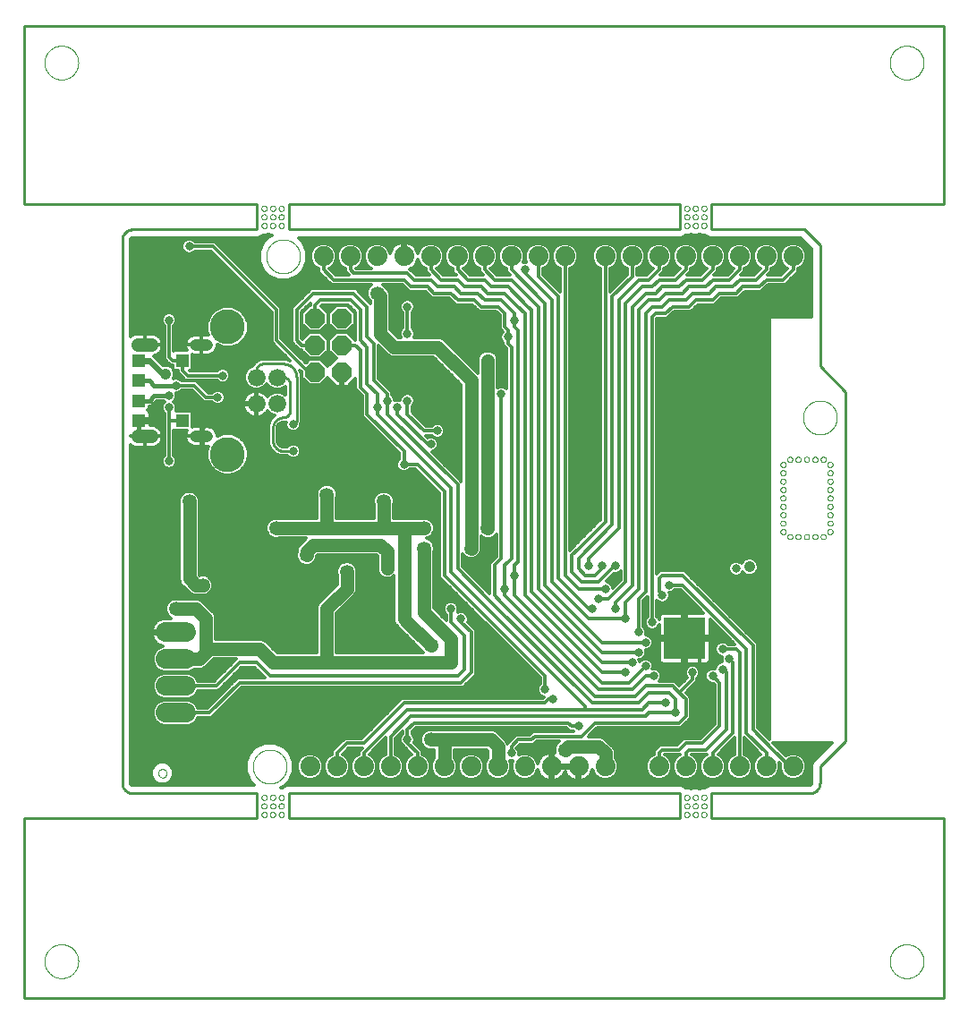
<source format=gbl>
G75*
%MOIN*%
%OFA0B0*%
%FSLAX25Y25*%
%IPPOS*%
%LPD*%
%AMOC8*
5,1,8,0,0,1.08239X$1,22.5*
%
%ADD10C,0.00000*%
%ADD11C,0.01000*%
%ADD12R,0.15748X0.15748*%
%ADD13OC8,0.07400*%
%ADD14C,0.07400*%
%ADD15C,0.06600*%
%ADD16C,0.13000*%
%ADD17C,0.04331*%
%ADD18C,0.05118*%
%ADD19C,0.07400*%
%ADD20R,0.05118X0.05118*%
%ADD21C,0.03169*%
%ADD22C,0.01200*%
%ADD23C,0.01600*%
%ADD24C,0.05315*%
%ADD25C,0.05000*%
%ADD26C,0.04134*%
%ADD27C,0.02400*%
%ADD28C,0.03562*%
D10*
X0008981Y0015280D02*
X0008983Y0015438D01*
X0008989Y0015596D01*
X0008999Y0015754D01*
X0009013Y0015912D01*
X0009031Y0016069D01*
X0009052Y0016226D01*
X0009078Y0016382D01*
X0009108Y0016538D01*
X0009141Y0016693D01*
X0009179Y0016846D01*
X0009220Y0016999D01*
X0009265Y0017151D01*
X0009314Y0017302D01*
X0009367Y0017451D01*
X0009423Y0017599D01*
X0009483Y0017745D01*
X0009547Y0017890D01*
X0009615Y0018033D01*
X0009686Y0018175D01*
X0009760Y0018315D01*
X0009838Y0018452D01*
X0009920Y0018588D01*
X0010004Y0018722D01*
X0010093Y0018853D01*
X0010184Y0018982D01*
X0010279Y0019109D01*
X0010376Y0019234D01*
X0010477Y0019356D01*
X0010581Y0019475D01*
X0010688Y0019592D01*
X0010798Y0019706D01*
X0010911Y0019817D01*
X0011026Y0019926D01*
X0011144Y0020031D01*
X0011265Y0020133D01*
X0011388Y0020233D01*
X0011514Y0020329D01*
X0011642Y0020422D01*
X0011772Y0020512D01*
X0011905Y0020598D01*
X0012040Y0020682D01*
X0012176Y0020761D01*
X0012315Y0020838D01*
X0012456Y0020910D01*
X0012598Y0020980D01*
X0012742Y0021045D01*
X0012888Y0021107D01*
X0013035Y0021165D01*
X0013184Y0021220D01*
X0013334Y0021271D01*
X0013485Y0021318D01*
X0013637Y0021361D01*
X0013790Y0021400D01*
X0013945Y0021436D01*
X0014100Y0021467D01*
X0014256Y0021495D01*
X0014412Y0021519D01*
X0014569Y0021539D01*
X0014727Y0021555D01*
X0014884Y0021567D01*
X0015043Y0021575D01*
X0015201Y0021579D01*
X0015359Y0021579D01*
X0015517Y0021575D01*
X0015676Y0021567D01*
X0015833Y0021555D01*
X0015991Y0021539D01*
X0016148Y0021519D01*
X0016304Y0021495D01*
X0016460Y0021467D01*
X0016615Y0021436D01*
X0016770Y0021400D01*
X0016923Y0021361D01*
X0017075Y0021318D01*
X0017226Y0021271D01*
X0017376Y0021220D01*
X0017525Y0021165D01*
X0017672Y0021107D01*
X0017818Y0021045D01*
X0017962Y0020980D01*
X0018104Y0020910D01*
X0018245Y0020838D01*
X0018384Y0020761D01*
X0018520Y0020682D01*
X0018655Y0020598D01*
X0018788Y0020512D01*
X0018918Y0020422D01*
X0019046Y0020329D01*
X0019172Y0020233D01*
X0019295Y0020133D01*
X0019416Y0020031D01*
X0019534Y0019926D01*
X0019649Y0019817D01*
X0019762Y0019706D01*
X0019872Y0019592D01*
X0019979Y0019475D01*
X0020083Y0019356D01*
X0020184Y0019234D01*
X0020281Y0019109D01*
X0020376Y0018982D01*
X0020467Y0018853D01*
X0020556Y0018722D01*
X0020640Y0018588D01*
X0020722Y0018452D01*
X0020800Y0018315D01*
X0020874Y0018175D01*
X0020945Y0018033D01*
X0021013Y0017890D01*
X0021077Y0017745D01*
X0021137Y0017599D01*
X0021193Y0017451D01*
X0021246Y0017302D01*
X0021295Y0017151D01*
X0021340Y0016999D01*
X0021381Y0016846D01*
X0021419Y0016693D01*
X0021452Y0016538D01*
X0021482Y0016382D01*
X0021508Y0016226D01*
X0021529Y0016069D01*
X0021547Y0015912D01*
X0021561Y0015754D01*
X0021571Y0015596D01*
X0021577Y0015438D01*
X0021579Y0015280D01*
X0021577Y0015122D01*
X0021571Y0014964D01*
X0021561Y0014806D01*
X0021547Y0014648D01*
X0021529Y0014491D01*
X0021508Y0014334D01*
X0021482Y0014178D01*
X0021452Y0014022D01*
X0021419Y0013867D01*
X0021381Y0013714D01*
X0021340Y0013561D01*
X0021295Y0013409D01*
X0021246Y0013258D01*
X0021193Y0013109D01*
X0021137Y0012961D01*
X0021077Y0012815D01*
X0021013Y0012670D01*
X0020945Y0012527D01*
X0020874Y0012385D01*
X0020800Y0012245D01*
X0020722Y0012108D01*
X0020640Y0011972D01*
X0020556Y0011838D01*
X0020467Y0011707D01*
X0020376Y0011578D01*
X0020281Y0011451D01*
X0020184Y0011326D01*
X0020083Y0011204D01*
X0019979Y0011085D01*
X0019872Y0010968D01*
X0019762Y0010854D01*
X0019649Y0010743D01*
X0019534Y0010634D01*
X0019416Y0010529D01*
X0019295Y0010427D01*
X0019172Y0010327D01*
X0019046Y0010231D01*
X0018918Y0010138D01*
X0018788Y0010048D01*
X0018655Y0009962D01*
X0018520Y0009878D01*
X0018384Y0009799D01*
X0018245Y0009722D01*
X0018104Y0009650D01*
X0017962Y0009580D01*
X0017818Y0009515D01*
X0017672Y0009453D01*
X0017525Y0009395D01*
X0017376Y0009340D01*
X0017226Y0009289D01*
X0017075Y0009242D01*
X0016923Y0009199D01*
X0016770Y0009160D01*
X0016615Y0009124D01*
X0016460Y0009093D01*
X0016304Y0009065D01*
X0016148Y0009041D01*
X0015991Y0009021D01*
X0015833Y0009005D01*
X0015676Y0008993D01*
X0015517Y0008985D01*
X0015359Y0008981D01*
X0015201Y0008981D01*
X0015043Y0008985D01*
X0014884Y0008993D01*
X0014727Y0009005D01*
X0014569Y0009021D01*
X0014412Y0009041D01*
X0014256Y0009065D01*
X0014100Y0009093D01*
X0013945Y0009124D01*
X0013790Y0009160D01*
X0013637Y0009199D01*
X0013485Y0009242D01*
X0013334Y0009289D01*
X0013184Y0009340D01*
X0013035Y0009395D01*
X0012888Y0009453D01*
X0012742Y0009515D01*
X0012598Y0009580D01*
X0012456Y0009650D01*
X0012315Y0009722D01*
X0012176Y0009799D01*
X0012040Y0009878D01*
X0011905Y0009962D01*
X0011772Y0010048D01*
X0011642Y0010138D01*
X0011514Y0010231D01*
X0011388Y0010327D01*
X0011265Y0010427D01*
X0011144Y0010529D01*
X0011026Y0010634D01*
X0010911Y0010743D01*
X0010798Y0010854D01*
X0010688Y0010968D01*
X0010581Y0011085D01*
X0010477Y0011204D01*
X0010376Y0011326D01*
X0010279Y0011451D01*
X0010184Y0011578D01*
X0010093Y0011707D01*
X0010004Y0011838D01*
X0009920Y0011972D01*
X0009838Y0012108D01*
X0009760Y0012245D01*
X0009686Y0012385D01*
X0009615Y0012527D01*
X0009547Y0012670D01*
X0009483Y0012815D01*
X0009423Y0012961D01*
X0009367Y0013109D01*
X0009314Y0013258D01*
X0009265Y0013409D01*
X0009220Y0013561D01*
X0009179Y0013714D01*
X0009141Y0013867D01*
X0009108Y0014022D01*
X0009078Y0014178D01*
X0009052Y0014334D01*
X0009031Y0014491D01*
X0009013Y0014648D01*
X0008999Y0014806D01*
X0008989Y0014964D01*
X0008983Y0015122D01*
X0008981Y0015280D01*
X0051342Y0085280D02*
X0051344Y0085359D01*
X0051350Y0085438D01*
X0051360Y0085517D01*
X0051374Y0085595D01*
X0051391Y0085672D01*
X0051413Y0085748D01*
X0051438Y0085823D01*
X0051468Y0085896D01*
X0051500Y0085968D01*
X0051537Y0086039D01*
X0051577Y0086107D01*
X0051620Y0086173D01*
X0051666Y0086237D01*
X0051716Y0086299D01*
X0051769Y0086358D01*
X0051824Y0086414D01*
X0051883Y0086468D01*
X0051944Y0086518D01*
X0052007Y0086566D01*
X0052073Y0086610D01*
X0052141Y0086651D01*
X0052211Y0086688D01*
X0052282Y0086722D01*
X0052356Y0086752D01*
X0052430Y0086778D01*
X0052506Y0086800D01*
X0052583Y0086819D01*
X0052661Y0086834D01*
X0052739Y0086845D01*
X0052818Y0086852D01*
X0052897Y0086855D01*
X0052976Y0086854D01*
X0053055Y0086849D01*
X0053134Y0086840D01*
X0053212Y0086827D01*
X0053289Y0086810D01*
X0053366Y0086790D01*
X0053441Y0086765D01*
X0053515Y0086737D01*
X0053588Y0086705D01*
X0053658Y0086670D01*
X0053727Y0086631D01*
X0053794Y0086588D01*
X0053859Y0086542D01*
X0053921Y0086494D01*
X0053981Y0086442D01*
X0054038Y0086387D01*
X0054092Y0086329D01*
X0054143Y0086269D01*
X0054191Y0086206D01*
X0054236Y0086141D01*
X0054278Y0086073D01*
X0054316Y0086004D01*
X0054350Y0085933D01*
X0054381Y0085860D01*
X0054409Y0085785D01*
X0054432Y0085710D01*
X0054452Y0085633D01*
X0054468Y0085556D01*
X0054480Y0085477D01*
X0054488Y0085399D01*
X0054492Y0085320D01*
X0054492Y0085240D01*
X0054488Y0085161D01*
X0054480Y0085083D01*
X0054468Y0085004D01*
X0054452Y0084927D01*
X0054432Y0084850D01*
X0054409Y0084775D01*
X0054381Y0084700D01*
X0054350Y0084627D01*
X0054316Y0084556D01*
X0054278Y0084487D01*
X0054236Y0084419D01*
X0054191Y0084354D01*
X0054143Y0084291D01*
X0054092Y0084231D01*
X0054038Y0084173D01*
X0053981Y0084118D01*
X0053921Y0084066D01*
X0053859Y0084018D01*
X0053794Y0083972D01*
X0053727Y0083929D01*
X0053658Y0083890D01*
X0053588Y0083855D01*
X0053515Y0083823D01*
X0053441Y0083795D01*
X0053366Y0083770D01*
X0053289Y0083750D01*
X0053212Y0083733D01*
X0053134Y0083720D01*
X0053055Y0083711D01*
X0052976Y0083706D01*
X0052897Y0083705D01*
X0052818Y0083708D01*
X0052739Y0083715D01*
X0052661Y0083726D01*
X0052583Y0083741D01*
X0052506Y0083760D01*
X0052430Y0083782D01*
X0052356Y0083808D01*
X0052282Y0083838D01*
X0052211Y0083872D01*
X0052141Y0083909D01*
X0052073Y0083950D01*
X0052007Y0083994D01*
X0051944Y0084042D01*
X0051883Y0084092D01*
X0051824Y0084146D01*
X0051769Y0084202D01*
X0051716Y0084261D01*
X0051666Y0084323D01*
X0051620Y0084387D01*
X0051577Y0084453D01*
X0051537Y0084521D01*
X0051500Y0084592D01*
X0051468Y0084664D01*
X0051438Y0084737D01*
X0051413Y0084812D01*
X0051391Y0084888D01*
X0051374Y0084965D01*
X0051360Y0085043D01*
X0051350Y0085122D01*
X0051344Y0085201D01*
X0051342Y0085280D01*
X0089837Y0076303D02*
X0089839Y0076365D01*
X0089845Y0076428D01*
X0089855Y0076489D01*
X0089869Y0076550D01*
X0089886Y0076610D01*
X0089907Y0076669D01*
X0089933Y0076726D01*
X0089961Y0076781D01*
X0089993Y0076835D01*
X0090029Y0076886D01*
X0090067Y0076936D01*
X0090109Y0076982D01*
X0090153Y0077026D01*
X0090201Y0077067D01*
X0090250Y0077105D01*
X0090302Y0077139D01*
X0090356Y0077170D01*
X0090412Y0077198D01*
X0090470Y0077222D01*
X0090529Y0077243D01*
X0090589Y0077259D01*
X0090650Y0077272D01*
X0090712Y0077281D01*
X0090774Y0077286D01*
X0090837Y0077287D01*
X0090899Y0077284D01*
X0090961Y0077277D01*
X0091023Y0077266D01*
X0091083Y0077251D01*
X0091143Y0077233D01*
X0091201Y0077211D01*
X0091258Y0077185D01*
X0091313Y0077155D01*
X0091366Y0077122D01*
X0091417Y0077086D01*
X0091465Y0077047D01*
X0091511Y0077004D01*
X0091554Y0076959D01*
X0091594Y0076911D01*
X0091631Y0076861D01*
X0091665Y0076808D01*
X0091696Y0076754D01*
X0091722Y0076698D01*
X0091746Y0076640D01*
X0091765Y0076580D01*
X0091781Y0076520D01*
X0091793Y0076458D01*
X0091801Y0076397D01*
X0091805Y0076334D01*
X0091805Y0076272D01*
X0091801Y0076209D01*
X0091793Y0076148D01*
X0091781Y0076086D01*
X0091765Y0076026D01*
X0091746Y0075966D01*
X0091722Y0075908D01*
X0091696Y0075852D01*
X0091665Y0075798D01*
X0091631Y0075745D01*
X0091594Y0075695D01*
X0091554Y0075647D01*
X0091511Y0075602D01*
X0091465Y0075559D01*
X0091417Y0075520D01*
X0091366Y0075484D01*
X0091313Y0075451D01*
X0091258Y0075421D01*
X0091201Y0075395D01*
X0091143Y0075373D01*
X0091083Y0075355D01*
X0091023Y0075340D01*
X0090961Y0075329D01*
X0090899Y0075322D01*
X0090837Y0075319D01*
X0090774Y0075320D01*
X0090712Y0075325D01*
X0090650Y0075334D01*
X0090589Y0075347D01*
X0090529Y0075363D01*
X0090470Y0075384D01*
X0090412Y0075408D01*
X0090356Y0075436D01*
X0090302Y0075467D01*
X0090250Y0075501D01*
X0090201Y0075539D01*
X0090153Y0075580D01*
X0090109Y0075624D01*
X0090067Y0075670D01*
X0090029Y0075720D01*
X0089993Y0075771D01*
X0089961Y0075825D01*
X0089933Y0075880D01*
X0089907Y0075937D01*
X0089886Y0075996D01*
X0089869Y0076056D01*
X0089855Y0076117D01*
X0089845Y0076178D01*
X0089839Y0076241D01*
X0089837Y0076303D01*
X0089837Y0073104D02*
X0089839Y0073166D01*
X0089845Y0073229D01*
X0089855Y0073290D01*
X0089869Y0073351D01*
X0089886Y0073411D01*
X0089907Y0073470D01*
X0089933Y0073527D01*
X0089961Y0073582D01*
X0089993Y0073636D01*
X0090029Y0073687D01*
X0090067Y0073737D01*
X0090109Y0073783D01*
X0090153Y0073827D01*
X0090201Y0073868D01*
X0090250Y0073906D01*
X0090302Y0073940D01*
X0090356Y0073971D01*
X0090412Y0073999D01*
X0090470Y0074023D01*
X0090529Y0074044D01*
X0090589Y0074060D01*
X0090650Y0074073D01*
X0090712Y0074082D01*
X0090774Y0074087D01*
X0090837Y0074088D01*
X0090899Y0074085D01*
X0090961Y0074078D01*
X0091023Y0074067D01*
X0091083Y0074052D01*
X0091143Y0074034D01*
X0091201Y0074012D01*
X0091258Y0073986D01*
X0091313Y0073956D01*
X0091366Y0073923D01*
X0091417Y0073887D01*
X0091465Y0073848D01*
X0091511Y0073805D01*
X0091554Y0073760D01*
X0091594Y0073712D01*
X0091631Y0073662D01*
X0091665Y0073609D01*
X0091696Y0073555D01*
X0091722Y0073499D01*
X0091746Y0073441D01*
X0091765Y0073381D01*
X0091781Y0073321D01*
X0091793Y0073259D01*
X0091801Y0073198D01*
X0091805Y0073135D01*
X0091805Y0073073D01*
X0091801Y0073010D01*
X0091793Y0072949D01*
X0091781Y0072887D01*
X0091765Y0072827D01*
X0091746Y0072767D01*
X0091722Y0072709D01*
X0091696Y0072653D01*
X0091665Y0072599D01*
X0091631Y0072546D01*
X0091594Y0072496D01*
X0091554Y0072448D01*
X0091511Y0072403D01*
X0091465Y0072360D01*
X0091417Y0072321D01*
X0091366Y0072285D01*
X0091313Y0072252D01*
X0091258Y0072222D01*
X0091201Y0072196D01*
X0091143Y0072174D01*
X0091083Y0072156D01*
X0091023Y0072141D01*
X0090961Y0072130D01*
X0090899Y0072123D01*
X0090837Y0072120D01*
X0090774Y0072121D01*
X0090712Y0072126D01*
X0090650Y0072135D01*
X0090589Y0072148D01*
X0090529Y0072164D01*
X0090470Y0072185D01*
X0090412Y0072209D01*
X0090356Y0072237D01*
X0090302Y0072268D01*
X0090250Y0072302D01*
X0090201Y0072340D01*
X0090153Y0072381D01*
X0090109Y0072425D01*
X0090067Y0072471D01*
X0090029Y0072521D01*
X0089993Y0072572D01*
X0089961Y0072626D01*
X0089933Y0072681D01*
X0089907Y0072738D01*
X0089886Y0072797D01*
X0089869Y0072857D01*
X0089855Y0072918D01*
X0089845Y0072979D01*
X0089839Y0073042D01*
X0089837Y0073104D01*
X0089837Y0069906D02*
X0089839Y0069968D01*
X0089845Y0070031D01*
X0089855Y0070092D01*
X0089869Y0070153D01*
X0089886Y0070213D01*
X0089907Y0070272D01*
X0089933Y0070329D01*
X0089961Y0070384D01*
X0089993Y0070438D01*
X0090029Y0070489D01*
X0090067Y0070539D01*
X0090109Y0070585D01*
X0090153Y0070629D01*
X0090201Y0070670D01*
X0090250Y0070708D01*
X0090302Y0070742D01*
X0090356Y0070773D01*
X0090412Y0070801D01*
X0090470Y0070825D01*
X0090529Y0070846D01*
X0090589Y0070862D01*
X0090650Y0070875D01*
X0090712Y0070884D01*
X0090774Y0070889D01*
X0090837Y0070890D01*
X0090899Y0070887D01*
X0090961Y0070880D01*
X0091023Y0070869D01*
X0091083Y0070854D01*
X0091143Y0070836D01*
X0091201Y0070814D01*
X0091258Y0070788D01*
X0091313Y0070758D01*
X0091366Y0070725D01*
X0091417Y0070689D01*
X0091465Y0070650D01*
X0091511Y0070607D01*
X0091554Y0070562D01*
X0091594Y0070514D01*
X0091631Y0070464D01*
X0091665Y0070411D01*
X0091696Y0070357D01*
X0091722Y0070301D01*
X0091746Y0070243D01*
X0091765Y0070183D01*
X0091781Y0070123D01*
X0091793Y0070061D01*
X0091801Y0070000D01*
X0091805Y0069937D01*
X0091805Y0069875D01*
X0091801Y0069812D01*
X0091793Y0069751D01*
X0091781Y0069689D01*
X0091765Y0069629D01*
X0091746Y0069569D01*
X0091722Y0069511D01*
X0091696Y0069455D01*
X0091665Y0069401D01*
X0091631Y0069348D01*
X0091594Y0069298D01*
X0091554Y0069250D01*
X0091511Y0069205D01*
X0091465Y0069162D01*
X0091417Y0069123D01*
X0091366Y0069087D01*
X0091313Y0069054D01*
X0091258Y0069024D01*
X0091201Y0068998D01*
X0091143Y0068976D01*
X0091083Y0068958D01*
X0091023Y0068943D01*
X0090961Y0068932D01*
X0090899Y0068925D01*
X0090837Y0068922D01*
X0090774Y0068923D01*
X0090712Y0068928D01*
X0090650Y0068937D01*
X0090589Y0068950D01*
X0090529Y0068966D01*
X0090470Y0068987D01*
X0090412Y0069011D01*
X0090356Y0069039D01*
X0090302Y0069070D01*
X0090250Y0069104D01*
X0090201Y0069142D01*
X0090153Y0069183D01*
X0090109Y0069227D01*
X0090067Y0069273D01*
X0090029Y0069323D01*
X0089993Y0069374D01*
X0089961Y0069428D01*
X0089933Y0069483D01*
X0089907Y0069540D01*
X0089886Y0069599D01*
X0089869Y0069659D01*
X0089855Y0069720D01*
X0089845Y0069781D01*
X0089839Y0069844D01*
X0089837Y0069906D01*
X0093036Y0069906D02*
X0093038Y0069968D01*
X0093044Y0070031D01*
X0093054Y0070092D01*
X0093068Y0070153D01*
X0093085Y0070213D01*
X0093106Y0070272D01*
X0093132Y0070329D01*
X0093160Y0070384D01*
X0093192Y0070438D01*
X0093228Y0070489D01*
X0093266Y0070539D01*
X0093308Y0070585D01*
X0093352Y0070629D01*
X0093400Y0070670D01*
X0093449Y0070708D01*
X0093501Y0070742D01*
X0093555Y0070773D01*
X0093611Y0070801D01*
X0093669Y0070825D01*
X0093728Y0070846D01*
X0093788Y0070862D01*
X0093849Y0070875D01*
X0093911Y0070884D01*
X0093973Y0070889D01*
X0094036Y0070890D01*
X0094098Y0070887D01*
X0094160Y0070880D01*
X0094222Y0070869D01*
X0094282Y0070854D01*
X0094342Y0070836D01*
X0094400Y0070814D01*
X0094457Y0070788D01*
X0094512Y0070758D01*
X0094565Y0070725D01*
X0094616Y0070689D01*
X0094664Y0070650D01*
X0094710Y0070607D01*
X0094753Y0070562D01*
X0094793Y0070514D01*
X0094830Y0070464D01*
X0094864Y0070411D01*
X0094895Y0070357D01*
X0094921Y0070301D01*
X0094945Y0070243D01*
X0094964Y0070183D01*
X0094980Y0070123D01*
X0094992Y0070061D01*
X0095000Y0070000D01*
X0095004Y0069937D01*
X0095004Y0069875D01*
X0095000Y0069812D01*
X0094992Y0069751D01*
X0094980Y0069689D01*
X0094964Y0069629D01*
X0094945Y0069569D01*
X0094921Y0069511D01*
X0094895Y0069455D01*
X0094864Y0069401D01*
X0094830Y0069348D01*
X0094793Y0069298D01*
X0094753Y0069250D01*
X0094710Y0069205D01*
X0094664Y0069162D01*
X0094616Y0069123D01*
X0094565Y0069087D01*
X0094512Y0069054D01*
X0094457Y0069024D01*
X0094400Y0068998D01*
X0094342Y0068976D01*
X0094282Y0068958D01*
X0094222Y0068943D01*
X0094160Y0068932D01*
X0094098Y0068925D01*
X0094036Y0068922D01*
X0093973Y0068923D01*
X0093911Y0068928D01*
X0093849Y0068937D01*
X0093788Y0068950D01*
X0093728Y0068966D01*
X0093669Y0068987D01*
X0093611Y0069011D01*
X0093555Y0069039D01*
X0093501Y0069070D01*
X0093449Y0069104D01*
X0093400Y0069142D01*
X0093352Y0069183D01*
X0093308Y0069227D01*
X0093266Y0069273D01*
X0093228Y0069323D01*
X0093192Y0069374D01*
X0093160Y0069428D01*
X0093132Y0069483D01*
X0093106Y0069540D01*
X0093085Y0069599D01*
X0093068Y0069659D01*
X0093054Y0069720D01*
X0093044Y0069781D01*
X0093038Y0069844D01*
X0093036Y0069906D01*
X0093036Y0073104D02*
X0093038Y0073166D01*
X0093044Y0073229D01*
X0093054Y0073290D01*
X0093068Y0073351D01*
X0093085Y0073411D01*
X0093106Y0073470D01*
X0093132Y0073527D01*
X0093160Y0073582D01*
X0093192Y0073636D01*
X0093228Y0073687D01*
X0093266Y0073737D01*
X0093308Y0073783D01*
X0093352Y0073827D01*
X0093400Y0073868D01*
X0093449Y0073906D01*
X0093501Y0073940D01*
X0093555Y0073971D01*
X0093611Y0073999D01*
X0093669Y0074023D01*
X0093728Y0074044D01*
X0093788Y0074060D01*
X0093849Y0074073D01*
X0093911Y0074082D01*
X0093973Y0074087D01*
X0094036Y0074088D01*
X0094098Y0074085D01*
X0094160Y0074078D01*
X0094222Y0074067D01*
X0094282Y0074052D01*
X0094342Y0074034D01*
X0094400Y0074012D01*
X0094457Y0073986D01*
X0094512Y0073956D01*
X0094565Y0073923D01*
X0094616Y0073887D01*
X0094664Y0073848D01*
X0094710Y0073805D01*
X0094753Y0073760D01*
X0094793Y0073712D01*
X0094830Y0073662D01*
X0094864Y0073609D01*
X0094895Y0073555D01*
X0094921Y0073499D01*
X0094945Y0073441D01*
X0094964Y0073381D01*
X0094980Y0073321D01*
X0094992Y0073259D01*
X0095000Y0073198D01*
X0095004Y0073135D01*
X0095004Y0073073D01*
X0095000Y0073010D01*
X0094992Y0072949D01*
X0094980Y0072887D01*
X0094964Y0072827D01*
X0094945Y0072767D01*
X0094921Y0072709D01*
X0094895Y0072653D01*
X0094864Y0072599D01*
X0094830Y0072546D01*
X0094793Y0072496D01*
X0094753Y0072448D01*
X0094710Y0072403D01*
X0094664Y0072360D01*
X0094616Y0072321D01*
X0094565Y0072285D01*
X0094512Y0072252D01*
X0094457Y0072222D01*
X0094400Y0072196D01*
X0094342Y0072174D01*
X0094282Y0072156D01*
X0094222Y0072141D01*
X0094160Y0072130D01*
X0094098Y0072123D01*
X0094036Y0072120D01*
X0093973Y0072121D01*
X0093911Y0072126D01*
X0093849Y0072135D01*
X0093788Y0072148D01*
X0093728Y0072164D01*
X0093669Y0072185D01*
X0093611Y0072209D01*
X0093555Y0072237D01*
X0093501Y0072268D01*
X0093449Y0072302D01*
X0093400Y0072340D01*
X0093352Y0072381D01*
X0093308Y0072425D01*
X0093266Y0072471D01*
X0093228Y0072521D01*
X0093192Y0072572D01*
X0093160Y0072626D01*
X0093132Y0072681D01*
X0093106Y0072738D01*
X0093085Y0072797D01*
X0093068Y0072857D01*
X0093054Y0072918D01*
X0093044Y0072979D01*
X0093038Y0073042D01*
X0093036Y0073104D01*
X0093036Y0076303D02*
X0093038Y0076365D01*
X0093044Y0076428D01*
X0093054Y0076489D01*
X0093068Y0076550D01*
X0093085Y0076610D01*
X0093106Y0076669D01*
X0093132Y0076726D01*
X0093160Y0076781D01*
X0093192Y0076835D01*
X0093228Y0076886D01*
X0093266Y0076936D01*
X0093308Y0076982D01*
X0093352Y0077026D01*
X0093400Y0077067D01*
X0093449Y0077105D01*
X0093501Y0077139D01*
X0093555Y0077170D01*
X0093611Y0077198D01*
X0093669Y0077222D01*
X0093728Y0077243D01*
X0093788Y0077259D01*
X0093849Y0077272D01*
X0093911Y0077281D01*
X0093973Y0077286D01*
X0094036Y0077287D01*
X0094098Y0077284D01*
X0094160Y0077277D01*
X0094222Y0077266D01*
X0094282Y0077251D01*
X0094342Y0077233D01*
X0094400Y0077211D01*
X0094457Y0077185D01*
X0094512Y0077155D01*
X0094565Y0077122D01*
X0094616Y0077086D01*
X0094664Y0077047D01*
X0094710Y0077004D01*
X0094753Y0076959D01*
X0094793Y0076911D01*
X0094830Y0076861D01*
X0094864Y0076808D01*
X0094895Y0076754D01*
X0094921Y0076698D01*
X0094945Y0076640D01*
X0094964Y0076580D01*
X0094980Y0076520D01*
X0094992Y0076458D01*
X0095000Y0076397D01*
X0095004Y0076334D01*
X0095004Y0076272D01*
X0095000Y0076209D01*
X0094992Y0076148D01*
X0094980Y0076086D01*
X0094964Y0076026D01*
X0094945Y0075966D01*
X0094921Y0075908D01*
X0094895Y0075852D01*
X0094864Y0075798D01*
X0094830Y0075745D01*
X0094793Y0075695D01*
X0094753Y0075647D01*
X0094710Y0075602D01*
X0094664Y0075559D01*
X0094616Y0075520D01*
X0094565Y0075484D01*
X0094512Y0075451D01*
X0094457Y0075421D01*
X0094400Y0075395D01*
X0094342Y0075373D01*
X0094282Y0075355D01*
X0094222Y0075340D01*
X0094160Y0075329D01*
X0094098Y0075322D01*
X0094036Y0075319D01*
X0093973Y0075320D01*
X0093911Y0075325D01*
X0093849Y0075334D01*
X0093788Y0075347D01*
X0093728Y0075363D01*
X0093669Y0075384D01*
X0093611Y0075408D01*
X0093555Y0075436D01*
X0093501Y0075467D01*
X0093449Y0075501D01*
X0093400Y0075539D01*
X0093352Y0075580D01*
X0093308Y0075624D01*
X0093266Y0075670D01*
X0093228Y0075720D01*
X0093192Y0075771D01*
X0093160Y0075825D01*
X0093132Y0075880D01*
X0093106Y0075937D01*
X0093085Y0075996D01*
X0093068Y0076056D01*
X0093054Y0076117D01*
X0093044Y0076178D01*
X0093038Y0076241D01*
X0093036Y0076303D01*
X0096235Y0076303D02*
X0096237Y0076365D01*
X0096243Y0076428D01*
X0096253Y0076489D01*
X0096267Y0076550D01*
X0096284Y0076610D01*
X0096305Y0076669D01*
X0096331Y0076726D01*
X0096359Y0076781D01*
X0096391Y0076835D01*
X0096427Y0076886D01*
X0096465Y0076936D01*
X0096507Y0076982D01*
X0096551Y0077026D01*
X0096599Y0077067D01*
X0096648Y0077105D01*
X0096700Y0077139D01*
X0096754Y0077170D01*
X0096810Y0077198D01*
X0096868Y0077222D01*
X0096927Y0077243D01*
X0096987Y0077259D01*
X0097048Y0077272D01*
X0097110Y0077281D01*
X0097172Y0077286D01*
X0097235Y0077287D01*
X0097297Y0077284D01*
X0097359Y0077277D01*
X0097421Y0077266D01*
X0097481Y0077251D01*
X0097541Y0077233D01*
X0097599Y0077211D01*
X0097656Y0077185D01*
X0097711Y0077155D01*
X0097764Y0077122D01*
X0097815Y0077086D01*
X0097863Y0077047D01*
X0097909Y0077004D01*
X0097952Y0076959D01*
X0097992Y0076911D01*
X0098029Y0076861D01*
X0098063Y0076808D01*
X0098094Y0076754D01*
X0098120Y0076698D01*
X0098144Y0076640D01*
X0098163Y0076580D01*
X0098179Y0076520D01*
X0098191Y0076458D01*
X0098199Y0076397D01*
X0098203Y0076334D01*
X0098203Y0076272D01*
X0098199Y0076209D01*
X0098191Y0076148D01*
X0098179Y0076086D01*
X0098163Y0076026D01*
X0098144Y0075966D01*
X0098120Y0075908D01*
X0098094Y0075852D01*
X0098063Y0075798D01*
X0098029Y0075745D01*
X0097992Y0075695D01*
X0097952Y0075647D01*
X0097909Y0075602D01*
X0097863Y0075559D01*
X0097815Y0075520D01*
X0097764Y0075484D01*
X0097711Y0075451D01*
X0097656Y0075421D01*
X0097599Y0075395D01*
X0097541Y0075373D01*
X0097481Y0075355D01*
X0097421Y0075340D01*
X0097359Y0075329D01*
X0097297Y0075322D01*
X0097235Y0075319D01*
X0097172Y0075320D01*
X0097110Y0075325D01*
X0097048Y0075334D01*
X0096987Y0075347D01*
X0096927Y0075363D01*
X0096868Y0075384D01*
X0096810Y0075408D01*
X0096754Y0075436D01*
X0096700Y0075467D01*
X0096648Y0075501D01*
X0096599Y0075539D01*
X0096551Y0075580D01*
X0096507Y0075624D01*
X0096465Y0075670D01*
X0096427Y0075720D01*
X0096391Y0075771D01*
X0096359Y0075825D01*
X0096331Y0075880D01*
X0096305Y0075937D01*
X0096284Y0075996D01*
X0096267Y0076056D01*
X0096253Y0076117D01*
X0096243Y0076178D01*
X0096237Y0076241D01*
X0096235Y0076303D01*
X0096235Y0073104D02*
X0096237Y0073166D01*
X0096243Y0073229D01*
X0096253Y0073290D01*
X0096267Y0073351D01*
X0096284Y0073411D01*
X0096305Y0073470D01*
X0096331Y0073527D01*
X0096359Y0073582D01*
X0096391Y0073636D01*
X0096427Y0073687D01*
X0096465Y0073737D01*
X0096507Y0073783D01*
X0096551Y0073827D01*
X0096599Y0073868D01*
X0096648Y0073906D01*
X0096700Y0073940D01*
X0096754Y0073971D01*
X0096810Y0073999D01*
X0096868Y0074023D01*
X0096927Y0074044D01*
X0096987Y0074060D01*
X0097048Y0074073D01*
X0097110Y0074082D01*
X0097172Y0074087D01*
X0097235Y0074088D01*
X0097297Y0074085D01*
X0097359Y0074078D01*
X0097421Y0074067D01*
X0097481Y0074052D01*
X0097541Y0074034D01*
X0097599Y0074012D01*
X0097656Y0073986D01*
X0097711Y0073956D01*
X0097764Y0073923D01*
X0097815Y0073887D01*
X0097863Y0073848D01*
X0097909Y0073805D01*
X0097952Y0073760D01*
X0097992Y0073712D01*
X0098029Y0073662D01*
X0098063Y0073609D01*
X0098094Y0073555D01*
X0098120Y0073499D01*
X0098144Y0073441D01*
X0098163Y0073381D01*
X0098179Y0073321D01*
X0098191Y0073259D01*
X0098199Y0073198D01*
X0098203Y0073135D01*
X0098203Y0073073D01*
X0098199Y0073010D01*
X0098191Y0072949D01*
X0098179Y0072887D01*
X0098163Y0072827D01*
X0098144Y0072767D01*
X0098120Y0072709D01*
X0098094Y0072653D01*
X0098063Y0072599D01*
X0098029Y0072546D01*
X0097992Y0072496D01*
X0097952Y0072448D01*
X0097909Y0072403D01*
X0097863Y0072360D01*
X0097815Y0072321D01*
X0097764Y0072285D01*
X0097711Y0072252D01*
X0097656Y0072222D01*
X0097599Y0072196D01*
X0097541Y0072174D01*
X0097481Y0072156D01*
X0097421Y0072141D01*
X0097359Y0072130D01*
X0097297Y0072123D01*
X0097235Y0072120D01*
X0097172Y0072121D01*
X0097110Y0072126D01*
X0097048Y0072135D01*
X0096987Y0072148D01*
X0096927Y0072164D01*
X0096868Y0072185D01*
X0096810Y0072209D01*
X0096754Y0072237D01*
X0096700Y0072268D01*
X0096648Y0072302D01*
X0096599Y0072340D01*
X0096551Y0072381D01*
X0096507Y0072425D01*
X0096465Y0072471D01*
X0096427Y0072521D01*
X0096391Y0072572D01*
X0096359Y0072626D01*
X0096331Y0072681D01*
X0096305Y0072738D01*
X0096284Y0072797D01*
X0096267Y0072857D01*
X0096253Y0072918D01*
X0096243Y0072979D01*
X0096237Y0073042D01*
X0096235Y0073104D01*
X0096235Y0069906D02*
X0096237Y0069968D01*
X0096243Y0070031D01*
X0096253Y0070092D01*
X0096267Y0070153D01*
X0096284Y0070213D01*
X0096305Y0070272D01*
X0096331Y0070329D01*
X0096359Y0070384D01*
X0096391Y0070438D01*
X0096427Y0070489D01*
X0096465Y0070539D01*
X0096507Y0070585D01*
X0096551Y0070629D01*
X0096599Y0070670D01*
X0096648Y0070708D01*
X0096700Y0070742D01*
X0096754Y0070773D01*
X0096810Y0070801D01*
X0096868Y0070825D01*
X0096927Y0070846D01*
X0096987Y0070862D01*
X0097048Y0070875D01*
X0097110Y0070884D01*
X0097172Y0070889D01*
X0097235Y0070890D01*
X0097297Y0070887D01*
X0097359Y0070880D01*
X0097421Y0070869D01*
X0097481Y0070854D01*
X0097541Y0070836D01*
X0097599Y0070814D01*
X0097656Y0070788D01*
X0097711Y0070758D01*
X0097764Y0070725D01*
X0097815Y0070689D01*
X0097863Y0070650D01*
X0097909Y0070607D01*
X0097952Y0070562D01*
X0097992Y0070514D01*
X0098029Y0070464D01*
X0098063Y0070411D01*
X0098094Y0070357D01*
X0098120Y0070301D01*
X0098144Y0070243D01*
X0098163Y0070183D01*
X0098179Y0070123D01*
X0098191Y0070061D01*
X0098199Y0070000D01*
X0098203Y0069937D01*
X0098203Y0069875D01*
X0098199Y0069812D01*
X0098191Y0069751D01*
X0098179Y0069689D01*
X0098163Y0069629D01*
X0098144Y0069569D01*
X0098120Y0069511D01*
X0098094Y0069455D01*
X0098063Y0069401D01*
X0098029Y0069348D01*
X0097992Y0069298D01*
X0097952Y0069250D01*
X0097909Y0069205D01*
X0097863Y0069162D01*
X0097815Y0069123D01*
X0097764Y0069087D01*
X0097711Y0069054D01*
X0097656Y0069024D01*
X0097599Y0068998D01*
X0097541Y0068976D01*
X0097481Y0068958D01*
X0097421Y0068943D01*
X0097359Y0068932D01*
X0097297Y0068925D01*
X0097235Y0068922D01*
X0097172Y0068923D01*
X0097110Y0068928D01*
X0097048Y0068937D01*
X0096987Y0068950D01*
X0096927Y0068966D01*
X0096868Y0068987D01*
X0096810Y0069011D01*
X0096754Y0069039D01*
X0096700Y0069070D01*
X0096648Y0069104D01*
X0096599Y0069142D01*
X0096551Y0069183D01*
X0096507Y0069227D01*
X0096465Y0069273D01*
X0096427Y0069323D01*
X0096391Y0069374D01*
X0096359Y0069428D01*
X0096331Y0069483D01*
X0096305Y0069540D01*
X0096284Y0069599D01*
X0096267Y0069659D01*
X0096253Y0069720D01*
X0096243Y0069781D01*
X0096237Y0069844D01*
X0096235Y0069906D01*
X0086618Y0087780D02*
X0086620Y0087938D01*
X0086626Y0088096D01*
X0086636Y0088254D01*
X0086650Y0088412D01*
X0086668Y0088569D01*
X0086689Y0088726D01*
X0086715Y0088882D01*
X0086745Y0089038D01*
X0086778Y0089193D01*
X0086816Y0089346D01*
X0086857Y0089499D01*
X0086902Y0089651D01*
X0086951Y0089802D01*
X0087004Y0089951D01*
X0087060Y0090099D01*
X0087120Y0090245D01*
X0087184Y0090390D01*
X0087252Y0090533D01*
X0087323Y0090675D01*
X0087397Y0090815D01*
X0087475Y0090952D01*
X0087557Y0091088D01*
X0087641Y0091222D01*
X0087730Y0091353D01*
X0087821Y0091482D01*
X0087916Y0091609D01*
X0088013Y0091734D01*
X0088114Y0091856D01*
X0088218Y0091975D01*
X0088325Y0092092D01*
X0088435Y0092206D01*
X0088548Y0092317D01*
X0088663Y0092426D01*
X0088781Y0092531D01*
X0088902Y0092633D01*
X0089025Y0092733D01*
X0089151Y0092829D01*
X0089279Y0092922D01*
X0089409Y0093012D01*
X0089542Y0093098D01*
X0089677Y0093182D01*
X0089813Y0093261D01*
X0089952Y0093338D01*
X0090093Y0093410D01*
X0090235Y0093480D01*
X0090379Y0093545D01*
X0090525Y0093607D01*
X0090672Y0093665D01*
X0090821Y0093720D01*
X0090971Y0093771D01*
X0091122Y0093818D01*
X0091274Y0093861D01*
X0091427Y0093900D01*
X0091582Y0093936D01*
X0091737Y0093967D01*
X0091893Y0093995D01*
X0092049Y0094019D01*
X0092206Y0094039D01*
X0092364Y0094055D01*
X0092521Y0094067D01*
X0092680Y0094075D01*
X0092838Y0094079D01*
X0092996Y0094079D01*
X0093154Y0094075D01*
X0093313Y0094067D01*
X0093470Y0094055D01*
X0093628Y0094039D01*
X0093785Y0094019D01*
X0093941Y0093995D01*
X0094097Y0093967D01*
X0094252Y0093936D01*
X0094407Y0093900D01*
X0094560Y0093861D01*
X0094712Y0093818D01*
X0094863Y0093771D01*
X0095013Y0093720D01*
X0095162Y0093665D01*
X0095309Y0093607D01*
X0095455Y0093545D01*
X0095599Y0093480D01*
X0095741Y0093410D01*
X0095882Y0093338D01*
X0096021Y0093261D01*
X0096157Y0093182D01*
X0096292Y0093098D01*
X0096425Y0093012D01*
X0096555Y0092922D01*
X0096683Y0092829D01*
X0096809Y0092733D01*
X0096932Y0092633D01*
X0097053Y0092531D01*
X0097171Y0092426D01*
X0097286Y0092317D01*
X0097399Y0092206D01*
X0097509Y0092092D01*
X0097616Y0091975D01*
X0097720Y0091856D01*
X0097821Y0091734D01*
X0097918Y0091609D01*
X0098013Y0091482D01*
X0098104Y0091353D01*
X0098193Y0091222D01*
X0098277Y0091088D01*
X0098359Y0090952D01*
X0098437Y0090815D01*
X0098511Y0090675D01*
X0098582Y0090533D01*
X0098650Y0090390D01*
X0098714Y0090245D01*
X0098774Y0090099D01*
X0098830Y0089951D01*
X0098883Y0089802D01*
X0098932Y0089651D01*
X0098977Y0089499D01*
X0099018Y0089346D01*
X0099056Y0089193D01*
X0099089Y0089038D01*
X0099119Y0088882D01*
X0099145Y0088726D01*
X0099166Y0088569D01*
X0099184Y0088412D01*
X0099198Y0088254D01*
X0099208Y0088096D01*
X0099214Y0087938D01*
X0099216Y0087780D01*
X0099214Y0087622D01*
X0099208Y0087464D01*
X0099198Y0087306D01*
X0099184Y0087148D01*
X0099166Y0086991D01*
X0099145Y0086834D01*
X0099119Y0086678D01*
X0099089Y0086522D01*
X0099056Y0086367D01*
X0099018Y0086214D01*
X0098977Y0086061D01*
X0098932Y0085909D01*
X0098883Y0085758D01*
X0098830Y0085609D01*
X0098774Y0085461D01*
X0098714Y0085315D01*
X0098650Y0085170D01*
X0098582Y0085027D01*
X0098511Y0084885D01*
X0098437Y0084745D01*
X0098359Y0084608D01*
X0098277Y0084472D01*
X0098193Y0084338D01*
X0098104Y0084207D01*
X0098013Y0084078D01*
X0097918Y0083951D01*
X0097821Y0083826D01*
X0097720Y0083704D01*
X0097616Y0083585D01*
X0097509Y0083468D01*
X0097399Y0083354D01*
X0097286Y0083243D01*
X0097171Y0083134D01*
X0097053Y0083029D01*
X0096932Y0082927D01*
X0096809Y0082827D01*
X0096683Y0082731D01*
X0096555Y0082638D01*
X0096425Y0082548D01*
X0096292Y0082462D01*
X0096157Y0082378D01*
X0096021Y0082299D01*
X0095882Y0082222D01*
X0095741Y0082150D01*
X0095599Y0082080D01*
X0095455Y0082015D01*
X0095309Y0081953D01*
X0095162Y0081895D01*
X0095013Y0081840D01*
X0094863Y0081789D01*
X0094712Y0081742D01*
X0094560Y0081699D01*
X0094407Y0081660D01*
X0094252Y0081624D01*
X0094097Y0081593D01*
X0093941Y0081565D01*
X0093785Y0081541D01*
X0093628Y0081521D01*
X0093470Y0081505D01*
X0093313Y0081493D01*
X0093154Y0081485D01*
X0092996Y0081481D01*
X0092838Y0081481D01*
X0092680Y0081485D01*
X0092521Y0081493D01*
X0092364Y0081505D01*
X0092206Y0081521D01*
X0092049Y0081541D01*
X0091893Y0081565D01*
X0091737Y0081593D01*
X0091582Y0081624D01*
X0091427Y0081660D01*
X0091274Y0081699D01*
X0091122Y0081742D01*
X0090971Y0081789D01*
X0090821Y0081840D01*
X0090672Y0081895D01*
X0090525Y0081953D01*
X0090379Y0082015D01*
X0090235Y0082080D01*
X0090093Y0082150D01*
X0089952Y0082222D01*
X0089813Y0082299D01*
X0089677Y0082378D01*
X0089542Y0082462D01*
X0089409Y0082548D01*
X0089279Y0082638D01*
X0089151Y0082731D01*
X0089025Y0082827D01*
X0088902Y0082927D01*
X0088781Y0083029D01*
X0088663Y0083134D01*
X0088548Y0083243D01*
X0088435Y0083354D01*
X0088325Y0083468D01*
X0088218Y0083585D01*
X0088114Y0083704D01*
X0088013Y0083826D01*
X0087916Y0083951D01*
X0087821Y0084078D01*
X0087730Y0084207D01*
X0087641Y0084338D01*
X0087557Y0084472D01*
X0087475Y0084608D01*
X0087397Y0084745D01*
X0087323Y0084885D01*
X0087252Y0085027D01*
X0087184Y0085170D01*
X0087120Y0085315D01*
X0087060Y0085461D01*
X0087004Y0085609D01*
X0086951Y0085758D01*
X0086902Y0085909D01*
X0086857Y0086061D01*
X0086816Y0086214D01*
X0086778Y0086367D01*
X0086745Y0086522D01*
X0086715Y0086678D01*
X0086689Y0086834D01*
X0086668Y0086991D01*
X0086650Y0087148D01*
X0086636Y0087306D01*
X0086626Y0087464D01*
X0086620Y0087622D01*
X0086618Y0087780D01*
X0247317Y0076303D02*
X0247319Y0076365D01*
X0247325Y0076428D01*
X0247335Y0076489D01*
X0247349Y0076550D01*
X0247366Y0076610D01*
X0247387Y0076669D01*
X0247413Y0076726D01*
X0247441Y0076781D01*
X0247473Y0076835D01*
X0247509Y0076886D01*
X0247547Y0076936D01*
X0247589Y0076982D01*
X0247633Y0077026D01*
X0247681Y0077067D01*
X0247730Y0077105D01*
X0247782Y0077139D01*
X0247836Y0077170D01*
X0247892Y0077198D01*
X0247950Y0077222D01*
X0248009Y0077243D01*
X0248069Y0077259D01*
X0248130Y0077272D01*
X0248192Y0077281D01*
X0248254Y0077286D01*
X0248317Y0077287D01*
X0248379Y0077284D01*
X0248441Y0077277D01*
X0248503Y0077266D01*
X0248563Y0077251D01*
X0248623Y0077233D01*
X0248681Y0077211D01*
X0248738Y0077185D01*
X0248793Y0077155D01*
X0248846Y0077122D01*
X0248897Y0077086D01*
X0248945Y0077047D01*
X0248991Y0077004D01*
X0249034Y0076959D01*
X0249074Y0076911D01*
X0249111Y0076861D01*
X0249145Y0076808D01*
X0249176Y0076754D01*
X0249202Y0076698D01*
X0249226Y0076640D01*
X0249245Y0076580D01*
X0249261Y0076520D01*
X0249273Y0076458D01*
X0249281Y0076397D01*
X0249285Y0076334D01*
X0249285Y0076272D01*
X0249281Y0076209D01*
X0249273Y0076148D01*
X0249261Y0076086D01*
X0249245Y0076026D01*
X0249226Y0075966D01*
X0249202Y0075908D01*
X0249176Y0075852D01*
X0249145Y0075798D01*
X0249111Y0075745D01*
X0249074Y0075695D01*
X0249034Y0075647D01*
X0248991Y0075602D01*
X0248945Y0075559D01*
X0248897Y0075520D01*
X0248846Y0075484D01*
X0248793Y0075451D01*
X0248738Y0075421D01*
X0248681Y0075395D01*
X0248623Y0075373D01*
X0248563Y0075355D01*
X0248503Y0075340D01*
X0248441Y0075329D01*
X0248379Y0075322D01*
X0248317Y0075319D01*
X0248254Y0075320D01*
X0248192Y0075325D01*
X0248130Y0075334D01*
X0248069Y0075347D01*
X0248009Y0075363D01*
X0247950Y0075384D01*
X0247892Y0075408D01*
X0247836Y0075436D01*
X0247782Y0075467D01*
X0247730Y0075501D01*
X0247681Y0075539D01*
X0247633Y0075580D01*
X0247589Y0075624D01*
X0247547Y0075670D01*
X0247509Y0075720D01*
X0247473Y0075771D01*
X0247441Y0075825D01*
X0247413Y0075880D01*
X0247387Y0075937D01*
X0247366Y0075996D01*
X0247349Y0076056D01*
X0247335Y0076117D01*
X0247325Y0076178D01*
X0247319Y0076241D01*
X0247317Y0076303D01*
X0247317Y0073104D02*
X0247319Y0073166D01*
X0247325Y0073229D01*
X0247335Y0073290D01*
X0247349Y0073351D01*
X0247366Y0073411D01*
X0247387Y0073470D01*
X0247413Y0073527D01*
X0247441Y0073582D01*
X0247473Y0073636D01*
X0247509Y0073687D01*
X0247547Y0073737D01*
X0247589Y0073783D01*
X0247633Y0073827D01*
X0247681Y0073868D01*
X0247730Y0073906D01*
X0247782Y0073940D01*
X0247836Y0073971D01*
X0247892Y0073999D01*
X0247950Y0074023D01*
X0248009Y0074044D01*
X0248069Y0074060D01*
X0248130Y0074073D01*
X0248192Y0074082D01*
X0248254Y0074087D01*
X0248317Y0074088D01*
X0248379Y0074085D01*
X0248441Y0074078D01*
X0248503Y0074067D01*
X0248563Y0074052D01*
X0248623Y0074034D01*
X0248681Y0074012D01*
X0248738Y0073986D01*
X0248793Y0073956D01*
X0248846Y0073923D01*
X0248897Y0073887D01*
X0248945Y0073848D01*
X0248991Y0073805D01*
X0249034Y0073760D01*
X0249074Y0073712D01*
X0249111Y0073662D01*
X0249145Y0073609D01*
X0249176Y0073555D01*
X0249202Y0073499D01*
X0249226Y0073441D01*
X0249245Y0073381D01*
X0249261Y0073321D01*
X0249273Y0073259D01*
X0249281Y0073198D01*
X0249285Y0073135D01*
X0249285Y0073073D01*
X0249281Y0073010D01*
X0249273Y0072949D01*
X0249261Y0072887D01*
X0249245Y0072827D01*
X0249226Y0072767D01*
X0249202Y0072709D01*
X0249176Y0072653D01*
X0249145Y0072599D01*
X0249111Y0072546D01*
X0249074Y0072496D01*
X0249034Y0072448D01*
X0248991Y0072403D01*
X0248945Y0072360D01*
X0248897Y0072321D01*
X0248846Y0072285D01*
X0248793Y0072252D01*
X0248738Y0072222D01*
X0248681Y0072196D01*
X0248623Y0072174D01*
X0248563Y0072156D01*
X0248503Y0072141D01*
X0248441Y0072130D01*
X0248379Y0072123D01*
X0248317Y0072120D01*
X0248254Y0072121D01*
X0248192Y0072126D01*
X0248130Y0072135D01*
X0248069Y0072148D01*
X0248009Y0072164D01*
X0247950Y0072185D01*
X0247892Y0072209D01*
X0247836Y0072237D01*
X0247782Y0072268D01*
X0247730Y0072302D01*
X0247681Y0072340D01*
X0247633Y0072381D01*
X0247589Y0072425D01*
X0247547Y0072471D01*
X0247509Y0072521D01*
X0247473Y0072572D01*
X0247441Y0072626D01*
X0247413Y0072681D01*
X0247387Y0072738D01*
X0247366Y0072797D01*
X0247349Y0072857D01*
X0247335Y0072918D01*
X0247325Y0072979D01*
X0247319Y0073042D01*
X0247317Y0073104D01*
X0247317Y0069906D02*
X0247319Y0069968D01*
X0247325Y0070031D01*
X0247335Y0070092D01*
X0247349Y0070153D01*
X0247366Y0070213D01*
X0247387Y0070272D01*
X0247413Y0070329D01*
X0247441Y0070384D01*
X0247473Y0070438D01*
X0247509Y0070489D01*
X0247547Y0070539D01*
X0247589Y0070585D01*
X0247633Y0070629D01*
X0247681Y0070670D01*
X0247730Y0070708D01*
X0247782Y0070742D01*
X0247836Y0070773D01*
X0247892Y0070801D01*
X0247950Y0070825D01*
X0248009Y0070846D01*
X0248069Y0070862D01*
X0248130Y0070875D01*
X0248192Y0070884D01*
X0248254Y0070889D01*
X0248317Y0070890D01*
X0248379Y0070887D01*
X0248441Y0070880D01*
X0248503Y0070869D01*
X0248563Y0070854D01*
X0248623Y0070836D01*
X0248681Y0070814D01*
X0248738Y0070788D01*
X0248793Y0070758D01*
X0248846Y0070725D01*
X0248897Y0070689D01*
X0248945Y0070650D01*
X0248991Y0070607D01*
X0249034Y0070562D01*
X0249074Y0070514D01*
X0249111Y0070464D01*
X0249145Y0070411D01*
X0249176Y0070357D01*
X0249202Y0070301D01*
X0249226Y0070243D01*
X0249245Y0070183D01*
X0249261Y0070123D01*
X0249273Y0070061D01*
X0249281Y0070000D01*
X0249285Y0069937D01*
X0249285Y0069875D01*
X0249281Y0069812D01*
X0249273Y0069751D01*
X0249261Y0069689D01*
X0249245Y0069629D01*
X0249226Y0069569D01*
X0249202Y0069511D01*
X0249176Y0069455D01*
X0249145Y0069401D01*
X0249111Y0069348D01*
X0249074Y0069298D01*
X0249034Y0069250D01*
X0248991Y0069205D01*
X0248945Y0069162D01*
X0248897Y0069123D01*
X0248846Y0069087D01*
X0248793Y0069054D01*
X0248738Y0069024D01*
X0248681Y0068998D01*
X0248623Y0068976D01*
X0248563Y0068958D01*
X0248503Y0068943D01*
X0248441Y0068932D01*
X0248379Y0068925D01*
X0248317Y0068922D01*
X0248254Y0068923D01*
X0248192Y0068928D01*
X0248130Y0068937D01*
X0248069Y0068950D01*
X0248009Y0068966D01*
X0247950Y0068987D01*
X0247892Y0069011D01*
X0247836Y0069039D01*
X0247782Y0069070D01*
X0247730Y0069104D01*
X0247681Y0069142D01*
X0247633Y0069183D01*
X0247589Y0069227D01*
X0247547Y0069273D01*
X0247509Y0069323D01*
X0247473Y0069374D01*
X0247441Y0069428D01*
X0247413Y0069483D01*
X0247387Y0069540D01*
X0247366Y0069599D01*
X0247349Y0069659D01*
X0247335Y0069720D01*
X0247325Y0069781D01*
X0247319Y0069844D01*
X0247317Y0069906D01*
X0250516Y0069906D02*
X0250518Y0069968D01*
X0250524Y0070031D01*
X0250534Y0070092D01*
X0250548Y0070153D01*
X0250565Y0070213D01*
X0250586Y0070272D01*
X0250612Y0070329D01*
X0250640Y0070384D01*
X0250672Y0070438D01*
X0250708Y0070489D01*
X0250746Y0070539D01*
X0250788Y0070585D01*
X0250832Y0070629D01*
X0250880Y0070670D01*
X0250929Y0070708D01*
X0250981Y0070742D01*
X0251035Y0070773D01*
X0251091Y0070801D01*
X0251149Y0070825D01*
X0251208Y0070846D01*
X0251268Y0070862D01*
X0251329Y0070875D01*
X0251391Y0070884D01*
X0251453Y0070889D01*
X0251516Y0070890D01*
X0251578Y0070887D01*
X0251640Y0070880D01*
X0251702Y0070869D01*
X0251762Y0070854D01*
X0251822Y0070836D01*
X0251880Y0070814D01*
X0251937Y0070788D01*
X0251992Y0070758D01*
X0252045Y0070725D01*
X0252096Y0070689D01*
X0252144Y0070650D01*
X0252190Y0070607D01*
X0252233Y0070562D01*
X0252273Y0070514D01*
X0252310Y0070464D01*
X0252344Y0070411D01*
X0252375Y0070357D01*
X0252401Y0070301D01*
X0252425Y0070243D01*
X0252444Y0070183D01*
X0252460Y0070123D01*
X0252472Y0070061D01*
X0252480Y0070000D01*
X0252484Y0069937D01*
X0252484Y0069875D01*
X0252480Y0069812D01*
X0252472Y0069751D01*
X0252460Y0069689D01*
X0252444Y0069629D01*
X0252425Y0069569D01*
X0252401Y0069511D01*
X0252375Y0069455D01*
X0252344Y0069401D01*
X0252310Y0069348D01*
X0252273Y0069298D01*
X0252233Y0069250D01*
X0252190Y0069205D01*
X0252144Y0069162D01*
X0252096Y0069123D01*
X0252045Y0069087D01*
X0251992Y0069054D01*
X0251937Y0069024D01*
X0251880Y0068998D01*
X0251822Y0068976D01*
X0251762Y0068958D01*
X0251702Y0068943D01*
X0251640Y0068932D01*
X0251578Y0068925D01*
X0251516Y0068922D01*
X0251453Y0068923D01*
X0251391Y0068928D01*
X0251329Y0068937D01*
X0251268Y0068950D01*
X0251208Y0068966D01*
X0251149Y0068987D01*
X0251091Y0069011D01*
X0251035Y0069039D01*
X0250981Y0069070D01*
X0250929Y0069104D01*
X0250880Y0069142D01*
X0250832Y0069183D01*
X0250788Y0069227D01*
X0250746Y0069273D01*
X0250708Y0069323D01*
X0250672Y0069374D01*
X0250640Y0069428D01*
X0250612Y0069483D01*
X0250586Y0069540D01*
X0250565Y0069599D01*
X0250548Y0069659D01*
X0250534Y0069720D01*
X0250524Y0069781D01*
X0250518Y0069844D01*
X0250516Y0069906D01*
X0250516Y0073104D02*
X0250518Y0073166D01*
X0250524Y0073229D01*
X0250534Y0073290D01*
X0250548Y0073351D01*
X0250565Y0073411D01*
X0250586Y0073470D01*
X0250612Y0073527D01*
X0250640Y0073582D01*
X0250672Y0073636D01*
X0250708Y0073687D01*
X0250746Y0073737D01*
X0250788Y0073783D01*
X0250832Y0073827D01*
X0250880Y0073868D01*
X0250929Y0073906D01*
X0250981Y0073940D01*
X0251035Y0073971D01*
X0251091Y0073999D01*
X0251149Y0074023D01*
X0251208Y0074044D01*
X0251268Y0074060D01*
X0251329Y0074073D01*
X0251391Y0074082D01*
X0251453Y0074087D01*
X0251516Y0074088D01*
X0251578Y0074085D01*
X0251640Y0074078D01*
X0251702Y0074067D01*
X0251762Y0074052D01*
X0251822Y0074034D01*
X0251880Y0074012D01*
X0251937Y0073986D01*
X0251992Y0073956D01*
X0252045Y0073923D01*
X0252096Y0073887D01*
X0252144Y0073848D01*
X0252190Y0073805D01*
X0252233Y0073760D01*
X0252273Y0073712D01*
X0252310Y0073662D01*
X0252344Y0073609D01*
X0252375Y0073555D01*
X0252401Y0073499D01*
X0252425Y0073441D01*
X0252444Y0073381D01*
X0252460Y0073321D01*
X0252472Y0073259D01*
X0252480Y0073198D01*
X0252484Y0073135D01*
X0252484Y0073073D01*
X0252480Y0073010D01*
X0252472Y0072949D01*
X0252460Y0072887D01*
X0252444Y0072827D01*
X0252425Y0072767D01*
X0252401Y0072709D01*
X0252375Y0072653D01*
X0252344Y0072599D01*
X0252310Y0072546D01*
X0252273Y0072496D01*
X0252233Y0072448D01*
X0252190Y0072403D01*
X0252144Y0072360D01*
X0252096Y0072321D01*
X0252045Y0072285D01*
X0251992Y0072252D01*
X0251937Y0072222D01*
X0251880Y0072196D01*
X0251822Y0072174D01*
X0251762Y0072156D01*
X0251702Y0072141D01*
X0251640Y0072130D01*
X0251578Y0072123D01*
X0251516Y0072120D01*
X0251453Y0072121D01*
X0251391Y0072126D01*
X0251329Y0072135D01*
X0251268Y0072148D01*
X0251208Y0072164D01*
X0251149Y0072185D01*
X0251091Y0072209D01*
X0251035Y0072237D01*
X0250981Y0072268D01*
X0250929Y0072302D01*
X0250880Y0072340D01*
X0250832Y0072381D01*
X0250788Y0072425D01*
X0250746Y0072471D01*
X0250708Y0072521D01*
X0250672Y0072572D01*
X0250640Y0072626D01*
X0250612Y0072681D01*
X0250586Y0072738D01*
X0250565Y0072797D01*
X0250548Y0072857D01*
X0250534Y0072918D01*
X0250524Y0072979D01*
X0250518Y0073042D01*
X0250516Y0073104D01*
X0250516Y0076303D02*
X0250518Y0076365D01*
X0250524Y0076428D01*
X0250534Y0076489D01*
X0250548Y0076550D01*
X0250565Y0076610D01*
X0250586Y0076669D01*
X0250612Y0076726D01*
X0250640Y0076781D01*
X0250672Y0076835D01*
X0250708Y0076886D01*
X0250746Y0076936D01*
X0250788Y0076982D01*
X0250832Y0077026D01*
X0250880Y0077067D01*
X0250929Y0077105D01*
X0250981Y0077139D01*
X0251035Y0077170D01*
X0251091Y0077198D01*
X0251149Y0077222D01*
X0251208Y0077243D01*
X0251268Y0077259D01*
X0251329Y0077272D01*
X0251391Y0077281D01*
X0251453Y0077286D01*
X0251516Y0077287D01*
X0251578Y0077284D01*
X0251640Y0077277D01*
X0251702Y0077266D01*
X0251762Y0077251D01*
X0251822Y0077233D01*
X0251880Y0077211D01*
X0251937Y0077185D01*
X0251992Y0077155D01*
X0252045Y0077122D01*
X0252096Y0077086D01*
X0252144Y0077047D01*
X0252190Y0077004D01*
X0252233Y0076959D01*
X0252273Y0076911D01*
X0252310Y0076861D01*
X0252344Y0076808D01*
X0252375Y0076754D01*
X0252401Y0076698D01*
X0252425Y0076640D01*
X0252444Y0076580D01*
X0252460Y0076520D01*
X0252472Y0076458D01*
X0252480Y0076397D01*
X0252484Y0076334D01*
X0252484Y0076272D01*
X0252480Y0076209D01*
X0252472Y0076148D01*
X0252460Y0076086D01*
X0252444Y0076026D01*
X0252425Y0075966D01*
X0252401Y0075908D01*
X0252375Y0075852D01*
X0252344Y0075798D01*
X0252310Y0075745D01*
X0252273Y0075695D01*
X0252233Y0075647D01*
X0252190Y0075602D01*
X0252144Y0075559D01*
X0252096Y0075520D01*
X0252045Y0075484D01*
X0251992Y0075451D01*
X0251937Y0075421D01*
X0251880Y0075395D01*
X0251822Y0075373D01*
X0251762Y0075355D01*
X0251702Y0075340D01*
X0251640Y0075329D01*
X0251578Y0075322D01*
X0251516Y0075319D01*
X0251453Y0075320D01*
X0251391Y0075325D01*
X0251329Y0075334D01*
X0251268Y0075347D01*
X0251208Y0075363D01*
X0251149Y0075384D01*
X0251091Y0075408D01*
X0251035Y0075436D01*
X0250981Y0075467D01*
X0250929Y0075501D01*
X0250880Y0075539D01*
X0250832Y0075580D01*
X0250788Y0075624D01*
X0250746Y0075670D01*
X0250708Y0075720D01*
X0250672Y0075771D01*
X0250640Y0075825D01*
X0250612Y0075880D01*
X0250586Y0075937D01*
X0250565Y0075996D01*
X0250548Y0076056D01*
X0250534Y0076117D01*
X0250524Y0076178D01*
X0250518Y0076241D01*
X0250516Y0076303D01*
X0253715Y0076303D02*
X0253717Y0076365D01*
X0253723Y0076428D01*
X0253733Y0076489D01*
X0253747Y0076550D01*
X0253764Y0076610D01*
X0253785Y0076669D01*
X0253811Y0076726D01*
X0253839Y0076781D01*
X0253871Y0076835D01*
X0253907Y0076886D01*
X0253945Y0076936D01*
X0253987Y0076982D01*
X0254031Y0077026D01*
X0254079Y0077067D01*
X0254128Y0077105D01*
X0254180Y0077139D01*
X0254234Y0077170D01*
X0254290Y0077198D01*
X0254348Y0077222D01*
X0254407Y0077243D01*
X0254467Y0077259D01*
X0254528Y0077272D01*
X0254590Y0077281D01*
X0254652Y0077286D01*
X0254715Y0077287D01*
X0254777Y0077284D01*
X0254839Y0077277D01*
X0254901Y0077266D01*
X0254961Y0077251D01*
X0255021Y0077233D01*
X0255079Y0077211D01*
X0255136Y0077185D01*
X0255191Y0077155D01*
X0255244Y0077122D01*
X0255295Y0077086D01*
X0255343Y0077047D01*
X0255389Y0077004D01*
X0255432Y0076959D01*
X0255472Y0076911D01*
X0255509Y0076861D01*
X0255543Y0076808D01*
X0255574Y0076754D01*
X0255600Y0076698D01*
X0255624Y0076640D01*
X0255643Y0076580D01*
X0255659Y0076520D01*
X0255671Y0076458D01*
X0255679Y0076397D01*
X0255683Y0076334D01*
X0255683Y0076272D01*
X0255679Y0076209D01*
X0255671Y0076148D01*
X0255659Y0076086D01*
X0255643Y0076026D01*
X0255624Y0075966D01*
X0255600Y0075908D01*
X0255574Y0075852D01*
X0255543Y0075798D01*
X0255509Y0075745D01*
X0255472Y0075695D01*
X0255432Y0075647D01*
X0255389Y0075602D01*
X0255343Y0075559D01*
X0255295Y0075520D01*
X0255244Y0075484D01*
X0255191Y0075451D01*
X0255136Y0075421D01*
X0255079Y0075395D01*
X0255021Y0075373D01*
X0254961Y0075355D01*
X0254901Y0075340D01*
X0254839Y0075329D01*
X0254777Y0075322D01*
X0254715Y0075319D01*
X0254652Y0075320D01*
X0254590Y0075325D01*
X0254528Y0075334D01*
X0254467Y0075347D01*
X0254407Y0075363D01*
X0254348Y0075384D01*
X0254290Y0075408D01*
X0254234Y0075436D01*
X0254180Y0075467D01*
X0254128Y0075501D01*
X0254079Y0075539D01*
X0254031Y0075580D01*
X0253987Y0075624D01*
X0253945Y0075670D01*
X0253907Y0075720D01*
X0253871Y0075771D01*
X0253839Y0075825D01*
X0253811Y0075880D01*
X0253785Y0075937D01*
X0253764Y0075996D01*
X0253747Y0076056D01*
X0253733Y0076117D01*
X0253723Y0076178D01*
X0253717Y0076241D01*
X0253715Y0076303D01*
X0253715Y0073104D02*
X0253717Y0073166D01*
X0253723Y0073229D01*
X0253733Y0073290D01*
X0253747Y0073351D01*
X0253764Y0073411D01*
X0253785Y0073470D01*
X0253811Y0073527D01*
X0253839Y0073582D01*
X0253871Y0073636D01*
X0253907Y0073687D01*
X0253945Y0073737D01*
X0253987Y0073783D01*
X0254031Y0073827D01*
X0254079Y0073868D01*
X0254128Y0073906D01*
X0254180Y0073940D01*
X0254234Y0073971D01*
X0254290Y0073999D01*
X0254348Y0074023D01*
X0254407Y0074044D01*
X0254467Y0074060D01*
X0254528Y0074073D01*
X0254590Y0074082D01*
X0254652Y0074087D01*
X0254715Y0074088D01*
X0254777Y0074085D01*
X0254839Y0074078D01*
X0254901Y0074067D01*
X0254961Y0074052D01*
X0255021Y0074034D01*
X0255079Y0074012D01*
X0255136Y0073986D01*
X0255191Y0073956D01*
X0255244Y0073923D01*
X0255295Y0073887D01*
X0255343Y0073848D01*
X0255389Y0073805D01*
X0255432Y0073760D01*
X0255472Y0073712D01*
X0255509Y0073662D01*
X0255543Y0073609D01*
X0255574Y0073555D01*
X0255600Y0073499D01*
X0255624Y0073441D01*
X0255643Y0073381D01*
X0255659Y0073321D01*
X0255671Y0073259D01*
X0255679Y0073198D01*
X0255683Y0073135D01*
X0255683Y0073073D01*
X0255679Y0073010D01*
X0255671Y0072949D01*
X0255659Y0072887D01*
X0255643Y0072827D01*
X0255624Y0072767D01*
X0255600Y0072709D01*
X0255574Y0072653D01*
X0255543Y0072599D01*
X0255509Y0072546D01*
X0255472Y0072496D01*
X0255432Y0072448D01*
X0255389Y0072403D01*
X0255343Y0072360D01*
X0255295Y0072321D01*
X0255244Y0072285D01*
X0255191Y0072252D01*
X0255136Y0072222D01*
X0255079Y0072196D01*
X0255021Y0072174D01*
X0254961Y0072156D01*
X0254901Y0072141D01*
X0254839Y0072130D01*
X0254777Y0072123D01*
X0254715Y0072120D01*
X0254652Y0072121D01*
X0254590Y0072126D01*
X0254528Y0072135D01*
X0254467Y0072148D01*
X0254407Y0072164D01*
X0254348Y0072185D01*
X0254290Y0072209D01*
X0254234Y0072237D01*
X0254180Y0072268D01*
X0254128Y0072302D01*
X0254079Y0072340D01*
X0254031Y0072381D01*
X0253987Y0072425D01*
X0253945Y0072471D01*
X0253907Y0072521D01*
X0253871Y0072572D01*
X0253839Y0072626D01*
X0253811Y0072681D01*
X0253785Y0072738D01*
X0253764Y0072797D01*
X0253747Y0072857D01*
X0253733Y0072918D01*
X0253723Y0072979D01*
X0253717Y0073042D01*
X0253715Y0073104D01*
X0253715Y0069906D02*
X0253717Y0069968D01*
X0253723Y0070031D01*
X0253733Y0070092D01*
X0253747Y0070153D01*
X0253764Y0070213D01*
X0253785Y0070272D01*
X0253811Y0070329D01*
X0253839Y0070384D01*
X0253871Y0070438D01*
X0253907Y0070489D01*
X0253945Y0070539D01*
X0253987Y0070585D01*
X0254031Y0070629D01*
X0254079Y0070670D01*
X0254128Y0070708D01*
X0254180Y0070742D01*
X0254234Y0070773D01*
X0254290Y0070801D01*
X0254348Y0070825D01*
X0254407Y0070846D01*
X0254467Y0070862D01*
X0254528Y0070875D01*
X0254590Y0070884D01*
X0254652Y0070889D01*
X0254715Y0070890D01*
X0254777Y0070887D01*
X0254839Y0070880D01*
X0254901Y0070869D01*
X0254961Y0070854D01*
X0255021Y0070836D01*
X0255079Y0070814D01*
X0255136Y0070788D01*
X0255191Y0070758D01*
X0255244Y0070725D01*
X0255295Y0070689D01*
X0255343Y0070650D01*
X0255389Y0070607D01*
X0255432Y0070562D01*
X0255472Y0070514D01*
X0255509Y0070464D01*
X0255543Y0070411D01*
X0255574Y0070357D01*
X0255600Y0070301D01*
X0255624Y0070243D01*
X0255643Y0070183D01*
X0255659Y0070123D01*
X0255671Y0070061D01*
X0255679Y0070000D01*
X0255683Y0069937D01*
X0255683Y0069875D01*
X0255679Y0069812D01*
X0255671Y0069751D01*
X0255659Y0069689D01*
X0255643Y0069629D01*
X0255624Y0069569D01*
X0255600Y0069511D01*
X0255574Y0069455D01*
X0255543Y0069401D01*
X0255509Y0069348D01*
X0255472Y0069298D01*
X0255432Y0069250D01*
X0255389Y0069205D01*
X0255343Y0069162D01*
X0255295Y0069123D01*
X0255244Y0069087D01*
X0255191Y0069054D01*
X0255136Y0069024D01*
X0255079Y0068998D01*
X0255021Y0068976D01*
X0254961Y0068958D01*
X0254901Y0068943D01*
X0254839Y0068932D01*
X0254777Y0068925D01*
X0254715Y0068922D01*
X0254652Y0068923D01*
X0254590Y0068928D01*
X0254528Y0068937D01*
X0254467Y0068950D01*
X0254407Y0068966D01*
X0254348Y0068987D01*
X0254290Y0069011D01*
X0254234Y0069039D01*
X0254180Y0069070D01*
X0254128Y0069104D01*
X0254079Y0069142D01*
X0254031Y0069183D01*
X0253987Y0069227D01*
X0253945Y0069273D01*
X0253907Y0069323D01*
X0253871Y0069374D01*
X0253839Y0069428D01*
X0253811Y0069483D01*
X0253785Y0069540D01*
X0253764Y0069599D01*
X0253747Y0069659D01*
X0253733Y0069720D01*
X0253723Y0069781D01*
X0253717Y0069844D01*
X0253715Y0069906D01*
X0323941Y0015280D02*
X0323943Y0015438D01*
X0323949Y0015596D01*
X0323959Y0015754D01*
X0323973Y0015912D01*
X0323991Y0016069D01*
X0324012Y0016226D01*
X0324038Y0016382D01*
X0324068Y0016538D01*
X0324101Y0016693D01*
X0324139Y0016846D01*
X0324180Y0016999D01*
X0324225Y0017151D01*
X0324274Y0017302D01*
X0324327Y0017451D01*
X0324383Y0017599D01*
X0324443Y0017745D01*
X0324507Y0017890D01*
X0324575Y0018033D01*
X0324646Y0018175D01*
X0324720Y0018315D01*
X0324798Y0018452D01*
X0324880Y0018588D01*
X0324964Y0018722D01*
X0325053Y0018853D01*
X0325144Y0018982D01*
X0325239Y0019109D01*
X0325336Y0019234D01*
X0325437Y0019356D01*
X0325541Y0019475D01*
X0325648Y0019592D01*
X0325758Y0019706D01*
X0325871Y0019817D01*
X0325986Y0019926D01*
X0326104Y0020031D01*
X0326225Y0020133D01*
X0326348Y0020233D01*
X0326474Y0020329D01*
X0326602Y0020422D01*
X0326732Y0020512D01*
X0326865Y0020598D01*
X0327000Y0020682D01*
X0327136Y0020761D01*
X0327275Y0020838D01*
X0327416Y0020910D01*
X0327558Y0020980D01*
X0327702Y0021045D01*
X0327848Y0021107D01*
X0327995Y0021165D01*
X0328144Y0021220D01*
X0328294Y0021271D01*
X0328445Y0021318D01*
X0328597Y0021361D01*
X0328750Y0021400D01*
X0328905Y0021436D01*
X0329060Y0021467D01*
X0329216Y0021495D01*
X0329372Y0021519D01*
X0329529Y0021539D01*
X0329687Y0021555D01*
X0329844Y0021567D01*
X0330003Y0021575D01*
X0330161Y0021579D01*
X0330319Y0021579D01*
X0330477Y0021575D01*
X0330636Y0021567D01*
X0330793Y0021555D01*
X0330951Y0021539D01*
X0331108Y0021519D01*
X0331264Y0021495D01*
X0331420Y0021467D01*
X0331575Y0021436D01*
X0331730Y0021400D01*
X0331883Y0021361D01*
X0332035Y0021318D01*
X0332186Y0021271D01*
X0332336Y0021220D01*
X0332485Y0021165D01*
X0332632Y0021107D01*
X0332778Y0021045D01*
X0332922Y0020980D01*
X0333064Y0020910D01*
X0333205Y0020838D01*
X0333344Y0020761D01*
X0333480Y0020682D01*
X0333615Y0020598D01*
X0333748Y0020512D01*
X0333878Y0020422D01*
X0334006Y0020329D01*
X0334132Y0020233D01*
X0334255Y0020133D01*
X0334376Y0020031D01*
X0334494Y0019926D01*
X0334609Y0019817D01*
X0334722Y0019706D01*
X0334832Y0019592D01*
X0334939Y0019475D01*
X0335043Y0019356D01*
X0335144Y0019234D01*
X0335241Y0019109D01*
X0335336Y0018982D01*
X0335427Y0018853D01*
X0335516Y0018722D01*
X0335600Y0018588D01*
X0335682Y0018452D01*
X0335760Y0018315D01*
X0335834Y0018175D01*
X0335905Y0018033D01*
X0335973Y0017890D01*
X0336037Y0017745D01*
X0336097Y0017599D01*
X0336153Y0017451D01*
X0336206Y0017302D01*
X0336255Y0017151D01*
X0336300Y0016999D01*
X0336341Y0016846D01*
X0336379Y0016693D01*
X0336412Y0016538D01*
X0336442Y0016382D01*
X0336468Y0016226D01*
X0336489Y0016069D01*
X0336507Y0015912D01*
X0336521Y0015754D01*
X0336531Y0015596D01*
X0336537Y0015438D01*
X0336539Y0015280D01*
X0336537Y0015122D01*
X0336531Y0014964D01*
X0336521Y0014806D01*
X0336507Y0014648D01*
X0336489Y0014491D01*
X0336468Y0014334D01*
X0336442Y0014178D01*
X0336412Y0014022D01*
X0336379Y0013867D01*
X0336341Y0013714D01*
X0336300Y0013561D01*
X0336255Y0013409D01*
X0336206Y0013258D01*
X0336153Y0013109D01*
X0336097Y0012961D01*
X0336037Y0012815D01*
X0335973Y0012670D01*
X0335905Y0012527D01*
X0335834Y0012385D01*
X0335760Y0012245D01*
X0335682Y0012108D01*
X0335600Y0011972D01*
X0335516Y0011838D01*
X0335427Y0011707D01*
X0335336Y0011578D01*
X0335241Y0011451D01*
X0335144Y0011326D01*
X0335043Y0011204D01*
X0334939Y0011085D01*
X0334832Y0010968D01*
X0334722Y0010854D01*
X0334609Y0010743D01*
X0334494Y0010634D01*
X0334376Y0010529D01*
X0334255Y0010427D01*
X0334132Y0010327D01*
X0334006Y0010231D01*
X0333878Y0010138D01*
X0333748Y0010048D01*
X0333615Y0009962D01*
X0333480Y0009878D01*
X0333344Y0009799D01*
X0333205Y0009722D01*
X0333064Y0009650D01*
X0332922Y0009580D01*
X0332778Y0009515D01*
X0332632Y0009453D01*
X0332485Y0009395D01*
X0332336Y0009340D01*
X0332186Y0009289D01*
X0332035Y0009242D01*
X0331883Y0009199D01*
X0331730Y0009160D01*
X0331575Y0009124D01*
X0331420Y0009093D01*
X0331264Y0009065D01*
X0331108Y0009041D01*
X0330951Y0009021D01*
X0330793Y0009005D01*
X0330636Y0008993D01*
X0330477Y0008985D01*
X0330319Y0008981D01*
X0330161Y0008981D01*
X0330003Y0008985D01*
X0329844Y0008993D01*
X0329687Y0009005D01*
X0329529Y0009021D01*
X0329372Y0009041D01*
X0329216Y0009065D01*
X0329060Y0009093D01*
X0328905Y0009124D01*
X0328750Y0009160D01*
X0328597Y0009199D01*
X0328445Y0009242D01*
X0328294Y0009289D01*
X0328144Y0009340D01*
X0327995Y0009395D01*
X0327848Y0009453D01*
X0327702Y0009515D01*
X0327558Y0009580D01*
X0327416Y0009650D01*
X0327275Y0009722D01*
X0327136Y0009799D01*
X0327000Y0009878D01*
X0326865Y0009962D01*
X0326732Y0010048D01*
X0326602Y0010138D01*
X0326474Y0010231D01*
X0326348Y0010327D01*
X0326225Y0010427D01*
X0326104Y0010529D01*
X0325986Y0010634D01*
X0325871Y0010743D01*
X0325758Y0010854D01*
X0325648Y0010968D01*
X0325541Y0011085D01*
X0325437Y0011204D01*
X0325336Y0011326D01*
X0325239Y0011451D01*
X0325144Y0011578D01*
X0325053Y0011707D01*
X0324964Y0011838D01*
X0324880Y0011972D01*
X0324798Y0012108D01*
X0324720Y0012245D01*
X0324646Y0012385D01*
X0324575Y0012527D01*
X0324507Y0012670D01*
X0324443Y0012815D01*
X0324383Y0012961D01*
X0324327Y0013109D01*
X0324274Y0013258D01*
X0324225Y0013409D01*
X0324180Y0013561D01*
X0324139Y0013714D01*
X0324101Y0013867D01*
X0324068Y0014022D01*
X0324038Y0014178D01*
X0324012Y0014334D01*
X0323991Y0014491D01*
X0323973Y0014648D01*
X0323959Y0014806D01*
X0323949Y0014964D01*
X0323943Y0015122D01*
X0323941Y0015280D01*
X0298183Y0173405D02*
X0298185Y0173467D01*
X0298191Y0173530D01*
X0298201Y0173591D01*
X0298215Y0173652D01*
X0298232Y0173712D01*
X0298253Y0173771D01*
X0298279Y0173828D01*
X0298307Y0173883D01*
X0298339Y0173937D01*
X0298375Y0173988D01*
X0298413Y0174038D01*
X0298455Y0174084D01*
X0298499Y0174128D01*
X0298547Y0174169D01*
X0298596Y0174207D01*
X0298648Y0174241D01*
X0298702Y0174272D01*
X0298758Y0174300D01*
X0298816Y0174324D01*
X0298875Y0174345D01*
X0298935Y0174361D01*
X0298996Y0174374D01*
X0299058Y0174383D01*
X0299120Y0174388D01*
X0299183Y0174389D01*
X0299245Y0174386D01*
X0299307Y0174379D01*
X0299369Y0174368D01*
X0299429Y0174353D01*
X0299489Y0174335D01*
X0299547Y0174313D01*
X0299604Y0174287D01*
X0299659Y0174257D01*
X0299712Y0174224D01*
X0299763Y0174188D01*
X0299811Y0174149D01*
X0299857Y0174106D01*
X0299900Y0174061D01*
X0299940Y0174013D01*
X0299977Y0173963D01*
X0300011Y0173910D01*
X0300042Y0173856D01*
X0300068Y0173800D01*
X0300092Y0173742D01*
X0300111Y0173682D01*
X0300127Y0173622D01*
X0300139Y0173560D01*
X0300147Y0173499D01*
X0300151Y0173436D01*
X0300151Y0173374D01*
X0300147Y0173311D01*
X0300139Y0173250D01*
X0300127Y0173188D01*
X0300111Y0173128D01*
X0300092Y0173068D01*
X0300068Y0173010D01*
X0300042Y0172954D01*
X0300011Y0172900D01*
X0299977Y0172847D01*
X0299940Y0172797D01*
X0299900Y0172749D01*
X0299857Y0172704D01*
X0299811Y0172661D01*
X0299763Y0172622D01*
X0299712Y0172586D01*
X0299659Y0172553D01*
X0299604Y0172523D01*
X0299547Y0172497D01*
X0299489Y0172475D01*
X0299429Y0172457D01*
X0299369Y0172442D01*
X0299307Y0172431D01*
X0299245Y0172424D01*
X0299183Y0172421D01*
X0299120Y0172422D01*
X0299058Y0172427D01*
X0298996Y0172436D01*
X0298935Y0172449D01*
X0298875Y0172465D01*
X0298816Y0172486D01*
X0298758Y0172510D01*
X0298702Y0172538D01*
X0298648Y0172569D01*
X0298596Y0172603D01*
X0298547Y0172641D01*
X0298499Y0172682D01*
X0298455Y0172726D01*
X0298413Y0172772D01*
X0298375Y0172822D01*
X0298339Y0172873D01*
X0298307Y0172927D01*
X0298279Y0172982D01*
X0298253Y0173039D01*
X0298232Y0173098D01*
X0298215Y0173158D01*
X0298201Y0173219D01*
X0298191Y0173280D01*
X0298185Y0173343D01*
X0298183Y0173405D01*
X0295058Y0173405D02*
X0295060Y0173467D01*
X0295066Y0173530D01*
X0295076Y0173591D01*
X0295090Y0173652D01*
X0295107Y0173712D01*
X0295128Y0173771D01*
X0295154Y0173828D01*
X0295182Y0173883D01*
X0295214Y0173937D01*
X0295250Y0173988D01*
X0295288Y0174038D01*
X0295330Y0174084D01*
X0295374Y0174128D01*
X0295422Y0174169D01*
X0295471Y0174207D01*
X0295523Y0174241D01*
X0295577Y0174272D01*
X0295633Y0174300D01*
X0295691Y0174324D01*
X0295750Y0174345D01*
X0295810Y0174361D01*
X0295871Y0174374D01*
X0295933Y0174383D01*
X0295995Y0174388D01*
X0296058Y0174389D01*
X0296120Y0174386D01*
X0296182Y0174379D01*
X0296244Y0174368D01*
X0296304Y0174353D01*
X0296364Y0174335D01*
X0296422Y0174313D01*
X0296479Y0174287D01*
X0296534Y0174257D01*
X0296587Y0174224D01*
X0296638Y0174188D01*
X0296686Y0174149D01*
X0296732Y0174106D01*
X0296775Y0174061D01*
X0296815Y0174013D01*
X0296852Y0173963D01*
X0296886Y0173910D01*
X0296917Y0173856D01*
X0296943Y0173800D01*
X0296967Y0173742D01*
X0296986Y0173682D01*
X0297002Y0173622D01*
X0297014Y0173560D01*
X0297022Y0173499D01*
X0297026Y0173436D01*
X0297026Y0173374D01*
X0297022Y0173311D01*
X0297014Y0173250D01*
X0297002Y0173188D01*
X0296986Y0173128D01*
X0296967Y0173068D01*
X0296943Y0173010D01*
X0296917Y0172954D01*
X0296886Y0172900D01*
X0296852Y0172847D01*
X0296815Y0172797D01*
X0296775Y0172749D01*
X0296732Y0172704D01*
X0296686Y0172661D01*
X0296638Y0172622D01*
X0296587Y0172586D01*
X0296534Y0172553D01*
X0296479Y0172523D01*
X0296422Y0172497D01*
X0296364Y0172475D01*
X0296304Y0172457D01*
X0296244Y0172442D01*
X0296182Y0172431D01*
X0296120Y0172424D01*
X0296058Y0172421D01*
X0295995Y0172422D01*
X0295933Y0172427D01*
X0295871Y0172436D01*
X0295810Y0172449D01*
X0295750Y0172465D01*
X0295691Y0172486D01*
X0295633Y0172510D01*
X0295577Y0172538D01*
X0295523Y0172569D01*
X0295471Y0172603D01*
X0295422Y0172641D01*
X0295374Y0172682D01*
X0295330Y0172726D01*
X0295288Y0172772D01*
X0295250Y0172822D01*
X0295214Y0172873D01*
X0295182Y0172927D01*
X0295154Y0172982D01*
X0295128Y0173039D01*
X0295107Y0173098D01*
X0295090Y0173158D01*
X0295076Y0173219D01*
X0295066Y0173280D01*
X0295060Y0173343D01*
X0295058Y0173405D01*
X0291933Y0173405D02*
X0291935Y0173467D01*
X0291941Y0173530D01*
X0291951Y0173591D01*
X0291965Y0173652D01*
X0291982Y0173712D01*
X0292003Y0173771D01*
X0292029Y0173828D01*
X0292057Y0173883D01*
X0292089Y0173937D01*
X0292125Y0173988D01*
X0292163Y0174038D01*
X0292205Y0174084D01*
X0292249Y0174128D01*
X0292297Y0174169D01*
X0292346Y0174207D01*
X0292398Y0174241D01*
X0292452Y0174272D01*
X0292508Y0174300D01*
X0292566Y0174324D01*
X0292625Y0174345D01*
X0292685Y0174361D01*
X0292746Y0174374D01*
X0292808Y0174383D01*
X0292870Y0174388D01*
X0292933Y0174389D01*
X0292995Y0174386D01*
X0293057Y0174379D01*
X0293119Y0174368D01*
X0293179Y0174353D01*
X0293239Y0174335D01*
X0293297Y0174313D01*
X0293354Y0174287D01*
X0293409Y0174257D01*
X0293462Y0174224D01*
X0293513Y0174188D01*
X0293561Y0174149D01*
X0293607Y0174106D01*
X0293650Y0174061D01*
X0293690Y0174013D01*
X0293727Y0173963D01*
X0293761Y0173910D01*
X0293792Y0173856D01*
X0293818Y0173800D01*
X0293842Y0173742D01*
X0293861Y0173682D01*
X0293877Y0173622D01*
X0293889Y0173560D01*
X0293897Y0173499D01*
X0293901Y0173436D01*
X0293901Y0173374D01*
X0293897Y0173311D01*
X0293889Y0173250D01*
X0293877Y0173188D01*
X0293861Y0173128D01*
X0293842Y0173068D01*
X0293818Y0173010D01*
X0293792Y0172954D01*
X0293761Y0172900D01*
X0293727Y0172847D01*
X0293690Y0172797D01*
X0293650Y0172749D01*
X0293607Y0172704D01*
X0293561Y0172661D01*
X0293513Y0172622D01*
X0293462Y0172586D01*
X0293409Y0172553D01*
X0293354Y0172523D01*
X0293297Y0172497D01*
X0293239Y0172475D01*
X0293179Y0172457D01*
X0293119Y0172442D01*
X0293057Y0172431D01*
X0292995Y0172424D01*
X0292933Y0172421D01*
X0292870Y0172422D01*
X0292808Y0172427D01*
X0292746Y0172436D01*
X0292685Y0172449D01*
X0292625Y0172465D01*
X0292566Y0172486D01*
X0292508Y0172510D01*
X0292452Y0172538D01*
X0292398Y0172569D01*
X0292346Y0172603D01*
X0292297Y0172641D01*
X0292249Y0172682D01*
X0292205Y0172726D01*
X0292163Y0172772D01*
X0292125Y0172822D01*
X0292089Y0172873D01*
X0292057Y0172927D01*
X0292029Y0172982D01*
X0292003Y0173039D01*
X0291982Y0173098D01*
X0291965Y0173158D01*
X0291951Y0173219D01*
X0291941Y0173280D01*
X0291935Y0173343D01*
X0291933Y0173405D01*
X0288808Y0173405D02*
X0288810Y0173467D01*
X0288816Y0173530D01*
X0288826Y0173591D01*
X0288840Y0173652D01*
X0288857Y0173712D01*
X0288878Y0173771D01*
X0288904Y0173828D01*
X0288932Y0173883D01*
X0288964Y0173937D01*
X0289000Y0173988D01*
X0289038Y0174038D01*
X0289080Y0174084D01*
X0289124Y0174128D01*
X0289172Y0174169D01*
X0289221Y0174207D01*
X0289273Y0174241D01*
X0289327Y0174272D01*
X0289383Y0174300D01*
X0289441Y0174324D01*
X0289500Y0174345D01*
X0289560Y0174361D01*
X0289621Y0174374D01*
X0289683Y0174383D01*
X0289745Y0174388D01*
X0289808Y0174389D01*
X0289870Y0174386D01*
X0289932Y0174379D01*
X0289994Y0174368D01*
X0290054Y0174353D01*
X0290114Y0174335D01*
X0290172Y0174313D01*
X0290229Y0174287D01*
X0290284Y0174257D01*
X0290337Y0174224D01*
X0290388Y0174188D01*
X0290436Y0174149D01*
X0290482Y0174106D01*
X0290525Y0174061D01*
X0290565Y0174013D01*
X0290602Y0173963D01*
X0290636Y0173910D01*
X0290667Y0173856D01*
X0290693Y0173800D01*
X0290717Y0173742D01*
X0290736Y0173682D01*
X0290752Y0173622D01*
X0290764Y0173560D01*
X0290772Y0173499D01*
X0290776Y0173436D01*
X0290776Y0173374D01*
X0290772Y0173311D01*
X0290764Y0173250D01*
X0290752Y0173188D01*
X0290736Y0173128D01*
X0290717Y0173068D01*
X0290693Y0173010D01*
X0290667Y0172954D01*
X0290636Y0172900D01*
X0290602Y0172847D01*
X0290565Y0172797D01*
X0290525Y0172749D01*
X0290482Y0172704D01*
X0290436Y0172661D01*
X0290388Y0172622D01*
X0290337Y0172586D01*
X0290284Y0172553D01*
X0290229Y0172523D01*
X0290172Y0172497D01*
X0290114Y0172475D01*
X0290054Y0172457D01*
X0289994Y0172442D01*
X0289932Y0172431D01*
X0289870Y0172424D01*
X0289808Y0172421D01*
X0289745Y0172422D01*
X0289683Y0172427D01*
X0289621Y0172436D01*
X0289560Y0172449D01*
X0289500Y0172465D01*
X0289441Y0172486D01*
X0289383Y0172510D01*
X0289327Y0172538D01*
X0289273Y0172569D01*
X0289221Y0172603D01*
X0289172Y0172641D01*
X0289124Y0172682D01*
X0289080Y0172726D01*
X0289038Y0172772D01*
X0289000Y0172822D01*
X0288964Y0172873D01*
X0288932Y0172927D01*
X0288904Y0172982D01*
X0288878Y0173039D01*
X0288857Y0173098D01*
X0288840Y0173158D01*
X0288826Y0173219D01*
X0288816Y0173280D01*
X0288810Y0173343D01*
X0288808Y0173405D01*
X0285683Y0173405D02*
X0285685Y0173467D01*
X0285691Y0173530D01*
X0285701Y0173591D01*
X0285715Y0173652D01*
X0285732Y0173712D01*
X0285753Y0173771D01*
X0285779Y0173828D01*
X0285807Y0173883D01*
X0285839Y0173937D01*
X0285875Y0173988D01*
X0285913Y0174038D01*
X0285955Y0174084D01*
X0285999Y0174128D01*
X0286047Y0174169D01*
X0286096Y0174207D01*
X0286148Y0174241D01*
X0286202Y0174272D01*
X0286258Y0174300D01*
X0286316Y0174324D01*
X0286375Y0174345D01*
X0286435Y0174361D01*
X0286496Y0174374D01*
X0286558Y0174383D01*
X0286620Y0174388D01*
X0286683Y0174389D01*
X0286745Y0174386D01*
X0286807Y0174379D01*
X0286869Y0174368D01*
X0286929Y0174353D01*
X0286989Y0174335D01*
X0287047Y0174313D01*
X0287104Y0174287D01*
X0287159Y0174257D01*
X0287212Y0174224D01*
X0287263Y0174188D01*
X0287311Y0174149D01*
X0287357Y0174106D01*
X0287400Y0174061D01*
X0287440Y0174013D01*
X0287477Y0173963D01*
X0287511Y0173910D01*
X0287542Y0173856D01*
X0287568Y0173800D01*
X0287592Y0173742D01*
X0287611Y0173682D01*
X0287627Y0173622D01*
X0287639Y0173560D01*
X0287647Y0173499D01*
X0287651Y0173436D01*
X0287651Y0173374D01*
X0287647Y0173311D01*
X0287639Y0173250D01*
X0287627Y0173188D01*
X0287611Y0173128D01*
X0287592Y0173068D01*
X0287568Y0173010D01*
X0287542Y0172954D01*
X0287511Y0172900D01*
X0287477Y0172847D01*
X0287440Y0172797D01*
X0287400Y0172749D01*
X0287357Y0172704D01*
X0287311Y0172661D01*
X0287263Y0172622D01*
X0287212Y0172586D01*
X0287159Y0172553D01*
X0287104Y0172523D01*
X0287047Y0172497D01*
X0286989Y0172475D01*
X0286929Y0172457D01*
X0286869Y0172442D01*
X0286807Y0172431D01*
X0286745Y0172424D01*
X0286683Y0172421D01*
X0286620Y0172422D01*
X0286558Y0172427D01*
X0286496Y0172436D01*
X0286435Y0172449D01*
X0286375Y0172465D01*
X0286316Y0172486D01*
X0286258Y0172510D01*
X0286202Y0172538D01*
X0286148Y0172569D01*
X0286096Y0172603D01*
X0286047Y0172641D01*
X0285999Y0172682D01*
X0285955Y0172726D01*
X0285913Y0172772D01*
X0285875Y0172822D01*
X0285839Y0172873D01*
X0285807Y0172927D01*
X0285779Y0172982D01*
X0285753Y0173039D01*
X0285732Y0173098D01*
X0285715Y0173158D01*
X0285701Y0173219D01*
X0285691Y0173280D01*
X0285685Y0173343D01*
X0285683Y0173405D01*
X0283183Y0175280D02*
X0283185Y0175342D01*
X0283191Y0175405D01*
X0283201Y0175466D01*
X0283215Y0175527D01*
X0283232Y0175587D01*
X0283253Y0175646D01*
X0283279Y0175703D01*
X0283307Y0175758D01*
X0283339Y0175812D01*
X0283375Y0175863D01*
X0283413Y0175913D01*
X0283455Y0175959D01*
X0283499Y0176003D01*
X0283547Y0176044D01*
X0283596Y0176082D01*
X0283648Y0176116D01*
X0283702Y0176147D01*
X0283758Y0176175D01*
X0283816Y0176199D01*
X0283875Y0176220D01*
X0283935Y0176236D01*
X0283996Y0176249D01*
X0284058Y0176258D01*
X0284120Y0176263D01*
X0284183Y0176264D01*
X0284245Y0176261D01*
X0284307Y0176254D01*
X0284369Y0176243D01*
X0284429Y0176228D01*
X0284489Y0176210D01*
X0284547Y0176188D01*
X0284604Y0176162D01*
X0284659Y0176132D01*
X0284712Y0176099D01*
X0284763Y0176063D01*
X0284811Y0176024D01*
X0284857Y0175981D01*
X0284900Y0175936D01*
X0284940Y0175888D01*
X0284977Y0175838D01*
X0285011Y0175785D01*
X0285042Y0175731D01*
X0285068Y0175675D01*
X0285092Y0175617D01*
X0285111Y0175557D01*
X0285127Y0175497D01*
X0285139Y0175435D01*
X0285147Y0175374D01*
X0285151Y0175311D01*
X0285151Y0175249D01*
X0285147Y0175186D01*
X0285139Y0175125D01*
X0285127Y0175063D01*
X0285111Y0175003D01*
X0285092Y0174943D01*
X0285068Y0174885D01*
X0285042Y0174829D01*
X0285011Y0174775D01*
X0284977Y0174722D01*
X0284940Y0174672D01*
X0284900Y0174624D01*
X0284857Y0174579D01*
X0284811Y0174536D01*
X0284763Y0174497D01*
X0284712Y0174461D01*
X0284659Y0174428D01*
X0284604Y0174398D01*
X0284547Y0174372D01*
X0284489Y0174350D01*
X0284429Y0174332D01*
X0284369Y0174317D01*
X0284307Y0174306D01*
X0284245Y0174299D01*
X0284183Y0174296D01*
X0284120Y0174297D01*
X0284058Y0174302D01*
X0283996Y0174311D01*
X0283935Y0174324D01*
X0283875Y0174340D01*
X0283816Y0174361D01*
X0283758Y0174385D01*
X0283702Y0174413D01*
X0283648Y0174444D01*
X0283596Y0174478D01*
X0283547Y0174516D01*
X0283499Y0174557D01*
X0283455Y0174601D01*
X0283413Y0174647D01*
X0283375Y0174697D01*
X0283339Y0174748D01*
X0283307Y0174802D01*
X0283279Y0174857D01*
X0283253Y0174914D01*
X0283232Y0174973D01*
X0283215Y0175033D01*
X0283201Y0175094D01*
X0283191Y0175155D01*
X0283185Y0175218D01*
X0283183Y0175280D01*
X0283183Y0178405D02*
X0283185Y0178467D01*
X0283191Y0178530D01*
X0283201Y0178591D01*
X0283215Y0178652D01*
X0283232Y0178712D01*
X0283253Y0178771D01*
X0283279Y0178828D01*
X0283307Y0178883D01*
X0283339Y0178937D01*
X0283375Y0178988D01*
X0283413Y0179038D01*
X0283455Y0179084D01*
X0283499Y0179128D01*
X0283547Y0179169D01*
X0283596Y0179207D01*
X0283648Y0179241D01*
X0283702Y0179272D01*
X0283758Y0179300D01*
X0283816Y0179324D01*
X0283875Y0179345D01*
X0283935Y0179361D01*
X0283996Y0179374D01*
X0284058Y0179383D01*
X0284120Y0179388D01*
X0284183Y0179389D01*
X0284245Y0179386D01*
X0284307Y0179379D01*
X0284369Y0179368D01*
X0284429Y0179353D01*
X0284489Y0179335D01*
X0284547Y0179313D01*
X0284604Y0179287D01*
X0284659Y0179257D01*
X0284712Y0179224D01*
X0284763Y0179188D01*
X0284811Y0179149D01*
X0284857Y0179106D01*
X0284900Y0179061D01*
X0284940Y0179013D01*
X0284977Y0178963D01*
X0285011Y0178910D01*
X0285042Y0178856D01*
X0285068Y0178800D01*
X0285092Y0178742D01*
X0285111Y0178682D01*
X0285127Y0178622D01*
X0285139Y0178560D01*
X0285147Y0178499D01*
X0285151Y0178436D01*
X0285151Y0178374D01*
X0285147Y0178311D01*
X0285139Y0178250D01*
X0285127Y0178188D01*
X0285111Y0178128D01*
X0285092Y0178068D01*
X0285068Y0178010D01*
X0285042Y0177954D01*
X0285011Y0177900D01*
X0284977Y0177847D01*
X0284940Y0177797D01*
X0284900Y0177749D01*
X0284857Y0177704D01*
X0284811Y0177661D01*
X0284763Y0177622D01*
X0284712Y0177586D01*
X0284659Y0177553D01*
X0284604Y0177523D01*
X0284547Y0177497D01*
X0284489Y0177475D01*
X0284429Y0177457D01*
X0284369Y0177442D01*
X0284307Y0177431D01*
X0284245Y0177424D01*
X0284183Y0177421D01*
X0284120Y0177422D01*
X0284058Y0177427D01*
X0283996Y0177436D01*
X0283935Y0177449D01*
X0283875Y0177465D01*
X0283816Y0177486D01*
X0283758Y0177510D01*
X0283702Y0177538D01*
X0283648Y0177569D01*
X0283596Y0177603D01*
X0283547Y0177641D01*
X0283499Y0177682D01*
X0283455Y0177726D01*
X0283413Y0177772D01*
X0283375Y0177822D01*
X0283339Y0177873D01*
X0283307Y0177927D01*
X0283279Y0177982D01*
X0283253Y0178039D01*
X0283232Y0178098D01*
X0283215Y0178158D01*
X0283201Y0178219D01*
X0283191Y0178280D01*
X0283185Y0178343D01*
X0283183Y0178405D01*
X0283183Y0181530D02*
X0283185Y0181592D01*
X0283191Y0181655D01*
X0283201Y0181716D01*
X0283215Y0181777D01*
X0283232Y0181837D01*
X0283253Y0181896D01*
X0283279Y0181953D01*
X0283307Y0182008D01*
X0283339Y0182062D01*
X0283375Y0182113D01*
X0283413Y0182163D01*
X0283455Y0182209D01*
X0283499Y0182253D01*
X0283547Y0182294D01*
X0283596Y0182332D01*
X0283648Y0182366D01*
X0283702Y0182397D01*
X0283758Y0182425D01*
X0283816Y0182449D01*
X0283875Y0182470D01*
X0283935Y0182486D01*
X0283996Y0182499D01*
X0284058Y0182508D01*
X0284120Y0182513D01*
X0284183Y0182514D01*
X0284245Y0182511D01*
X0284307Y0182504D01*
X0284369Y0182493D01*
X0284429Y0182478D01*
X0284489Y0182460D01*
X0284547Y0182438D01*
X0284604Y0182412D01*
X0284659Y0182382D01*
X0284712Y0182349D01*
X0284763Y0182313D01*
X0284811Y0182274D01*
X0284857Y0182231D01*
X0284900Y0182186D01*
X0284940Y0182138D01*
X0284977Y0182088D01*
X0285011Y0182035D01*
X0285042Y0181981D01*
X0285068Y0181925D01*
X0285092Y0181867D01*
X0285111Y0181807D01*
X0285127Y0181747D01*
X0285139Y0181685D01*
X0285147Y0181624D01*
X0285151Y0181561D01*
X0285151Y0181499D01*
X0285147Y0181436D01*
X0285139Y0181375D01*
X0285127Y0181313D01*
X0285111Y0181253D01*
X0285092Y0181193D01*
X0285068Y0181135D01*
X0285042Y0181079D01*
X0285011Y0181025D01*
X0284977Y0180972D01*
X0284940Y0180922D01*
X0284900Y0180874D01*
X0284857Y0180829D01*
X0284811Y0180786D01*
X0284763Y0180747D01*
X0284712Y0180711D01*
X0284659Y0180678D01*
X0284604Y0180648D01*
X0284547Y0180622D01*
X0284489Y0180600D01*
X0284429Y0180582D01*
X0284369Y0180567D01*
X0284307Y0180556D01*
X0284245Y0180549D01*
X0284183Y0180546D01*
X0284120Y0180547D01*
X0284058Y0180552D01*
X0283996Y0180561D01*
X0283935Y0180574D01*
X0283875Y0180590D01*
X0283816Y0180611D01*
X0283758Y0180635D01*
X0283702Y0180663D01*
X0283648Y0180694D01*
X0283596Y0180728D01*
X0283547Y0180766D01*
X0283499Y0180807D01*
X0283455Y0180851D01*
X0283413Y0180897D01*
X0283375Y0180947D01*
X0283339Y0180998D01*
X0283307Y0181052D01*
X0283279Y0181107D01*
X0283253Y0181164D01*
X0283232Y0181223D01*
X0283215Y0181283D01*
X0283201Y0181344D01*
X0283191Y0181405D01*
X0283185Y0181468D01*
X0283183Y0181530D01*
X0283183Y0184655D02*
X0283185Y0184717D01*
X0283191Y0184780D01*
X0283201Y0184841D01*
X0283215Y0184902D01*
X0283232Y0184962D01*
X0283253Y0185021D01*
X0283279Y0185078D01*
X0283307Y0185133D01*
X0283339Y0185187D01*
X0283375Y0185238D01*
X0283413Y0185288D01*
X0283455Y0185334D01*
X0283499Y0185378D01*
X0283547Y0185419D01*
X0283596Y0185457D01*
X0283648Y0185491D01*
X0283702Y0185522D01*
X0283758Y0185550D01*
X0283816Y0185574D01*
X0283875Y0185595D01*
X0283935Y0185611D01*
X0283996Y0185624D01*
X0284058Y0185633D01*
X0284120Y0185638D01*
X0284183Y0185639D01*
X0284245Y0185636D01*
X0284307Y0185629D01*
X0284369Y0185618D01*
X0284429Y0185603D01*
X0284489Y0185585D01*
X0284547Y0185563D01*
X0284604Y0185537D01*
X0284659Y0185507D01*
X0284712Y0185474D01*
X0284763Y0185438D01*
X0284811Y0185399D01*
X0284857Y0185356D01*
X0284900Y0185311D01*
X0284940Y0185263D01*
X0284977Y0185213D01*
X0285011Y0185160D01*
X0285042Y0185106D01*
X0285068Y0185050D01*
X0285092Y0184992D01*
X0285111Y0184932D01*
X0285127Y0184872D01*
X0285139Y0184810D01*
X0285147Y0184749D01*
X0285151Y0184686D01*
X0285151Y0184624D01*
X0285147Y0184561D01*
X0285139Y0184500D01*
X0285127Y0184438D01*
X0285111Y0184378D01*
X0285092Y0184318D01*
X0285068Y0184260D01*
X0285042Y0184204D01*
X0285011Y0184150D01*
X0284977Y0184097D01*
X0284940Y0184047D01*
X0284900Y0183999D01*
X0284857Y0183954D01*
X0284811Y0183911D01*
X0284763Y0183872D01*
X0284712Y0183836D01*
X0284659Y0183803D01*
X0284604Y0183773D01*
X0284547Y0183747D01*
X0284489Y0183725D01*
X0284429Y0183707D01*
X0284369Y0183692D01*
X0284307Y0183681D01*
X0284245Y0183674D01*
X0284183Y0183671D01*
X0284120Y0183672D01*
X0284058Y0183677D01*
X0283996Y0183686D01*
X0283935Y0183699D01*
X0283875Y0183715D01*
X0283816Y0183736D01*
X0283758Y0183760D01*
X0283702Y0183788D01*
X0283648Y0183819D01*
X0283596Y0183853D01*
X0283547Y0183891D01*
X0283499Y0183932D01*
X0283455Y0183976D01*
X0283413Y0184022D01*
X0283375Y0184072D01*
X0283339Y0184123D01*
X0283307Y0184177D01*
X0283279Y0184232D01*
X0283253Y0184289D01*
X0283232Y0184348D01*
X0283215Y0184408D01*
X0283201Y0184469D01*
X0283191Y0184530D01*
X0283185Y0184593D01*
X0283183Y0184655D01*
X0283183Y0187780D02*
X0283185Y0187842D01*
X0283191Y0187905D01*
X0283201Y0187966D01*
X0283215Y0188027D01*
X0283232Y0188087D01*
X0283253Y0188146D01*
X0283279Y0188203D01*
X0283307Y0188258D01*
X0283339Y0188312D01*
X0283375Y0188363D01*
X0283413Y0188413D01*
X0283455Y0188459D01*
X0283499Y0188503D01*
X0283547Y0188544D01*
X0283596Y0188582D01*
X0283648Y0188616D01*
X0283702Y0188647D01*
X0283758Y0188675D01*
X0283816Y0188699D01*
X0283875Y0188720D01*
X0283935Y0188736D01*
X0283996Y0188749D01*
X0284058Y0188758D01*
X0284120Y0188763D01*
X0284183Y0188764D01*
X0284245Y0188761D01*
X0284307Y0188754D01*
X0284369Y0188743D01*
X0284429Y0188728D01*
X0284489Y0188710D01*
X0284547Y0188688D01*
X0284604Y0188662D01*
X0284659Y0188632D01*
X0284712Y0188599D01*
X0284763Y0188563D01*
X0284811Y0188524D01*
X0284857Y0188481D01*
X0284900Y0188436D01*
X0284940Y0188388D01*
X0284977Y0188338D01*
X0285011Y0188285D01*
X0285042Y0188231D01*
X0285068Y0188175D01*
X0285092Y0188117D01*
X0285111Y0188057D01*
X0285127Y0187997D01*
X0285139Y0187935D01*
X0285147Y0187874D01*
X0285151Y0187811D01*
X0285151Y0187749D01*
X0285147Y0187686D01*
X0285139Y0187625D01*
X0285127Y0187563D01*
X0285111Y0187503D01*
X0285092Y0187443D01*
X0285068Y0187385D01*
X0285042Y0187329D01*
X0285011Y0187275D01*
X0284977Y0187222D01*
X0284940Y0187172D01*
X0284900Y0187124D01*
X0284857Y0187079D01*
X0284811Y0187036D01*
X0284763Y0186997D01*
X0284712Y0186961D01*
X0284659Y0186928D01*
X0284604Y0186898D01*
X0284547Y0186872D01*
X0284489Y0186850D01*
X0284429Y0186832D01*
X0284369Y0186817D01*
X0284307Y0186806D01*
X0284245Y0186799D01*
X0284183Y0186796D01*
X0284120Y0186797D01*
X0284058Y0186802D01*
X0283996Y0186811D01*
X0283935Y0186824D01*
X0283875Y0186840D01*
X0283816Y0186861D01*
X0283758Y0186885D01*
X0283702Y0186913D01*
X0283648Y0186944D01*
X0283596Y0186978D01*
X0283547Y0187016D01*
X0283499Y0187057D01*
X0283455Y0187101D01*
X0283413Y0187147D01*
X0283375Y0187197D01*
X0283339Y0187248D01*
X0283307Y0187302D01*
X0283279Y0187357D01*
X0283253Y0187414D01*
X0283232Y0187473D01*
X0283215Y0187533D01*
X0283201Y0187594D01*
X0283191Y0187655D01*
X0283185Y0187718D01*
X0283183Y0187780D01*
X0283183Y0190905D02*
X0283185Y0190967D01*
X0283191Y0191030D01*
X0283201Y0191091D01*
X0283215Y0191152D01*
X0283232Y0191212D01*
X0283253Y0191271D01*
X0283279Y0191328D01*
X0283307Y0191383D01*
X0283339Y0191437D01*
X0283375Y0191488D01*
X0283413Y0191538D01*
X0283455Y0191584D01*
X0283499Y0191628D01*
X0283547Y0191669D01*
X0283596Y0191707D01*
X0283648Y0191741D01*
X0283702Y0191772D01*
X0283758Y0191800D01*
X0283816Y0191824D01*
X0283875Y0191845D01*
X0283935Y0191861D01*
X0283996Y0191874D01*
X0284058Y0191883D01*
X0284120Y0191888D01*
X0284183Y0191889D01*
X0284245Y0191886D01*
X0284307Y0191879D01*
X0284369Y0191868D01*
X0284429Y0191853D01*
X0284489Y0191835D01*
X0284547Y0191813D01*
X0284604Y0191787D01*
X0284659Y0191757D01*
X0284712Y0191724D01*
X0284763Y0191688D01*
X0284811Y0191649D01*
X0284857Y0191606D01*
X0284900Y0191561D01*
X0284940Y0191513D01*
X0284977Y0191463D01*
X0285011Y0191410D01*
X0285042Y0191356D01*
X0285068Y0191300D01*
X0285092Y0191242D01*
X0285111Y0191182D01*
X0285127Y0191122D01*
X0285139Y0191060D01*
X0285147Y0190999D01*
X0285151Y0190936D01*
X0285151Y0190874D01*
X0285147Y0190811D01*
X0285139Y0190750D01*
X0285127Y0190688D01*
X0285111Y0190628D01*
X0285092Y0190568D01*
X0285068Y0190510D01*
X0285042Y0190454D01*
X0285011Y0190400D01*
X0284977Y0190347D01*
X0284940Y0190297D01*
X0284900Y0190249D01*
X0284857Y0190204D01*
X0284811Y0190161D01*
X0284763Y0190122D01*
X0284712Y0190086D01*
X0284659Y0190053D01*
X0284604Y0190023D01*
X0284547Y0189997D01*
X0284489Y0189975D01*
X0284429Y0189957D01*
X0284369Y0189942D01*
X0284307Y0189931D01*
X0284245Y0189924D01*
X0284183Y0189921D01*
X0284120Y0189922D01*
X0284058Y0189927D01*
X0283996Y0189936D01*
X0283935Y0189949D01*
X0283875Y0189965D01*
X0283816Y0189986D01*
X0283758Y0190010D01*
X0283702Y0190038D01*
X0283648Y0190069D01*
X0283596Y0190103D01*
X0283547Y0190141D01*
X0283499Y0190182D01*
X0283455Y0190226D01*
X0283413Y0190272D01*
X0283375Y0190322D01*
X0283339Y0190373D01*
X0283307Y0190427D01*
X0283279Y0190482D01*
X0283253Y0190539D01*
X0283232Y0190598D01*
X0283215Y0190658D01*
X0283201Y0190719D01*
X0283191Y0190780D01*
X0283185Y0190843D01*
X0283183Y0190905D01*
X0283183Y0194030D02*
X0283185Y0194092D01*
X0283191Y0194155D01*
X0283201Y0194216D01*
X0283215Y0194277D01*
X0283232Y0194337D01*
X0283253Y0194396D01*
X0283279Y0194453D01*
X0283307Y0194508D01*
X0283339Y0194562D01*
X0283375Y0194613D01*
X0283413Y0194663D01*
X0283455Y0194709D01*
X0283499Y0194753D01*
X0283547Y0194794D01*
X0283596Y0194832D01*
X0283648Y0194866D01*
X0283702Y0194897D01*
X0283758Y0194925D01*
X0283816Y0194949D01*
X0283875Y0194970D01*
X0283935Y0194986D01*
X0283996Y0194999D01*
X0284058Y0195008D01*
X0284120Y0195013D01*
X0284183Y0195014D01*
X0284245Y0195011D01*
X0284307Y0195004D01*
X0284369Y0194993D01*
X0284429Y0194978D01*
X0284489Y0194960D01*
X0284547Y0194938D01*
X0284604Y0194912D01*
X0284659Y0194882D01*
X0284712Y0194849D01*
X0284763Y0194813D01*
X0284811Y0194774D01*
X0284857Y0194731D01*
X0284900Y0194686D01*
X0284940Y0194638D01*
X0284977Y0194588D01*
X0285011Y0194535D01*
X0285042Y0194481D01*
X0285068Y0194425D01*
X0285092Y0194367D01*
X0285111Y0194307D01*
X0285127Y0194247D01*
X0285139Y0194185D01*
X0285147Y0194124D01*
X0285151Y0194061D01*
X0285151Y0193999D01*
X0285147Y0193936D01*
X0285139Y0193875D01*
X0285127Y0193813D01*
X0285111Y0193753D01*
X0285092Y0193693D01*
X0285068Y0193635D01*
X0285042Y0193579D01*
X0285011Y0193525D01*
X0284977Y0193472D01*
X0284940Y0193422D01*
X0284900Y0193374D01*
X0284857Y0193329D01*
X0284811Y0193286D01*
X0284763Y0193247D01*
X0284712Y0193211D01*
X0284659Y0193178D01*
X0284604Y0193148D01*
X0284547Y0193122D01*
X0284489Y0193100D01*
X0284429Y0193082D01*
X0284369Y0193067D01*
X0284307Y0193056D01*
X0284245Y0193049D01*
X0284183Y0193046D01*
X0284120Y0193047D01*
X0284058Y0193052D01*
X0283996Y0193061D01*
X0283935Y0193074D01*
X0283875Y0193090D01*
X0283816Y0193111D01*
X0283758Y0193135D01*
X0283702Y0193163D01*
X0283648Y0193194D01*
X0283596Y0193228D01*
X0283547Y0193266D01*
X0283499Y0193307D01*
X0283455Y0193351D01*
X0283413Y0193397D01*
X0283375Y0193447D01*
X0283339Y0193498D01*
X0283307Y0193552D01*
X0283279Y0193607D01*
X0283253Y0193664D01*
X0283232Y0193723D01*
X0283215Y0193783D01*
X0283201Y0193844D01*
X0283191Y0193905D01*
X0283185Y0193968D01*
X0283183Y0194030D01*
X0283183Y0197155D02*
X0283185Y0197217D01*
X0283191Y0197280D01*
X0283201Y0197341D01*
X0283215Y0197402D01*
X0283232Y0197462D01*
X0283253Y0197521D01*
X0283279Y0197578D01*
X0283307Y0197633D01*
X0283339Y0197687D01*
X0283375Y0197738D01*
X0283413Y0197788D01*
X0283455Y0197834D01*
X0283499Y0197878D01*
X0283547Y0197919D01*
X0283596Y0197957D01*
X0283648Y0197991D01*
X0283702Y0198022D01*
X0283758Y0198050D01*
X0283816Y0198074D01*
X0283875Y0198095D01*
X0283935Y0198111D01*
X0283996Y0198124D01*
X0284058Y0198133D01*
X0284120Y0198138D01*
X0284183Y0198139D01*
X0284245Y0198136D01*
X0284307Y0198129D01*
X0284369Y0198118D01*
X0284429Y0198103D01*
X0284489Y0198085D01*
X0284547Y0198063D01*
X0284604Y0198037D01*
X0284659Y0198007D01*
X0284712Y0197974D01*
X0284763Y0197938D01*
X0284811Y0197899D01*
X0284857Y0197856D01*
X0284900Y0197811D01*
X0284940Y0197763D01*
X0284977Y0197713D01*
X0285011Y0197660D01*
X0285042Y0197606D01*
X0285068Y0197550D01*
X0285092Y0197492D01*
X0285111Y0197432D01*
X0285127Y0197372D01*
X0285139Y0197310D01*
X0285147Y0197249D01*
X0285151Y0197186D01*
X0285151Y0197124D01*
X0285147Y0197061D01*
X0285139Y0197000D01*
X0285127Y0196938D01*
X0285111Y0196878D01*
X0285092Y0196818D01*
X0285068Y0196760D01*
X0285042Y0196704D01*
X0285011Y0196650D01*
X0284977Y0196597D01*
X0284940Y0196547D01*
X0284900Y0196499D01*
X0284857Y0196454D01*
X0284811Y0196411D01*
X0284763Y0196372D01*
X0284712Y0196336D01*
X0284659Y0196303D01*
X0284604Y0196273D01*
X0284547Y0196247D01*
X0284489Y0196225D01*
X0284429Y0196207D01*
X0284369Y0196192D01*
X0284307Y0196181D01*
X0284245Y0196174D01*
X0284183Y0196171D01*
X0284120Y0196172D01*
X0284058Y0196177D01*
X0283996Y0196186D01*
X0283935Y0196199D01*
X0283875Y0196215D01*
X0283816Y0196236D01*
X0283758Y0196260D01*
X0283702Y0196288D01*
X0283648Y0196319D01*
X0283596Y0196353D01*
X0283547Y0196391D01*
X0283499Y0196432D01*
X0283455Y0196476D01*
X0283413Y0196522D01*
X0283375Y0196572D01*
X0283339Y0196623D01*
X0283307Y0196677D01*
X0283279Y0196732D01*
X0283253Y0196789D01*
X0283232Y0196848D01*
X0283215Y0196908D01*
X0283201Y0196969D01*
X0283191Y0197030D01*
X0283185Y0197093D01*
X0283183Y0197155D01*
X0283183Y0200280D02*
X0283185Y0200342D01*
X0283191Y0200405D01*
X0283201Y0200466D01*
X0283215Y0200527D01*
X0283232Y0200587D01*
X0283253Y0200646D01*
X0283279Y0200703D01*
X0283307Y0200758D01*
X0283339Y0200812D01*
X0283375Y0200863D01*
X0283413Y0200913D01*
X0283455Y0200959D01*
X0283499Y0201003D01*
X0283547Y0201044D01*
X0283596Y0201082D01*
X0283648Y0201116D01*
X0283702Y0201147D01*
X0283758Y0201175D01*
X0283816Y0201199D01*
X0283875Y0201220D01*
X0283935Y0201236D01*
X0283996Y0201249D01*
X0284058Y0201258D01*
X0284120Y0201263D01*
X0284183Y0201264D01*
X0284245Y0201261D01*
X0284307Y0201254D01*
X0284369Y0201243D01*
X0284429Y0201228D01*
X0284489Y0201210D01*
X0284547Y0201188D01*
X0284604Y0201162D01*
X0284659Y0201132D01*
X0284712Y0201099D01*
X0284763Y0201063D01*
X0284811Y0201024D01*
X0284857Y0200981D01*
X0284900Y0200936D01*
X0284940Y0200888D01*
X0284977Y0200838D01*
X0285011Y0200785D01*
X0285042Y0200731D01*
X0285068Y0200675D01*
X0285092Y0200617D01*
X0285111Y0200557D01*
X0285127Y0200497D01*
X0285139Y0200435D01*
X0285147Y0200374D01*
X0285151Y0200311D01*
X0285151Y0200249D01*
X0285147Y0200186D01*
X0285139Y0200125D01*
X0285127Y0200063D01*
X0285111Y0200003D01*
X0285092Y0199943D01*
X0285068Y0199885D01*
X0285042Y0199829D01*
X0285011Y0199775D01*
X0284977Y0199722D01*
X0284940Y0199672D01*
X0284900Y0199624D01*
X0284857Y0199579D01*
X0284811Y0199536D01*
X0284763Y0199497D01*
X0284712Y0199461D01*
X0284659Y0199428D01*
X0284604Y0199398D01*
X0284547Y0199372D01*
X0284489Y0199350D01*
X0284429Y0199332D01*
X0284369Y0199317D01*
X0284307Y0199306D01*
X0284245Y0199299D01*
X0284183Y0199296D01*
X0284120Y0199297D01*
X0284058Y0199302D01*
X0283996Y0199311D01*
X0283935Y0199324D01*
X0283875Y0199340D01*
X0283816Y0199361D01*
X0283758Y0199385D01*
X0283702Y0199413D01*
X0283648Y0199444D01*
X0283596Y0199478D01*
X0283547Y0199516D01*
X0283499Y0199557D01*
X0283455Y0199601D01*
X0283413Y0199647D01*
X0283375Y0199697D01*
X0283339Y0199748D01*
X0283307Y0199802D01*
X0283279Y0199857D01*
X0283253Y0199914D01*
X0283232Y0199973D01*
X0283215Y0200033D01*
X0283201Y0200094D01*
X0283191Y0200155D01*
X0283185Y0200218D01*
X0283183Y0200280D01*
X0285683Y0202155D02*
X0285685Y0202217D01*
X0285691Y0202280D01*
X0285701Y0202341D01*
X0285715Y0202402D01*
X0285732Y0202462D01*
X0285753Y0202521D01*
X0285779Y0202578D01*
X0285807Y0202633D01*
X0285839Y0202687D01*
X0285875Y0202738D01*
X0285913Y0202788D01*
X0285955Y0202834D01*
X0285999Y0202878D01*
X0286047Y0202919D01*
X0286096Y0202957D01*
X0286148Y0202991D01*
X0286202Y0203022D01*
X0286258Y0203050D01*
X0286316Y0203074D01*
X0286375Y0203095D01*
X0286435Y0203111D01*
X0286496Y0203124D01*
X0286558Y0203133D01*
X0286620Y0203138D01*
X0286683Y0203139D01*
X0286745Y0203136D01*
X0286807Y0203129D01*
X0286869Y0203118D01*
X0286929Y0203103D01*
X0286989Y0203085D01*
X0287047Y0203063D01*
X0287104Y0203037D01*
X0287159Y0203007D01*
X0287212Y0202974D01*
X0287263Y0202938D01*
X0287311Y0202899D01*
X0287357Y0202856D01*
X0287400Y0202811D01*
X0287440Y0202763D01*
X0287477Y0202713D01*
X0287511Y0202660D01*
X0287542Y0202606D01*
X0287568Y0202550D01*
X0287592Y0202492D01*
X0287611Y0202432D01*
X0287627Y0202372D01*
X0287639Y0202310D01*
X0287647Y0202249D01*
X0287651Y0202186D01*
X0287651Y0202124D01*
X0287647Y0202061D01*
X0287639Y0202000D01*
X0287627Y0201938D01*
X0287611Y0201878D01*
X0287592Y0201818D01*
X0287568Y0201760D01*
X0287542Y0201704D01*
X0287511Y0201650D01*
X0287477Y0201597D01*
X0287440Y0201547D01*
X0287400Y0201499D01*
X0287357Y0201454D01*
X0287311Y0201411D01*
X0287263Y0201372D01*
X0287212Y0201336D01*
X0287159Y0201303D01*
X0287104Y0201273D01*
X0287047Y0201247D01*
X0286989Y0201225D01*
X0286929Y0201207D01*
X0286869Y0201192D01*
X0286807Y0201181D01*
X0286745Y0201174D01*
X0286683Y0201171D01*
X0286620Y0201172D01*
X0286558Y0201177D01*
X0286496Y0201186D01*
X0286435Y0201199D01*
X0286375Y0201215D01*
X0286316Y0201236D01*
X0286258Y0201260D01*
X0286202Y0201288D01*
X0286148Y0201319D01*
X0286096Y0201353D01*
X0286047Y0201391D01*
X0285999Y0201432D01*
X0285955Y0201476D01*
X0285913Y0201522D01*
X0285875Y0201572D01*
X0285839Y0201623D01*
X0285807Y0201677D01*
X0285779Y0201732D01*
X0285753Y0201789D01*
X0285732Y0201848D01*
X0285715Y0201908D01*
X0285701Y0201969D01*
X0285691Y0202030D01*
X0285685Y0202093D01*
X0285683Y0202155D01*
X0288808Y0202155D02*
X0288810Y0202217D01*
X0288816Y0202280D01*
X0288826Y0202341D01*
X0288840Y0202402D01*
X0288857Y0202462D01*
X0288878Y0202521D01*
X0288904Y0202578D01*
X0288932Y0202633D01*
X0288964Y0202687D01*
X0289000Y0202738D01*
X0289038Y0202788D01*
X0289080Y0202834D01*
X0289124Y0202878D01*
X0289172Y0202919D01*
X0289221Y0202957D01*
X0289273Y0202991D01*
X0289327Y0203022D01*
X0289383Y0203050D01*
X0289441Y0203074D01*
X0289500Y0203095D01*
X0289560Y0203111D01*
X0289621Y0203124D01*
X0289683Y0203133D01*
X0289745Y0203138D01*
X0289808Y0203139D01*
X0289870Y0203136D01*
X0289932Y0203129D01*
X0289994Y0203118D01*
X0290054Y0203103D01*
X0290114Y0203085D01*
X0290172Y0203063D01*
X0290229Y0203037D01*
X0290284Y0203007D01*
X0290337Y0202974D01*
X0290388Y0202938D01*
X0290436Y0202899D01*
X0290482Y0202856D01*
X0290525Y0202811D01*
X0290565Y0202763D01*
X0290602Y0202713D01*
X0290636Y0202660D01*
X0290667Y0202606D01*
X0290693Y0202550D01*
X0290717Y0202492D01*
X0290736Y0202432D01*
X0290752Y0202372D01*
X0290764Y0202310D01*
X0290772Y0202249D01*
X0290776Y0202186D01*
X0290776Y0202124D01*
X0290772Y0202061D01*
X0290764Y0202000D01*
X0290752Y0201938D01*
X0290736Y0201878D01*
X0290717Y0201818D01*
X0290693Y0201760D01*
X0290667Y0201704D01*
X0290636Y0201650D01*
X0290602Y0201597D01*
X0290565Y0201547D01*
X0290525Y0201499D01*
X0290482Y0201454D01*
X0290436Y0201411D01*
X0290388Y0201372D01*
X0290337Y0201336D01*
X0290284Y0201303D01*
X0290229Y0201273D01*
X0290172Y0201247D01*
X0290114Y0201225D01*
X0290054Y0201207D01*
X0289994Y0201192D01*
X0289932Y0201181D01*
X0289870Y0201174D01*
X0289808Y0201171D01*
X0289745Y0201172D01*
X0289683Y0201177D01*
X0289621Y0201186D01*
X0289560Y0201199D01*
X0289500Y0201215D01*
X0289441Y0201236D01*
X0289383Y0201260D01*
X0289327Y0201288D01*
X0289273Y0201319D01*
X0289221Y0201353D01*
X0289172Y0201391D01*
X0289124Y0201432D01*
X0289080Y0201476D01*
X0289038Y0201522D01*
X0289000Y0201572D01*
X0288964Y0201623D01*
X0288932Y0201677D01*
X0288904Y0201732D01*
X0288878Y0201789D01*
X0288857Y0201848D01*
X0288840Y0201908D01*
X0288826Y0201969D01*
X0288816Y0202030D01*
X0288810Y0202093D01*
X0288808Y0202155D01*
X0291933Y0202155D02*
X0291935Y0202217D01*
X0291941Y0202280D01*
X0291951Y0202341D01*
X0291965Y0202402D01*
X0291982Y0202462D01*
X0292003Y0202521D01*
X0292029Y0202578D01*
X0292057Y0202633D01*
X0292089Y0202687D01*
X0292125Y0202738D01*
X0292163Y0202788D01*
X0292205Y0202834D01*
X0292249Y0202878D01*
X0292297Y0202919D01*
X0292346Y0202957D01*
X0292398Y0202991D01*
X0292452Y0203022D01*
X0292508Y0203050D01*
X0292566Y0203074D01*
X0292625Y0203095D01*
X0292685Y0203111D01*
X0292746Y0203124D01*
X0292808Y0203133D01*
X0292870Y0203138D01*
X0292933Y0203139D01*
X0292995Y0203136D01*
X0293057Y0203129D01*
X0293119Y0203118D01*
X0293179Y0203103D01*
X0293239Y0203085D01*
X0293297Y0203063D01*
X0293354Y0203037D01*
X0293409Y0203007D01*
X0293462Y0202974D01*
X0293513Y0202938D01*
X0293561Y0202899D01*
X0293607Y0202856D01*
X0293650Y0202811D01*
X0293690Y0202763D01*
X0293727Y0202713D01*
X0293761Y0202660D01*
X0293792Y0202606D01*
X0293818Y0202550D01*
X0293842Y0202492D01*
X0293861Y0202432D01*
X0293877Y0202372D01*
X0293889Y0202310D01*
X0293897Y0202249D01*
X0293901Y0202186D01*
X0293901Y0202124D01*
X0293897Y0202061D01*
X0293889Y0202000D01*
X0293877Y0201938D01*
X0293861Y0201878D01*
X0293842Y0201818D01*
X0293818Y0201760D01*
X0293792Y0201704D01*
X0293761Y0201650D01*
X0293727Y0201597D01*
X0293690Y0201547D01*
X0293650Y0201499D01*
X0293607Y0201454D01*
X0293561Y0201411D01*
X0293513Y0201372D01*
X0293462Y0201336D01*
X0293409Y0201303D01*
X0293354Y0201273D01*
X0293297Y0201247D01*
X0293239Y0201225D01*
X0293179Y0201207D01*
X0293119Y0201192D01*
X0293057Y0201181D01*
X0292995Y0201174D01*
X0292933Y0201171D01*
X0292870Y0201172D01*
X0292808Y0201177D01*
X0292746Y0201186D01*
X0292685Y0201199D01*
X0292625Y0201215D01*
X0292566Y0201236D01*
X0292508Y0201260D01*
X0292452Y0201288D01*
X0292398Y0201319D01*
X0292346Y0201353D01*
X0292297Y0201391D01*
X0292249Y0201432D01*
X0292205Y0201476D01*
X0292163Y0201522D01*
X0292125Y0201572D01*
X0292089Y0201623D01*
X0292057Y0201677D01*
X0292029Y0201732D01*
X0292003Y0201789D01*
X0291982Y0201848D01*
X0291965Y0201908D01*
X0291951Y0201969D01*
X0291941Y0202030D01*
X0291935Y0202093D01*
X0291933Y0202155D01*
X0295058Y0202155D02*
X0295060Y0202217D01*
X0295066Y0202280D01*
X0295076Y0202341D01*
X0295090Y0202402D01*
X0295107Y0202462D01*
X0295128Y0202521D01*
X0295154Y0202578D01*
X0295182Y0202633D01*
X0295214Y0202687D01*
X0295250Y0202738D01*
X0295288Y0202788D01*
X0295330Y0202834D01*
X0295374Y0202878D01*
X0295422Y0202919D01*
X0295471Y0202957D01*
X0295523Y0202991D01*
X0295577Y0203022D01*
X0295633Y0203050D01*
X0295691Y0203074D01*
X0295750Y0203095D01*
X0295810Y0203111D01*
X0295871Y0203124D01*
X0295933Y0203133D01*
X0295995Y0203138D01*
X0296058Y0203139D01*
X0296120Y0203136D01*
X0296182Y0203129D01*
X0296244Y0203118D01*
X0296304Y0203103D01*
X0296364Y0203085D01*
X0296422Y0203063D01*
X0296479Y0203037D01*
X0296534Y0203007D01*
X0296587Y0202974D01*
X0296638Y0202938D01*
X0296686Y0202899D01*
X0296732Y0202856D01*
X0296775Y0202811D01*
X0296815Y0202763D01*
X0296852Y0202713D01*
X0296886Y0202660D01*
X0296917Y0202606D01*
X0296943Y0202550D01*
X0296967Y0202492D01*
X0296986Y0202432D01*
X0297002Y0202372D01*
X0297014Y0202310D01*
X0297022Y0202249D01*
X0297026Y0202186D01*
X0297026Y0202124D01*
X0297022Y0202061D01*
X0297014Y0202000D01*
X0297002Y0201938D01*
X0296986Y0201878D01*
X0296967Y0201818D01*
X0296943Y0201760D01*
X0296917Y0201704D01*
X0296886Y0201650D01*
X0296852Y0201597D01*
X0296815Y0201547D01*
X0296775Y0201499D01*
X0296732Y0201454D01*
X0296686Y0201411D01*
X0296638Y0201372D01*
X0296587Y0201336D01*
X0296534Y0201303D01*
X0296479Y0201273D01*
X0296422Y0201247D01*
X0296364Y0201225D01*
X0296304Y0201207D01*
X0296244Y0201192D01*
X0296182Y0201181D01*
X0296120Y0201174D01*
X0296058Y0201171D01*
X0295995Y0201172D01*
X0295933Y0201177D01*
X0295871Y0201186D01*
X0295810Y0201199D01*
X0295750Y0201215D01*
X0295691Y0201236D01*
X0295633Y0201260D01*
X0295577Y0201288D01*
X0295523Y0201319D01*
X0295471Y0201353D01*
X0295422Y0201391D01*
X0295374Y0201432D01*
X0295330Y0201476D01*
X0295288Y0201522D01*
X0295250Y0201572D01*
X0295214Y0201623D01*
X0295182Y0201677D01*
X0295154Y0201732D01*
X0295128Y0201789D01*
X0295107Y0201848D01*
X0295090Y0201908D01*
X0295076Y0201969D01*
X0295066Y0202030D01*
X0295060Y0202093D01*
X0295058Y0202155D01*
X0298183Y0202155D02*
X0298185Y0202217D01*
X0298191Y0202280D01*
X0298201Y0202341D01*
X0298215Y0202402D01*
X0298232Y0202462D01*
X0298253Y0202521D01*
X0298279Y0202578D01*
X0298307Y0202633D01*
X0298339Y0202687D01*
X0298375Y0202738D01*
X0298413Y0202788D01*
X0298455Y0202834D01*
X0298499Y0202878D01*
X0298547Y0202919D01*
X0298596Y0202957D01*
X0298648Y0202991D01*
X0298702Y0203022D01*
X0298758Y0203050D01*
X0298816Y0203074D01*
X0298875Y0203095D01*
X0298935Y0203111D01*
X0298996Y0203124D01*
X0299058Y0203133D01*
X0299120Y0203138D01*
X0299183Y0203139D01*
X0299245Y0203136D01*
X0299307Y0203129D01*
X0299369Y0203118D01*
X0299429Y0203103D01*
X0299489Y0203085D01*
X0299547Y0203063D01*
X0299604Y0203037D01*
X0299659Y0203007D01*
X0299712Y0202974D01*
X0299763Y0202938D01*
X0299811Y0202899D01*
X0299857Y0202856D01*
X0299900Y0202811D01*
X0299940Y0202763D01*
X0299977Y0202713D01*
X0300011Y0202660D01*
X0300042Y0202606D01*
X0300068Y0202550D01*
X0300092Y0202492D01*
X0300111Y0202432D01*
X0300127Y0202372D01*
X0300139Y0202310D01*
X0300147Y0202249D01*
X0300151Y0202186D01*
X0300151Y0202124D01*
X0300147Y0202061D01*
X0300139Y0202000D01*
X0300127Y0201938D01*
X0300111Y0201878D01*
X0300092Y0201818D01*
X0300068Y0201760D01*
X0300042Y0201704D01*
X0300011Y0201650D01*
X0299977Y0201597D01*
X0299940Y0201547D01*
X0299900Y0201499D01*
X0299857Y0201454D01*
X0299811Y0201411D01*
X0299763Y0201372D01*
X0299712Y0201336D01*
X0299659Y0201303D01*
X0299604Y0201273D01*
X0299547Y0201247D01*
X0299489Y0201225D01*
X0299429Y0201207D01*
X0299369Y0201192D01*
X0299307Y0201181D01*
X0299245Y0201174D01*
X0299183Y0201171D01*
X0299120Y0201172D01*
X0299058Y0201177D01*
X0298996Y0201186D01*
X0298935Y0201199D01*
X0298875Y0201215D01*
X0298816Y0201236D01*
X0298758Y0201260D01*
X0298702Y0201288D01*
X0298648Y0201319D01*
X0298596Y0201353D01*
X0298547Y0201391D01*
X0298499Y0201432D01*
X0298455Y0201476D01*
X0298413Y0201522D01*
X0298375Y0201572D01*
X0298339Y0201623D01*
X0298307Y0201677D01*
X0298279Y0201732D01*
X0298253Y0201789D01*
X0298232Y0201848D01*
X0298215Y0201908D01*
X0298201Y0201969D01*
X0298191Y0202030D01*
X0298185Y0202093D01*
X0298183Y0202155D01*
X0300683Y0200280D02*
X0300685Y0200342D01*
X0300691Y0200405D01*
X0300701Y0200466D01*
X0300715Y0200527D01*
X0300732Y0200587D01*
X0300753Y0200646D01*
X0300779Y0200703D01*
X0300807Y0200758D01*
X0300839Y0200812D01*
X0300875Y0200863D01*
X0300913Y0200913D01*
X0300955Y0200959D01*
X0300999Y0201003D01*
X0301047Y0201044D01*
X0301096Y0201082D01*
X0301148Y0201116D01*
X0301202Y0201147D01*
X0301258Y0201175D01*
X0301316Y0201199D01*
X0301375Y0201220D01*
X0301435Y0201236D01*
X0301496Y0201249D01*
X0301558Y0201258D01*
X0301620Y0201263D01*
X0301683Y0201264D01*
X0301745Y0201261D01*
X0301807Y0201254D01*
X0301869Y0201243D01*
X0301929Y0201228D01*
X0301989Y0201210D01*
X0302047Y0201188D01*
X0302104Y0201162D01*
X0302159Y0201132D01*
X0302212Y0201099D01*
X0302263Y0201063D01*
X0302311Y0201024D01*
X0302357Y0200981D01*
X0302400Y0200936D01*
X0302440Y0200888D01*
X0302477Y0200838D01*
X0302511Y0200785D01*
X0302542Y0200731D01*
X0302568Y0200675D01*
X0302592Y0200617D01*
X0302611Y0200557D01*
X0302627Y0200497D01*
X0302639Y0200435D01*
X0302647Y0200374D01*
X0302651Y0200311D01*
X0302651Y0200249D01*
X0302647Y0200186D01*
X0302639Y0200125D01*
X0302627Y0200063D01*
X0302611Y0200003D01*
X0302592Y0199943D01*
X0302568Y0199885D01*
X0302542Y0199829D01*
X0302511Y0199775D01*
X0302477Y0199722D01*
X0302440Y0199672D01*
X0302400Y0199624D01*
X0302357Y0199579D01*
X0302311Y0199536D01*
X0302263Y0199497D01*
X0302212Y0199461D01*
X0302159Y0199428D01*
X0302104Y0199398D01*
X0302047Y0199372D01*
X0301989Y0199350D01*
X0301929Y0199332D01*
X0301869Y0199317D01*
X0301807Y0199306D01*
X0301745Y0199299D01*
X0301683Y0199296D01*
X0301620Y0199297D01*
X0301558Y0199302D01*
X0301496Y0199311D01*
X0301435Y0199324D01*
X0301375Y0199340D01*
X0301316Y0199361D01*
X0301258Y0199385D01*
X0301202Y0199413D01*
X0301148Y0199444D01*
X0301096Y0199478D01*
X0301047Y0199516D01*
X0300999Y0199557D01*
X0300955Y0199601D01*
X0300913Y0199647D01*
X0300875Y0199697D01*
X0300839Y0199748D01*
X0300807Y0199802D01*
X0300779Y0199857D01*
X0300753Y0199914D01*
X0300732Y0199973D01*
X0300715Y0200033D01*
X0300701Y0200094D01*
X0300691Y0200155D01*
X0300685Y0200218D01*
X0300683Y0200280D01*
X0300683Y0197155D02*
X0300685Y0197217D01*
X0300691Y0197280D01*
X0300701Y0197341D01*
X0300715Y0197402D01*
X0300732Y0197462D01*
X0300753Y0197521D01*
X0300779Y0197578D01*
X0300807Y0197633D01*
X0300839Y0197687D01*
X0300875Y0197738D01*
X0300913Y0197788D01*
X0300955Y0197834D01*
X0300999Y0197878D01*
X0301047Y0197919D01*
X0301096Y0197957D01*
X0301148Y0197991D01*
X0301202Y0198022D01*
X0301258Y0198050D01*
X0301316Y0198074D01*
X0301375Y0198095D01*
X0301435Y0198111D01*
X0301496Y0198124D01*
X0301558Y0198133D01*
X0301620Y0198138D01*
X0301683Y0198139D01*
X0301745Y0198136D01*
X0301807Y0198129D01*
X0301869Y0198118D01*
X0301929Y0198103D01*
X0301989Y0198085D01*
X0302047Y0198063D01*
X0302104Y0198037D01*
X0302159Y0198007D01*
X0302212Y0197974D01*
X0302263Y0197938D01*
X0302311Y0197899D01*
X0302357Y0197856D01*
X0302400Y0197811D01*
X0302440Y0197763D01*
X0302477Y0197713D01*
X0302511Y0197660D01*
X0302542Y0197606D01*
X0302568Y0197550D01*
X0302592Y0197492D01*
X0302611Y0197432D01*
X0302627Y0197372D01*
X0302639Y0197310D01*
X0302647Y0197249D01*
X0302651Y0197186D01*
X0302651Y0197124D01*
X0302647Y0197061D01*
X0302639Y0197000D01*
X0302627Y0196938D01*
X0302611Y0196878D01*
X0302592Y0196818D01*
X0302568Y0196760D01*
X0302542Y0196704D01*
X0302511Y0196650D01*
X0302477Y0196597D01*
X0302440Y0196547D01*
X0302400Y0196499D01*
X0302357Y0196454D01*
X0302311Y0196411D01*
X0302263Y0196372D01*
X0302212Y0196336D01*
X0302159Y0196303D01*
X0302104Y0196273D01*
X0302047Y0196247D01*
X0301989Y0196225D01*
X0301929Y0196207D01*
X0301869Y0196192D01*
X0301807Y0196181D01*
X0301745Y0196174D01*
X0301683Y0196171D01*
X0301620Y0196172D01*
X0301558Y0196177D01*
X0301496Y0196186D01*
X0301435Y0196199D01*
X0301375Y0196215D01*
X0301316Y0196236D01*
X0301258Y0196260D01*
X0301202Y0196288D01*
X0301148Y0196319D01*
X0301096Y0196353D01*
X0301047Y0196391D01*
X0300999Y0196432D01*
X0300955Y0196476D01*
X0300913Y0196522D01*
X0300875Y0196572D01*
X0300839Y0196623D01*
X0300807Y0196677D01*
X0300779Y0196732D01*
X0300753Y0196789D01*
X0300732Y0196848D01*
X0300715Y0196908D01*
X0300701Y0196969D01*
X0300691Y0197030D01*
X0300685Y0197093D01*
X0300683Y0197155D01*
X0300683Y0194030D02*
X0300685Y0194092D01*
X0300691Y0194155D01*
X0300701Y0194216D01*
X0300715Y0194277D01*
X0300732Y0194337D01*
X0300753Y0194396D01*
X0300779Y0194453D01*
X0300807Y0194508D01*
X0300839Y0194562D01*
X0300875Y0194613D01*
X0300913Y0194663D01*
X0300955Y0194709D01*
X0300999Y0194753D01*
X0301047Y0194794D01*
X0301096Y0194832D01*
X0301148Y0194866D01*
X0301202Y0194897D01*
X0301258Y0194925D01*
X0301316Y0194949D01*
X0301375Y0194970D01*
X0301435Y0194986D01*
X0301496Y0194999D01*
X0301558Y0195008D01*
X0301620Y0195013D01*
X0301683Y0195014D01*
X0301745Y0195011D01*
X0301807Y0195004D01*
X0301869Y0194993D01*
X0301929Y0194978D01*
X0301989Y0194960D01*
X0302047Y0194938D01*
X0302104Y0194912D01*
X0302159Y0194882D01*
X0302212Y0194849D01*
X0302263Y0194813D01*
X0302311Y0194774D01*
X0302357Y0194731D01*
X0302400Y0194686D01*
X0302440Y0194638D01*
X0302477Y0194588D01*
X0302511Y0194535D01*
X0302542Y0194481D01*
X0302568Y0194425D01*
X0302592Y0194367D01*
X0302611Y0194307D01*
X0302627Y0194247D01*
X0302639Y0194185D01*
X0302647Y0194124D01*
X0302651Y0194061D01*
X0302651Y0193999D01*
X0302647Y0193936D01*
X0302639Y0193875D01*
X0302627Y0193813D01*
X0302611Y0193753D01*
X0302592Y0193693D01*
X0302568Y0193635D01*
X0302542Y0193579D01*
X0302511Y0193525D01*
X0302477Y0193472D01*
X0302440Y0193422D01*
X0302400Y0193374D01*
X0302357Y0193329D01*
X0302311Y0193286D01*
X0302263Y0193247D01*
X0302212Y0193211D01*
X0302159Y0193178D01*
X0302104Y0193148D01*
X0302047Y0193122D01*
X0301989Y0193100D01*
X0301929Y0193082D01*
X0301869Y0193067D01*
X0301807Y0193056D01*
X0301745Y0193049D01*
X0301683Y0193046D01*
X0301620Y0193047D01*
X0301558Y0193052D01*
X0301496Y0193061D01*
X0301435Y0193074D01*
X0301375Y0193090D01*
X0301316Y0193111D01*
X0301258Y0193135D01*
X0301202Y0193163D01*
X0301148Y0193194D01*
X0301096Y0193228D01*
X0301047Y0193266D01*
X0300999Y0193307D01*
X0300955Y0193351D01*
X0300913Y0193397D01*
X0300875Y0193447D01*
X0300839Y0193498D01*
X0300807Y0193552D01*
X0300779Y0193607D01*
X0300753Y0193664D01*
X0300732Y0193723D01*
X0300715Y0193783D01*
X0300701Y0193844D01*
X0300691Y0193905D01*
X0300685Y0193968D01*
X0300683Y0194030D01*
X0300683Y0190905D02*
X0300685Y0190967D01*
X0300691Y0191030D01*
X0300701Y0191091D01*
X0300715Y0191152D01*
X0300732Y0191212D01*
X0300753Y0191271D01*
X0300779Y0191328D01*
X0300807Y0191383D01*
X0300839Y0191437D01*
X0300875Y0191488D01*
X0300913Y0191538D01*
X0300955Y0191584D01*
X0300999Y0191628D01*
X0301047Y0191669D01*
X0301096Y0191707D01*
X0301148Y0191741D01*
X0301202Y0191772D01*
X0301258Y0191800D01*
X0301316Y0191824D01*
X0301375Y0191845D01*
X0301435Y0191861D01*
X0301496Y0191874D01*
X0301558Y0191883D01*
X0301620Y0191888D01*
X0301683Y0191889D01*
X0301745Y0191886D01*
X0301807Y0191879D01*
X0301869Y0191868D01*
X0301929Y0191853D01*
X0301989Y0191835D01*
X0302047Y0191813D01*
X0302104Y0191787D01*
X0302159Y0191757D01*
X0302212Y0191724D01*
X0302263Y0191688D01*
X0302311Y0191649D01*
X0302357Y0191606D01*
X0302400Y0191561D01*
X0302440Y0191513D01*
X0302477Y0191463D01*
X0302511Y0191410D01*
X0302542Y0191356D01*
X0302568Y0191300D01*
X0302592Y0191242D01*
X0302611Y0191182D01*
X0302627Y0191122D01*
X0302639Y0191060D01*
X0302647Y0190999D01*
X0302651Y0190936D01*
X0302651Y0190874D01*
X0302647Y0190811D01*
X0302639Y0190750D01*
X0302627Y0190688D01*
X0302611Y0190628D01*
X0302592Y0190568D01*
X0302568Y0190510D01*
X0302542Y0190454D01*
X0302511Y0190400D01*
X0302477Y0190347D01*
X0302440Y0190297D01*
X0302400Y0190249D01*
X0302357Y0190204D01*
X0302311Y0190161D01*
X0302263Y0190122D01*
X0302212Y0190086D01*
X0302159Y0190053D01*
X0302104Y0190023D01*
X0302047Y0189997D01*
X0301989Y0189975D01*
X0301929Y0189957D01*
X0301869Y0189942D01*
X0301807Y0189931D01*
X0301745Y0189924D01*
X0301683Y0189921D01*
X0301620Y0189922D01*
X0301558Y0189927D01*
X0301496Y0189936D01*
X0301435Y0189949D01*
X0301375Y0189965D01*
X0301316Y0189986D01*
X0301258Y0190010D01*
X0301202Y0190038D01*
X0301148Y0190069D01*
X0301096Y0190103D01*
X0301047Y0190141D01*
X0300999Y0190182D01*
X0300955Y0190226D01*
X0300913Y0190272D01*
X0300875Y0190322D01*
X0300839Y0190373D01*
X0300807Y0190427D01*
X0300779Y0190482D01*
X0300753Y0190539D01*
X0300732Y0190598D01*
X0300715Y0190658D01*
X0300701Y0190719D01*
X0300691Y0190780D01*
X0300685Y0190843D01*
X0300683Y0190905D01*
X0300683Y0187780D02*
X0300685Y0187842D01*
X0300691Y0187905D01*
X0300701Y0187966D01*
X0300715Y0188027D01*
X0300732Y0188087D01*
X0300753Y0188146D01*
X0300779Y0188203D01*
X0300807Y0188258D01*
X0300839Y0188312D01*
X0300875Y0188363D01*
X0300913Y0188413D01*
X0300955Y0188459D01*
X0300999Y0188503D01*
X0301047Y0188544D01*
X0301096Y0188582D01*
X0301148Y0188616D01*
X0301202Y0188647D01*
X0301258Y0188675D01*
X0301316Y0188699D01*
X0301375Y0188720D01*
X0301435Y0188736D01*
X0301496Y0188749D01*
X0301558Y0188758D01*
X0301620Y0188763D01*
X0301683Y0188764D01*
X0301745Y0188761D01*
X0301807Y0188754D01*
X0301869Y0188743D01*
X0301929Y0188728D01*
X0301989Y0188710D01*
X0302047Y0188688D01*
X0302104Y0188662D01*
X0302159Y0188632D01*
X0302212Y0188599D01*
X0302263Y0188563D01*
X0302311Y0188524D01*
X0302357Y0188481D01*
X0302400Y0188436D01*
X0302440Y0188388D01*
X0302477Y0188338D01*
X0302511Y0188285D01*
X0302542Y0188231D01*
X0302568Y0188175D01*
X0302592Y0188117D01*
X0302611Y0188057D01*
X0302627Y0187997D01*
X0302639Y0187935D01*
X0302647Y0187874D01*
X0302651Y0187811D01*
X0302651Y0187749D01*
X0302647Y0187686D01*
X0302639Y0187625D01*
X0302627Y0187563D01*
X0302611Y0187503D01*
X0302592Y0187443D01*
X0302568Y0187385D01*
X0302542Y0187329D01*
X0302511Y0187275D01*
X0302477Y0187222D01*
X0302440Y0187172D01*
X0302400Y0187124D01*
X0302357Y0187079D01*
X0302311Y0187036D01*
X0302263Y0186997D01*
X0302212Y0186961D01*
X0302159Y0186928D01*
X0302104Y0186898D01*
X0302047Y0186872D01*
X0301989Y0186850D01*
X0301929Y0186832D01*
X0301869Y0186817D01*
X0301807Y0186806D01*
X0301745Y0186799D01*
X0301683Y0186796D01*
X0301620Y0186797D01*
X0301558Y0186802D01*
X0301496Y0186811D01*
X0301435Y0186824D01*
X0301375Y0186840D01*
X0301316Y0186861D01*
X0301258Y0186885D01*
X0301202Y0186913D01*
X0301148Y0186944D01*
X0301096Y0186978D01*
X0301047Y0187016D01*
X0300999Y0187057D01*
X0300955Y0187101D01*
X0300913Y0187147D01*
X0300875Y0187197D01*
X0300839Y0187248D01*
X0300807Y0187302D01*
X0300779Y0187357D01*
X0300753Y0187414D01*
X0300732Y0187473D01*
X0300715Y0187533D01*
X0300701Y0187594D01*
X0300691Y0187655D01*
X0300685Y0187718D01*
X0300683Y0187780D01*
X0300683Y0184655D02*
X0300685Y0184717D01*
X0300691Y0184780D01*
X0300701Y0184841D01*
X0300715Y0184902D01*
X0300732Y0184962D01*
X0300753Y0185021D01*
X0300779Y0185078D01*
X0300807Y0185133D01*
X0300839Y0185187D01*
X0300875Y0185238D01*
X0300913Y0185288D01*
X0300955Y0185334D01*
X0300999Y0185378D01*
X0301047Y0185419D01*
X0301096Y0185457D01*
X0301148Y0185491D01*
X0301202Y0185522D01*
X0301258Y0185550D01*
X0301316Y0185574D01*
X0301375Y0185595D01*
X0301435Y0185611D01*
X0301496Y0185624D01*
X0301558Y0185633D01*
X0301620Y0185638D01*
X0301683Y0185639D01*
X0301745Y0185636D01*
X0301807Y0185629D01*
X0301869Y0185618D01*
X0301929Y0185603D01*
X0301989Y0185585D01*
X0302047Y0185563D01*
X0302104Y0185537D01*
X0302159Y0185507D01*
X0302212Y0185474D01*
X0302263Y0185438D01*
X0302311Y0185399D01*
X0302357Y0185356D01*
X0302400Y0185311D01*
X0302440Y0185263D01*
X0302477Y0185213D01*
X0302511Y0185160D01*
X0302542Y0185106D01*
X0302568Y0185050D01*
X0302592Y0184992D01*
X0302611Y0184932D01*
X0302627Y0184872D01*
X0302639Y0184810D01*
X0302647Y0184749D01*
X0302651Y0184686D01*
X0302651Y0184624D01*
X0302647Y0184561D01*
X0302639Y0184500D01*
X0302627Y0184438D01*
X0302611Y0184378D01*
X0302592Y0184318D01*
X0302568Y0184260D01*
X0302542Y0184204D01*
X0302511Y0184150D01*
X0302477Y0184097D01*
X0302440Y0184047D01*
X0302400Y0183999D01*
X0302357Y0183954D01*
X0302311Y0183911D01*
X0302263Y0183872D01*
X0302212Y0183836D01*
X0302159Y0183803D01*
X0302104Y0183773D01*
X0302047Y0183747D01*
X0301989Y0183725D01*
X0301929Y0183707D01*
X0301869Y0183692D01*
X0301807Y0183681D01*
X0301745Y0183674D01*
X0301683Y0183671D01*
X0301620Y0183672D01*
X0301558Y0183677D01*
X0301496Y0183686D01*
X0301435Y0183699D01*
X0301375Y0183715D01*
X0301316Y0183736D01*
X0301258Y0183760D01*
X0301202Y0183788D01*
X0301148Y0183819D01*
X0301096Y0183853D01*
X0301047Y0183891D01*
X0300999Y0183932D01*
X0300955Y0183976D01*
X0300913Y0184022D01*
X0300875Y0184072D01*
X0300839Y0184123D01*
X0300807Y0184177D01*
X0300779Y0184232D01*
X0300753Y0184289D01*
X0300732Y0184348D01*
X0300715Y0184408D01*
X0300701Y0184469D01*
X0300691Y0184530D01*
X0300685Y0184593D01*
X0300683Y0184655D01*
X0300683Y0181530D02*
X0300685Y0181592D01*
X0300691Y0181655D01*
X0300701Y0181716D01*
X0300715Y0181777D01*
X0300732Y0181837D01*
X0300753Y0181896D01*
X0300779Y0181953D01*
X0300807Y0182008D01*
X0300839Y0182062D01*
X0300875Y0182113D01*
X0300913Y0182163D01*
X0300955Y0182209D01*
X0300999Y0182253D01*
X0301047Y0182294D01*
X0301096Y0182332D01*
X0301148Y0182366D01*
X0301202Y0182397D01*
X0301258Y0182425D01*
X0301316Y0182449D01*
X0301375Y0182470D01*
X0301435Y0182486D01*
X0301496Y0182499D01*
X0301558Y0182508D01*
X0301620Y0182513D01*
X0301683Y0182514D01*
X0301745Y0182511D01*
X0301807Y0182504D01*
X0301869Y0182493D01*
X0301929Y0182478D01*
X0301989Y0182460D01*
X0302047Y0182438D01*
X0302104Y0182412D01*
X0302159Y0182382D01*
X0302212Y0182349D01*
X0302263Y0182313D01*
X0302311Y0182274D01*
X0302357Y0182231D01*
X0302400Y0182186D01*
X0302440Y0182138D01*
X0302477Y0182088D01*
X0302511Y0182035D01*
X0302542Y0181981D01*
X0302568Y0181925D01*
X0302592Y0181867D01*
X0302611Y0181807D01*
X0302627Y0181747D01*
X0302639Y0181685D01*
X0302647Y0181624D01*
X0302651Y0181561D01*
X0302651Y0181499D01*
X0302647Y0181436D01*
X0302639Y0181375D01*
X0302627Y0181313D01*
X0302611Y0181253D01*
X0302592Y0181193D01*
X0302568Y0181135D01*
X0302542Y0181079D01*
X0302511Y0181025D01*
X0302477Y0180972D01*
X0302440Y0180922D01*
X0302400Y0180874D01*
X0302357Y0180829D01*
X0302311Y0180786D01*
X0302263Y0180747D01*
X0302212Y0180711D01*
X0302159Y0180678D01*
X0302104Y0180648D01*
X0302047Y0180622D01*
X0301989Y0180600D01*
X0301929Y0180582D01*
X0301869Y0180567D01*
X0301807Y0180556D01*
X0301745Y0180549D01*
X0301683Y0180546D01*
X0301620Y0180547D01*
X0301558Y0180552D01*
X0301496Y0180561D01*
X0301435Y0180574D01*
X0301375Y0180590D01*
X0301316Y0180611D01*
X0301258Y0180635D01*
X0301202Y0180663D01*
X0301148Y0180694D01*
X0301096Y0180728D01*
X0301047Y0180766D01*
X0300999Y0180807D01*
X0300955Y0180851D01*
X0300913Y0180897D01*
X0300875Y0180947D01*
X0300839Y0180998D01*
X0300807Y0181052D01*
X0300779Y0181107D01*
X0300753Y0181164D01*
X0300732Y0181223D01*
X0300715Y0181283D01*
X0300701Y0181344D01*
X0300691Y0181405D01*
X0300685Y0181468D01*
X0300683Y0181530D01*
X0300683Y0178405D02*
X0300685Y0178467D01*
X0300691Y0178530D01*
X0300701Y0178591D01*
X0300715Y0178652D01*
X0300732Y0178712D01*
X0300753Y0178771D01*
X0300779Y0178828D01*
X0300807Y0178883D01*
X0300839Y0178937D01*
X0300875Y0178988D01*
X0300913Y0179038D01*
X0300955Y0179084D01*
X0300999Y0179128D01*
X0301047Y0179169D01*
X0301096Y0179207D01*
X0301148Y0179241D01*
X0301202Y0179272D01*
X0301258Y0179300D01*
X0301316Y0179324D01*
X0301375Y0179345D01*
X0301435Y0179361D01*
X0301496Y0179374D01*
X0301558Y0179383D01*
X0301620Y0179388D01*
X0301683Y0179389D01*
X0301745Y0179386D01*
X0301807Y0179379D01*
X0301869Y0179368D01*
X0301929Y0179353D01*
X0301989Y0179335D01*
X0302047Y0179313D01*
X0302104Y0179287D01*
X0302159Y0179257D01*
X0302212Y0179224D01*
X0302263Y0179188D01*
X0302311Y0179149D01*
X0302357Y0179106D01*
X0302400Y0179061D01*
X0302440Y0179013D01*
X0302477Y0178963D01*
X0302511Y0178910D01*
X0302542Y0178856D01*
X0302568Y0178800D01*
X0302592Y0178742D01*
X0302611Y0178682D01*
X0302627Y0178622D01*
X0302639Y0178560D01*
X0302647Y0178499D01*
X0302651Y0178436D01*
X0302651Y0178374D01*
X0302647Y0178311D01*
X0302639Y0178250D01*
X0302627Y0178188D01*
X0302611Y0178128D01*
X0302592Y0178068D01*
X0302568Y0178010D01*
X0302542Y0177954D01*
X0302511Y0177900D01*
X0302477Y0177847D01*
X0302440Y0177797D01*
X0302400Y0177749D01*
X0302357Y0177704D01*
X0302311Y0177661D01*
X0302263Y0177622D01*
X0302212Y0177586D01*
X0302159Y0177553D01*
X0302104Y0177523D01*
X0302047Y0177497D01*
X0301989Y0177475D01*
X0301929Y0177457D01*
X0301869Y0177442D01*
X0301807Y0177431D01*
X0301745Y0177424D01*
X0301683Y0177421D01*
X0301620Y0177422D01*
X0301558Y0177427D01*
X0301496Y0177436D01*
X0301435Y0177449D01*
X0301375Y0177465D01*
X0301316Y0177486D01*
X0301258Y0177510D01*
X0301202Y0177538D01*
X0301148Y0177569D01*
X0301096Y0177603D01*
X0301047Y0177641D01*
X0300999Y0177682D01*
X0300955Y0177726D01*
X0300913Y0177772D01*
X0300875Y0177822D01*
X0300839Y0177873D01*
X0300807Y0177927D01*
X0300779Y0177982D01*
X0300753Y0178039D01*
X0300732Y0178098D01*
X0300715Y0178158D01*
X0300701Y0178219D01*
X0300691Y0178280D01*
X0300685Y0178343D01*
X0300683Y0178405D01*
X0300683Y0175280D02*
X0300685Y0175342D01*
X0300691Y0175405D01*
X0300701Y0175466D01*
X0300715Y0175527D01*
X0300732Y0175587D01*
X0300753Y0175646D01*
X0300779Y0175703D01*
X0300807Y0175758D01*
X0300839Y0175812D01*
X0300875Y0175863D01*
X0300913Y0175913D01*
X0300955Y0175959D01*
X0300999Y0176003D01*
X0301047Y0176044D01*
X0301096Y0176082D01*
X0301148Y0176116D01*
X0301202Y0176147D01*
X0301258Y0176175D01*
X0301316Y0176199D01*
X0301375Y0176220D01*
X0301435Y0176236D01*
X0301496Y0176249D01*
X0301558Y0176258D01*
X0301620Y0176263D01*
X0301683Y0176264D01*
X0301745Y0176261D01*
X0301807Y0176254D01*
X0301869Y0176243D01*
X0301929Y0176228D01*
X0301989Y0176210D01*
X0302047Y0176188D01*
X0302104Y0176162D01*
X0302159Y0176132D01*
X0302212Y0176099D01*
X0302263Y0176063D01*
X0302311Y0176024D01*
X0302357Y0175981D01*
X0302400Y0175936D01*
X0302440Y0175888D01*
X0302477Y0175838D01*
X0302511Y0175785D01*
X0302542Y0175731D01*
X0302568Y0175675D01*
X0302592Y0175617D01*
X0302611Y0175557D01*
X0302627Y0175497D01*
X0302639Y0175435D01*
X0302647Y0175374D01*
X0302651Y0175311D01*
X0302651Y0175249D01*
X0302647Y0175186D01*
X0302639Y0175125D01*
X0302627Y0175063D01*
X0302611Y0175003D01*
X0302592Y0174943D01*
X0302568Y0174885D01*
X0302542Y0174829D01*
X0302511Y0174775D01*
X0302477Y0174722D01*
X0302440Y0174672D01*
X0302400Y0174624D01*
X0302357Y0174579D01*
X0302311Y0174536D01*
X0302263Y0174497D01*
X0302212Y0174461D01*
X0302159Y0174428D01*
X0302104Y0174398D01*
X0302047Y0174372D01*
X0301989Y0174350D01*
X0301929Y0174332D01*
X0301869Y0174317D01*
X0301807Y0174306D01*
X0301745Y0174299D01*
X0301683Y0174296D01*
X0301620Y0174297D01*
X0301558Y0174302D01*
X0301496Y0174311D01*
X0301435Y0174324D01*
X0301375Y0174340D01*
X0301316Y0174361D01*
X0301258Y0174385D01*
X0301202Y0174413D01*
X0301148Y0174444D01*
X0301096Y0174478D01*
X0301047Y0174516D01*
X0300999Y0174557D01*
X0300955Y0174601D01*
X0300913Y0174647D01*
X0300875Y0174697D01*
X0300839Y0174748D01*
X0300807Y0174802D01*
X0300779Y0174857D01*
X0300753Y0174914D01*
X0300732Y0174973D01*
X0300715Y0175033D01*
X0300701Y0175094D01*
X0300691Y0175155D01*
X0300685Y0175218D01*
X0300683Y0175280D01*
X0291618Y0217780D02*
X0291620Y0217938D01*
X0291626Y0218096D01*
X0291636Y0218254D01*
X0291650Y0218412D01*
X0291668Y0218569D01*
X0291689Y0218726D01*
X0291715Y0218882D01*
X0291745Y0219038D01*
X0291778Y0219193D01*
X0291816Y0219346D01*
X0291857Y0219499D01*
X0291902Y0219651D01*
X0291951Y0219802D01*
X0292004Y0219951D01*
X0292060Y0220099D01*
X0292120Y0220245D01*
X0292184Y0220390D01*
X0292252Y0220533D01*
X0292323Y0220675D01*
X0292397Y0220815D01*
X0292475Y0220952D01*
X0292557Y0221088D01*
X0292641Y0221222D01*
X0292730Y0221353D01*
X0292821Y0221482D01*
X0292916Y0221609D01*
X0293013Y0221734D01*
X0293114Y0221856D01*
X0293218Y0221975D01*
X0293325Y0222092D01*
X0293435Y0222206D01*
X0293548Y0222317D01*
X0293663Y0222426D01*
X0293781Y0222531D01*
X0293902Y0222633D01*
X0294025Y0222733D01*
X0294151Y0222829D01*
X0294279Y0222922D01*
X0294409Y0223012D01*
X0294542Y0223098D01*
X0294677Y0223182D01*
X0294813Y0223261D01*
X0294952Y0223338D01*
X0295093Y0223410D01*
X0295235Y0223480D01*
X0295379Y0223545D01*
X0295525Y0223607D01*
X0295672Y0223665D01*
X0295821Y0223720D01*
X0295971Y0223771D01*
X0296122Y0223818D01*
X0296274Y0223861D01*
X0296427Y0223900D01*
X0296582Y0223936D01*
X0296737Y0223967D01*
X0296893Y0223995D01*
X0297049Y0224019D01*
X0297206Y0224039D01*
X0297364Y0224055D01*
X0297521Y0224067D01*
X0297680Y0224075D01*
X0297838Y0224079D01*
X0297996Y0224079D01*
X0298154Y0224075D01*
X0298313Y0224067D01*
X0298470Y0224055D01*
X0298628Y0224039D01*
X0298785Y0224019D01*
X0298941Y0223995D01*
X0299097Y0223967D01*
X0299252Y0223936D01*
X0299407Y0223900D01*
X0299560Y0223861D01*
X0299712Y0223818D01*
X0299863Y0223771D01*
X0300013Y0223720D01*
X0300162Y0223665D01*
X0300309Y0223607D01*
X0300455Y0223545D01*
X0300599Y0223480D01*
X0300741Y0223410D01*
X0300882Y0223338D01*
X0301021Y0223261D01*
X0301157Y0223182D01*
X0301292Y0223098D01*
X0301425Y0223012D01*
X0301555Y0222922D01*
X0301683Y0222829D01*
X0301809Y0222733D01*
X0301932Y0222633D01*
X0302053Y0222531D01*
X0302171Y0222426D01*
X0302286Y0222317D01*
X0302399Y0222206D01*
X0302509Y0222092D01*
X0302616Y0221975D01*
X0302720Y0221856D01*
X0302821Y0221734D01*
X0302918Y0221609D01*
X0303013Y0221482D01*
X0303104Y0221353D01*
X0303193Y0221222D01*
X0303277Y0221088D01*
X0303359Y0220952D01*
X0303437Y0220815D01*
X0303511Y0220675D01*
X0303582Y0220533D01*
X0303650Y0220390D01*
X0303714Y0220245D01*
X0303774Y0220099D01*
X0303830Y0219951D01*
X0303883Y0219802D01*
X0303932Y0219651D01*
X0303977Y0219499D01*
X0304018Y0219346D01*
X0304056Y0219193D01*
X0304089Y0219038D01*
X0304119Y0218882D01*
X0304145Y0218726D01*
X0304166Y0218569D01*
X0304184Y0218412D01*
X0304198Y0218254D01*
X0304208Y0218096D01*
X0304214Y0217938D01*
X0304216Y0217780D01*
X0304214Y0217622D01*
X0304208Y0217464D01*
X0304198Y0217306D01*
X0304184Y0217148D01*
X0304166Y0216991D01*
X0304145Y0216834D01*
X0304119Y0216678D01*
X0304089Y0216522D01*
X0304056Y0216367D01*
X0304018Y0216214D01*
X0303977Y0216061D01*
X0303932Y0215909D01*
X0303883Y0215758D01*
X0303830Y0215609D01*
X0303774Y0215461D01*
X0303714Y0215315D01*
X0303650Y0215170D01*
X0303582Y0215027D01*
X0303511Y0214885D01*
X0303437Y0214745D01*
X0303359Y0214608D01*
X0303277Y0214472D01*
X0303193Y0214338D01*
X0303104Y0214207D01*
X0303013Y0214078D01*
X0302918Y0213951D01*
X0302821Y0213826D01*
X0302720Y0213704D01*
X0302616Y0213585D01*
X0302509Y0213468D01*
X0302399Y0213354D01*
X0302286Y0213243D01*
X0302171Y0213134D01*
X0302053Y0213029D01*
X0301932Y0212927D01*
X0301809Y0212827D01*
X0301683Y0212731D01*
X0301555Y0212638D01*
X0301425Y0212548D01*
X0301292Y0212462D01*
X0301157Y0212378D01*
X0301021Y0212299D01*
X0300882Y0212222D01*
X0300741Y0212150D01*
X0300599Y0212080D01*
X0300455Y0212015D01*
X0300309Y0211953D01*
X0300162Y0211895D01*
X0300013Y0211840D01*
X0299863Y0211789D01*
X0299712Y0211742D01*
X0299560Y0211699D01*
X0299407Y0211660D01*
X0299252Y0211624D01*
X0299097Y0211593D01*
X0298941Y0211565D01*
X0298785Y0211541D01*
X0298628Y0211521D01*
X0298470Y0211505D01*
X0298313Y0211493D01*
X0298154Y0211485D01*
X0297996Y0211481D01*
X0297838Y0211481D01*
X0297680Y0211485D01*
X0297521Y0211493D01*
X0297364Y0211505D01*
X0297206Y0211521D01*
X0297049Y0211541D01*
X0296893Y0211565D01*
X0296737Y0211593D01*
X0296582Y0211624D01*
X0296427Y0211660D01*
X0296274Y0211699D01*
X0296122Y0211742D01*
X0295971Y0211789D01*
X0295821Y0211840D01*
X0295672Y0211895D01*
X0295525Y0211953D01*
X0295379Y0212015D01*
X0295235Y0212080D01*
X0295093Y0212150D01*
X0294952Y0212222D01*
X0294813Y0212299D01*
X0294677Y0212378D01*
X0294542Y0212462D01*
X0294409Y0212548D01*
X0294279Y0212638D01*
X0294151Y0212731D01*
X0294025Y0212827D01*
X0293902Y0212927D01*
X0293781Y0213029D01*
X0293663Y0213134D01*
X0293548Y0213243D01*
X0293435Y0213354D01*
X0293325Y0213468D01*
X0293218Y0213585D01*
X0293114Y0213704D01*
X0293013Y0213826D01*
X0292916Y0213951D01*
X0292821Y0214078D01*
X0292730Y0214207D01*
X0292641Y0214338D01*
X0292557Y0214472D01*
X0292475Y0214608D01*
X0292397Y0214745D01*
X0292323Y0214885D01*
X0292252Y0215027D01*
X0292184Y0215170D01*
X0292120Y0215315D01*
X0292060Y0215461D01*
X0292004Y0215609D01*
X0291951Y0215758D01*
X0291902Y0215909D01*
X0291857Y0216061D01*
X0291816Y0216214D01*
X0291778Y0216367D01*
X0291745Y0216522D01*
X0291715Y0216678D01*
X0291689Y0216834D01*
X0291668Y0216991D01*
X0291650Y0217148D01*
X0291636Y0217306D01*
X0291626Y0217464D01*
X0291620Y0217622D01*
X0291618Y0217780D01*
X0253715Y0289271D02*
X0253717Y0289333D01*
X0253723Y0289396D01*
X0253733Y0289457D01*
X0253747Y0289518D01*
X0253764Y0289578D01*
X0253785Y0289637D01*
X0253811Y0289694D01*
X0253839Y0289749D01*
X0253871Y0289803D01*
X0253907Y0289854D01*
X0253945Y0289904D01*
X0253987Y0289950D01*
X0254031Y0289994D01*
X0254079Y0290035D01*
X0254128Y0290073D01*
X0254180Y0290107D01*
X0254234Y0290138D01*
X0254290Y0290166D01*
X0254348Y0290190D01*
X0254407Y0290211D01*
X0254467Y0290227D01*
X0254528Y0290240D01*
X0254590Y0290249D01*
X0254652Y0290254D01*
X0254715Y0290255D01*
X0254777Y0290252D01*
X0254839Y0290245D01*
X0254901Y0290234D01*
X0254961Y0290219D01*
X0255021Y0290201D01*
X0255079Y0290179D01*
X0255136Y0290153D01*
X0255191Y0290123D01*
X0255244Y0290090D01*
X0255295Y0290054D01*
X0255343Y0290015D01*
X0255389Y0289972D01*
X0255432Y0289927D01*
X0255472Y0289879D01*
X0255509Y0289829D01*
X0255543Y0289776D01*
X0255574Y0289722D01*
X0255600Y0289666D01*
X0255624Y0289608D01*
X0255643Y0289548D01*
X0255659Y0289488D01*
X0255671Y0289426D01*
X0255679Y0289365D01*
X0255683Y0289302D01*
X0255683Y0289240D01*
X0255679Y0289177D01*
X0255671Y0289116D01*
X0255659Y0289054D01*
X0255643Y0288994D01*
X0255624Y0288934D01*
X0255600Y0288876D01*
X0255574Y0288820D01*
X0255543Y0288766D01*
X0255509Y0288713D01*
X0255472Y0288663D01*
X0255432Y0288615D01*
X0255389Y0288570D01*
X0255343Y0288527D01*
X0255295Y0288488D01*
X0255244Y0288452D01*
X0255191Y0288419D01*
X0255136Y0288389D01*
X0255079Y0288363D01*
X0255021Y0288341D01*
X0254961Y0288323D01*
X0254901Y0288308D01*
X0254839Y0288297D01*
X0254777Y0288290D01*
X0254715Y0288287D01*
X0254652Y0288288D01*
X0254590Y0288293D01*
X0254528Y0288302D01*
X0254467Y0288315D01*
X0254407Y0288331D01*
X0254348Y0288352D01*
X0254290Y0288376D01*
X0254234Y0288404D01*
X0254180Y0288435D01*
X0254128Y0288469D01*
X0254079Y0288507D01*
X0254031Y0288548D01*
X0253987Y0288592D01*
X0253945Y0288638D01*
X0253907Y0288688D01*
X0253871Y0288739D01*
X0253839Y0288793D01*
X0253811Y0288848D01*
X0253785Y0288905D01*
X0253764Y0288964D01*
X0253747Y0289024D01*
X0253733Y0289085D01*
X0253723Y0289146D01*
X0253717Y0289209D01*
X0253715Y0289271D01*
X0250516Y0289271D02*
X0250518Y0289333D01*
X0250524Y0289396D01*
X0250534Y0289457D01*
X0250548Y0289518D01*
X0250565Y0289578D01*
X0250586Y0289637D01*
X0250612Y0289694D01*
X0250640Y0289749D01*
X0250672Y0289803D01*
X0250708Y0289854D01*
X0250746Y0289904D01*
X0250788Y0289950D01*
X0250832Y0289994D01*
X0250880Y0290035D01*
X0250929Y0290073D01*
X0250981Y0290107D01*
X0251035Y0290138D01*
X0251091Y0290166D01*
X0251149Y0290190D01*
X0251208Y0290211D01*
X0251268Y0290227D01*
X0251329Y0290240D01*
X0251391Y0290249D01*
X0251453Y0290254D01*
X0251516Y0290255D01*
X0251578Y0290252D01*
X0251640Y0290245D01*
X0251702Y0290234D01*
X0251762Y0290219D01*
X0251822Y0290201D01*
X0251880Y0290179D01*
X0251937Y0290153D01*
X0251992Y0290123D01*
X0252045Y0290090D01*
X0252096Y0290054D01*
X0252144Y0290015D01*
X0252190Y0289972D01*
X0252233Y0289927D01*
X0252273Y0289879D01*
X0252310Y0289829D01*
X0252344Y0289776D01*
X0252375Y0289722D01*
X0252401Y0289666D01*
X0252425Y0289608D01*
X0252444Y0289548D01*
X0252460Y0289488D01*
X0252472Y0289426D01*
X0252480Y0289365D01*
X0252484Y0289302D01*
X0252484Y0289240D01*
X0252480Y0289177D01*
X0252472Y0289116D01*
X0252460Y0289054D01*
X0252444Y0288994D01*
X0252425Y0288934D01*
X0252401Y0288876D01*
X0252375Y0288820D01*
X0252344Y0288766D01*
X0252310Y0288713D01*
X0252273Y0288663D01*
X0252233Y0288615D01*
X0252190Y0288570D01*
X0252144Y0288527D01*
X0252096Y0288488D01*
X0252045Y0288452D01*
X0251992Y0288419D01*
X0251937Y0288389D01*
X0251880Y0288363D01*
X0251822Y0288341D01*
X0251762Y0288323D01*
X0251702Y0288308D01*
X0251640Y0288297D01*
X0251578Y0288290D01*
X0251516Y0288287D01*
X0251453Y0288288D01*
X0251391Y0288293D01*
X0251329Y0288302D01*
X0251268Y0288315D01*
X0251208Y0288331D01*
X0251149Y0288352D01*
X0251091Y0288376D01*
X0251035Y0288404D01*
X0250981Y0288435D01*
X0250929Y0288469D01*
X0250880Y0288507D01*
X0250832Y0288548D01*
X0250788Y0288592D01*
X0250746Y0288638D01*
X0250708Y0288688D01*
X0250672Y0288739D01*
X0250640Y0288793D01*
X0250612Y0288848D01*
X0250586Y0288905D01*
X0250565Y0288964D01*
X0250548Y0289024D01*
X0250534Y0289085D01*
X0250524Y0289146D01*
X0250518Y0289209D01*
X0250516Y0289271D01*
X0247317Y0289271D02*
X0247319Y0289333D01*
X0247325Y0289396D01*
X0247335Y0289457D01*
X0247349Y0289518D01*
X0247366Y0289578D01*
X0247387Y0289637D01*
X0247413Y0289694D01*
X0247441Y0289749D01*
X0247473Y0289803D01*
X0247509Y0289854D01*
X0247547Y0289904D01*
X0247589Y0289950D01*
X0247633Y0289994D01*
X0247681Y0290035D01*
X0247730Y0290073D01*
X0247782Y0290107D01*
X0247836Y0290138D01*
X0247892Y0290166D01*
X0247950Y0290190D01*
X0248009Y0290211D01*
X0248069Y0290227D01*
X0248130Y0290240D01*
X0248192Y0290249D01*
X0248254Y0290254D01*
X0248317Y0290255D01*
X0248379Y0290252D01*
X0248441Y0290245D01*
X0248503Y0290234D01*
X0248563Y0290219D01*
X0248623Y0290201D01*
X0248681Y0290179D01*
X0248738Y0290153D01*
X0248793Y0290123D01*
X0248846Y0290090D01*
X0248897Y0290054D01*
X0248945Y0290015D01*
X0248991Y0289972D01*
X0249034Y0289927D01*
X0249074Y0289879D01*
X0249111Y0289829D01*
X0249145Y0289776D01*
X0249176Y0289722D01*
X0249202Y0289666D01*
X0249226Y0289608D01*
X0249245Y0289548D01*
X0249261Y0289488D01*
X0249273Y0289426D01*
X0249281Y0289365D01*
X0249285Y0289302D01*
X0249285Y0289240D01*
X0249281Y0289177D01*
X0249273Y0289116D01*
X0249261Y0289054D01*
X0249245Y0288994D01*
X0249226Y0288934D01*
X0249202Y0288876D01*
X0249176Y0288820D01*
X0249145Y0288766D01*
X0249111Y0288713D01*
X0249074Y0288663D01*
X0249034Y0288615D01*
X0248991Y0288570D01*
X0248945Y0288527D01*
X0248897Y0288488D01*
X0248846Y0288452D01*
X0248793Y0288419D01*
X0248738Y0288389D01*
X0248681Y0288363D01*
X0248623Y0288341D01*
X0248563Y0288323D01*
X0248503Y0288308D01*
X0248441Y0288297D01*
X0248379Y0288290D01*
X0248317Y0288287D01*
X0248254Y0288288D01*
X0248192Y0288293D01*
X0248130Y0288302D01*
X0248069Y0288315D01*
X0248009Y0288331D01*
X0247950Y0288352D01*
X0247892Y0288376D01*
X0247836Y0288404D01*
X0247782Y0288435D01*
X0247730Y0288469D01*
X0247681Y0288507D01*
X0247633Y0288548D01*
X0247589Y0288592D01*
X0247547Y0288638D01*
X0247509Y0288688D01*
X0247473Y0288739D01*
X0247441Y0288793D01*
X0247413Y0288848D01*
X0247387Y0288905D01*
X0247366Y0288964D01*
X0247349Y0289024D01*
X0247335Y0289085D01*
X0247325Y0289146D01*
X0247319Y0289209D01*
X0247317Y0289271D01*
X0247317Y0292469D02*
X0247319Y0292531D01*
X0247325Y0292594D01*
X0247335Y0292655D01*
X0247349Y0292716D01*
X0247366Y0292776D01*
X0247387Y0292835D01*
X0247413Y0292892D01*
X0247441Y0292947D01*
X0247473Y0293001D01*
X0247509Y0293052D01*
X0247547Y0293102D01*
X0247589Y0293148D01*
X0247633Y0293192D01*
X0247681Y0293233D01*
X0247730Y0293271D01*
X0247782Y0293305D01*
X0247836Y0293336D01*
X0247892Y0293364D01*
X0247950Y0293388D01*
X0248009Y0293409D01*
X0248069Y0293425D01*
X0248130Y0293438D01*
X0248192Y0293447D01*
X0248254Y0293452D01*
X0248317Y0293453D01*
X0248379Y0293450D01*
X0248441Y0293443D01*
X0248503Y0293432D01*
X0248563Y0293417D01*
X0248623Y0293399D01*
X0248681Y0293377D01*
X0248738Y0293351D01*
X0248793Y0293321D01*
X0248846Y0293288D01*
X0248897Y0293252D01*
X0248945Y0293213D01*
X0248991Y0293170D01*
X0249034Y0293125D01*
X0249074Y0293077D01*
X0249111Y0293027D01*
X0249145Y0292974D01*
X0249176Y0292920D01*
X0249202Y0292864D01*
X0249226Y0292806D01*
X0249245Y0292746D01*
X0249261Y0292686D01*
X0249273Y0292624D01*
X0249281Y0292563D01*
X0249285Y0292500D01*
X0249285Y0292438D01*
X0249281Y0292375D01*
X0249273Y0292314D01*
X0249261Y0292252D01*
X0249245Y0292192D01*
X0249226Y0292132D01*
X0249202Y0292074D01*
X0249176Y0292018D01*
X0249145Y0291964D01*
X0249111Y0291911D01*
X0249074Y0291861D01*
X0249034Y0291813D01*
X0248991Y0291768D01*
X0248945Y0291725D01*
X0248897Y0291686D01*
X0248846Y0291650D01*
X0248793Y0291617D01*
X0248738Y0291587D01*
X0248681Y0291561D01*
X0248623Y0291539D01*
X0248563Y0291521D01*
X0248503Y0291506D01*
X0248441Y0291495D01*
X0248379Y0291488D01*
X0248317Y0291485D01*
X0248254Y0291486D01*
X0248192Y0291491D01*
X0248130Y0291500D01*
X0248069Y0291513D01*
X0248009Y0291529D01*
X0247950Y0291550D01*
X0247892Y0291574D01*
X0247836Y0291602D01*
X0247782Y0291633D01*
X0247730Y0291667D01*
X0247681Y0291705D01*
X0247633Y0291746D01*
X0247589Y0291790D01*
X0247547Y0291836D01*
X0247509Y0291886D01*
X0247473Y0291937D01*
X0247441Y0291991D01*
X0247413Y0292046D01*
X0247387Y0292103D01*
X0247366Y0292162D01*
X0247349Y0292222D01*
X0247335Y0292283D01*
X0247325Y0292344D01*
X0247319Y0292407D01*
X0247317Y0292469D01*
X0247317Y0295668D02*
X0247319Y0295730D01*
X0247325Y0295793D01*
X0247335Y0295854D01*
X0247349Y0295915D01*
X0247366Y0295975D01*
X0247387Y0296034D01*
X0247413Y0296091D01*
X0247441Y0296146D01*
X0247473Y0296200D01*
X0247509Y0296251D01*
X0247547Y0296301D01*
X0247589Y0296347D01*
X0247633Y0296391D01*
X0247681Y0296432D01*
X0247730Y0296470D01*
X0247782Y0296504D01*
X0247836Y0296535D01*
X0247892Y0296563D01*
X0247950Y0296587D01*
X0248009Y0296608D01*
X0248069Y0296624D01*
X0248130Y0296637D01*
X0248192Y0296646D01*
X0248254Y0296651D01*
X0248317Y0296652D01*
X0248379Y0296649D01*
X0248441Y0296642D01*
X0248503Y0296631D01*
X0248563Y0296616D01*
X0248623Y0296598D01*
X0248681Y0296576D01*
X0248738Y0296550D01*
X0248793Y0296520D01*
X0248846Y0296487D01*
X0248897Y0296451D01*
X0248945Y0296412D01*
X0248991Y0296369D01*
X0249034Y0296324D01*
X0249074Y0296276D01*
X0249111Y0296226D01*
X0249145Y0296173D01*
X0249176Y0296119D01*
X0249202Y0296063D01*
X0249226Y0296005D01*
X0249245Y0295945D01*
X0249261Y0295885D01*
X0249273Y0295823D01*
X0249281Y0295762D01*
X0249285Y0295699D01*
X0249285Y0295637D01*
X0249281Y0295574D01*
X0249273Y0295513D01*
X0249261Y0295451D01*
X0249245Y0295391D01*
X0249226Y0295331D01*
X0249202Y0295273D01*
X0249176Y0295217D01*
X0249145Y0295163D01*
X0249111Y0295110D01*
X0249074Y0295060D01*
X0249034Y0295012D01*
X0248991Y0294967D01*
X0248945Y0294924D01*
X0248897Y0294885D01*
X0248846Y0294849D01*
X0248793Y0294816D01*
X0248738Y0294786D01*
X0248681Y0294760D01*
X0248623Y0294738D01*
X0248563Y0294720D01*
X0248503Y0294705D01*
X0248441Y0294694D01*
X0248379Y0294687D01*
X0248317Y0294684D01*
X0248254Y0294685D01*
X0248192Y0294690D01*
X0248130Y0294699D01*
X0248069Y0294712D01*
X0248009Y0294728D01*
X0247950Y0294749D01*
X0247892Y0294773D01*
X0247836Y0294801D01*
X0247782Y0294832D01*
X0247730Y0294866D01*
X0247681Y0294904D01*
X0247633Y0294945D01*
X0247589Y0294989D01*
X0247547Y0295035D01*
X0247509Y0295085D01*
X0247473Y0295136D01*
X0247441Y0295190D01*
X0247413Y0295245D01*
X0247387Y0295302D01*
X0247366Y0295361D01*
X0247349Y0295421D01*
X0247335Y0295482D01*
X0247325Y0295543D01*
X0247319Y0295606D01*
X0247317Y0295668D01*
X0250516Y0295668D02*
X0250518Y0295730D01*
X0250524Y0295793D01*
X0250534Y0295854D01*
X0250548Y0295915D01*
X0250565Y0295975D01*
X0250586Y0296034D01*
X0250612Y0296091D01*
X0250640Y0296146D01*
X0250672Y0296200D01*
X0250708Y0296251D01*
X0250746Y0296301D01*
X0250788Y0296347D01*
X0250832Y0296391D01*
X0250880Y0296432D01*
X0250929Y0296470D01*
X0250981Y0296504D01*
X0251035Y0296535D01*
X0251091Y0296563D01*
X0251149Y0296587D01*
X0251208Y0296608D01*
X0251268Y0296624D01*
X0251329Y0296637D01*
X0251391Y0296646D01*
X0251453Y0296651D01*
X0251516Y0296652D01*
X0251578Y0296649D01*
X0251640Y0296642D01*
X0251702Y0296631D01*
X0251762Y0296616D01*
X0251822Y0296598D01*
X0251880Y0296576D01*
X0251937Y0296550D01*
X0251992Y0296520D01*
X0252045Y0296487D01*
X0252096Y0296451D01*
X0252144Y0296412D01*
X0252190Y0296369D01*
X0252233Y0296324D01*
X0252273Y0296276D01*
X0252310Y0296226D01*
X0252344Y0296173D01*
X0252375Y0296119D01*
X0252401Y0296063D01*
X0252425Y0296005D01*
X0252444Y0295945D01*
X0252460Y0295885D01*
X0252472Y0295823D01*
X0252480Y0295762D01*
X0252484Y0295699D01*
X0252484Y0295637D01*
X0252480Y0295574D01*
X0252472Y0295513D01*
X0252460Y0295451D01*
X0252444Y0295391D01*
X0252425Y0295331D01*
X0252401Y0295273D01*
X0252375Y0295217D01*
X0252344Y0295163D01*
X0252310Y0295110D01*
X0252273Y0295060D01*
X0252233Y0295012D01*
X0252190Y0294967D01*
X0252144Y0294924D01*
X0252096Y0294885D01*
X0252045Y0294849D01*
X0251992Y0294816D01*
X0251937Y0294786D01*
X0251880Y0294760D01*
X0251822Y0294738D01*
X0251762Y0294720D01*
X0251702Y0294705D01*
X0251640Y0294694D01*
X0251578Y0294687D01*
X0251516Y0294684D01*
X0251453Y0294685D01*
X0251391Y0294690D01*
X0251329Y0294699D01*
X0251268Y0294712D01*
X0251208Y0294728D01*
X0251149Y0294749D01*
X0251091Y0294773D01*
X0251035Y0294801D01*
X0250981Y0294832D01*
X0250929Y0294866D01*
X0250880Y0294904D01*
X0250832Y0294945D01*
X0250788Y0294989D01*
X0250746Y0295035D01*
X0250708Y0295085D01*
X0250672Y0295136D01*
X0250640Y0295190D01*
X0250612Y0295245D01*
X0250586Y0295302D01*
X0250565Y0295361D01*
X0250548Y0295421D01*
X0250534Y0295482D01*
X0250524Y0295543D01*
X0250518Y0295606D01*
X0250516Y0295668D01*
X0250516Y0292469D02*
X0250518Y0292531D01*
X0250524Y0292594D01*
X0250534Y0292655D01*
X0250548Y0292716D01*
X0250565Y0292776D01*
X0250586Y0292835D01*
X0250612Y0292892D01*
X0250640Y0292947D01*
X0250672Y0293001D01*
X0250708Y0293052D01*
X0250746Y0293102D01*
X0250788Y0293148D01*
X0250832Y0293192D01*
X0250880Y0293233D01*
X0250929Y0293271D01*
X0250981Y0293305D01*
X0251035Y0293336D01*
X0251091Y0293364D01*
X0251149Y0293388D01*
X0251208Y0293409D01*
X0251268Y0293425D01*
X0251329Y0293438D01*
X0251391Y0293447D01*
X0251453Y0293452D01*
X0251516Y0293453D01*
X0251578Y0293450D01*
X0251640Y0293443D01*
X0251702Y0293432D01*
X0251762Y0293417D01*
X0251822Y0293399D01*
X0251880Y0293377D01*
X0251937Y0293351D01*
X0251992Y0293321D01*
X0252045Y0293288D01*
X0252096Y0293252D01*
X0252144Y0293213D01*
X0252190Y0293170D01*
X0252233Y0293125D01*
X0252273Y0293077D01*
X0252310Y0293027D01*
X0252344Y0292974D01*
X0252375Y0292920D01*
X0252401Y0292864D01*
X0252425Y0292806D01*
X0252444Y0292746D01*
X0252460Y0292686D01*
X0252472Y0292624D01*
X0252480Y0292563D01*
X0252484Y0292500D01*
X0252484Y0292438D01*
X0252480Y0292375D01*
X0252472Y0292314D01*
X0252460Y0292252D01*
X0252444Y0292192D01*
X0252425Y0292132D01*
X0252401Y0292074D01*
X0252375Y0292018D01*
X0252344Y0291964D01*
X0252310Y0291911D01*
X0252273Y0291861D01*
X0252233Y0291813D01*
X0252190Y0291768D01*
X0252144Y0291725D01*
X0252096Y0291686D01*
X0252045Y0291650D01*
X0251992Y0291617D01*
X0251937Y0291587D01*
X0251880Y0291561D01*
X0251822Y0291539D01*
X0251762Y0291521D01*
X0251702Y0291506D01*
X0251640Y0291495D01*
X0251578Y0291488D01*
X0251516Y0291485D01*
X0251453Y0291486D01*
X0251391Y0291491D01*
X0251329Y0291500D01*
X0251268Y0291513D01*
X0251208Y0291529D01*
X0251149Y0291550D01*
X0251091Y0291574D01*
X0251035Y0291602D01*
X0250981Y0291633D01*
X0250929Y0291667D01*
X0250880Y0291705D01*
X0250832Y0291746D01*
X0250788Y0291790D01*
X0250746Y0291836D01*
X0250708Y0291886D01*
X0250672Y0291937D01*
X0250640Y0291991D01*
X0250612Y0292046D01*
X0250586Y0292103D01*
X0250565Y0292162D01*
X0250548Y0292222D01*
X0250534Y0292283D01*
X0250524Y0292344D01*
X0250518Y0292407D01*
X0250516Y0292469D01*
X0253715Y0292469D02*
X0253717Y0292531D01*
X0253723Y0292594D01*
X0253733Y0292655D01*
X0253747Y0292716D01*
X0253764Y0292776D01*
X0253785Y0292835D01*
X0253811Y0292892D01*
X0253839Y0292947D01*
X0253871Y0293001D01*
X0253907Y0293052D01*
X0253945Y0293102D01*
X0253987Y0293148D01*
X0254031Y0293192D01*
X0254079Y0293233D01*
X0254128Y0293271D01*
X0254180Y0293305D01*
X0254234Y0293336D01*
X0254290Y0293364D01*
X0254348Y0293388D01*
X0254407Y0293409D01*
X0254467Y0293425D01*
X0254528Y0293438D01*
X0254590Y0293447D01*
X0254652Y0293452D01*
X0254715Y0293453D01*
X0254777Y0293450D01*
X0254839Y0293443D01*
X0254901Y0293432D01*
X0254961Y0293417D01*
X0255021Y0293399D01*
X0255079Y0293377D01*
X0255136Y0293351D01*
X0255191Y0293321D01*
X0255244Y0293288D01*
X0255295Y0293252D01*
X0255343Y0293213D01*
X0255389Y0293170D01*
X0255432Y0293125D01*
X0255472Y0293077D01*
X0255509Y0293027D01*
X0255543Y0292974D01*
X0255574Y0292920D01*
X0255600Y0292864D01*
X0255624Y0292806D01*
X0255643Y0292746D01*
X0255659Y0292686D01*
X0255671Y0292624D01*
X0255679Y0292563D01*
X0255683Y0292500D01*
X0255683Y0292438D01*
X0255679Y0292375D01*
X0255671Y0292314D01*
X0255659Y0292252D01*
X0255643Y0292192D01*
X0255624Y0292132D01*
X0255600Y0292074D01*
X0255574Y0292018D01*
X0255543Y0291964D01*
X0255509Y0291911D01*
X0255472Y0291861D01*
X0255432Y0291813D01*
X0255389Y0291768D01*
X0255343Y0291725D01*
X0255295Y0291686D01*
X0255244Y0291650D01*
X0255191Y0291617D01*
X0255136Y0291587D01*
X0255079Y0291561D01*
X0255021Y0291539D01*
X0254961Y0291521D01*
X0254901Y0291506D01*
X0254839Y0291495D01*
X0254777Y0291488D01*
X0254715Y0291485D01*
X0254652Y0291486D01*
X0254590Y0291491D01*
X0254528Y0291500D01*
X0254467Y0291513D01*
X0254407Y0291529D01*
X0254348Y0291550D01*
X0254290Y0291574D01*
X0254234Y0291602D01*
X0254180Y0291633D01*
X0254128Y0291667D01*
X0254079Y0291705D01*
X0254031Y0291746D01*
X0253987Y0291790D01*
X0253945Y0291836D01*
X0253907Y0291886D01*
X0253871Y0291937D01*
X0253839Y0291991D01*
X0253811Y0292046D01*
X0253785Y0292103D01*
X0253764Y0292162D01*
X0253747Y0292222D01*
X0253733Y0292283D01*
X0253723Y0292344D01*
X0253717Y0292407D01*
X0253715Y0292469D01*
X0253715Y0295668D02*
X0253717Y0295730D01*
X0253723Y0295793D01*
X0253733Y0295854D01*
X0253747Y0295915D01*
X0253764Y0295975D01*
X0253785Y0296034D01*
X0253811Y0296091D01*
X0253839Y0296146D01*
X0253871Y0296200D01*
X0253907Y0296251D01*
X0253945Y0296301D01*
X0253987Y0296347D01*
X0254031Y0296391D01*
X0254079Y0296432D01*
X0254128Y0296470D01*
X0254180Y0296504D01*
X0254234Y0296535D01*
X0254290Y0296563D01*
X0254348Y0296587D01*
X0254407Y0296608D01*
X0254467Y0296624D01*
X0254528Y0296637D01*
X0254590Y0296646D01*
X0254652Y0296651D01*
X0254715Y0296652D01*
X0254777Y0296649D01*
X0254839Y0296642D01*
X0254901Y0296631D01*
X0254961Y0296616D01*
X0255021Y0296598D01*
X0255079Y0296576D01*
X0255136Y0296550D01*
X0255191Y0296520D01*
X0255244Y0296487D01*
X0255295Y0296451D01*
X0255343Y0296412D01*
X0255389Y0296369D01*
X0255432Y0296324D01*
X0255472Y0296276D01*
X0255509Y0296226D01*
X0255543Y0296173D01*
X0255574Y0296119D01*
X0255600Y0296063D01*
X0255624Y0296005D01*
X0255643Y0295945D01*
X0255659Y0295885D01*
X0255671Y0295823D01*
X0255679Y0295762D01*
X0255683Y0295699D01*
X0255683Y0295637D01*
X0255679Y0295574D01*
X0255671Y0295513D01*
X0255659Y0295451D01*
X0255643Y0295391D01*
X0255624Y0295331D01*
X0255600Y0295273D01*
X0255574Y0295217D01*
X0255543Y0295163D01*
X0255509Y0295110D01*
X0255472Y0295060D01*
X0255432Y0295012D01*
X0255389Y0294967D01*
X0255343Y0294924D01*
X0255295Y0294885D01*
X0255244Y0294849D01*
X0255191Y0294816D01*
X0255136Y0294786D01*
X0255079Y0294760D01*
X0255021Y0294738D01*
X0254961Y0294720D01*
X0254901Y0294705D01*
X0254839Y0294694D01*
X0254777Y0294687D01*
X0254715Y0294684D01*
X0254652Y0294685D01*
X0254590Y0294690D01*
X0254528Y0294699D01*
X0254467Y0294712D01*
X0254407Y0294728D01*
X0254348Y0294749D01*
X0254290Y0294773D01*
X0254234Y0294801D01*
X0254180Y0294832D01*
X0254128Y0294866D01*
X0254079Y0294904D01*
X0254031Y0294945D01*
X0253987Y0294989D01*
X0253945Y0295035D01*
X0253907Y0295085D01*
X0253871Y0295136D01*
X0253839Y0295190D01*
X0253811Y0295245D01*
X0253785Y0295302D01*
X0253764Y0295361D01*
X0253747Y0295421D01*
X0253733Y0295482D01*
X0253723Y0295543D01*
X0253717Y0295606D01*
X0253715Y0295668D01*
X0323941Y0349925D02*
X0323943Y0350083D01*
X0323949Y0350241D01*
X0323959Y0350399D01*
X0323973Y0350557D01*
X0323991Y0350714D01*
X0324012Y0350871D01*
X0324038Y0351027D01*
X0324068Y0351183D01*
X0324101Y0351338D01*
X0324139Y0351491D01*
X0324180Y0351644D01*
X0324225Y0351796D01*
X0324274Y0351947D01*
X0324327Y0352096D01*
X0324383Y0352244D01*
X0324443Y0352390D01*
X0324507Y0352535D01*
X0324575Y0352678D01*
X0324646Y0352820D01*
X0324720Y0352960D01*
X0324798Y0353097D01*
X0324880Y0353233D01*
X0324964Y0353367D01*
X0325053Y0353498D01*
X0325144Y0353627D01*
X0325239Y0353754D01*
X0325336Y0353879D01*
X0325437Y0354001D01*
X0325541Y0354120D01*
X0325648Y0354237D01*
X0325758Y0354351D01*
X0325871Y0354462D01*
X0325986Y0354571D01*
X0326104Y0354676D01*
X0326225Y0354778D01*
X0326348Y0354878D01*
X0326474Y0354974D01*
X0326602Y0355067D01*
X0326732Y0355157D01*
X0326865Y0355243D01*
X0327000Y0355327D01*
X0327136Y0355406D01*
X0327275Y0355483D01*
X0327416Y0355555D01*
X0327558Y0355625D01*
X0327702Y0355690D01*
X0327848Y0355752D01*
X0327995Y0355810D01*
X0328144Y0355865D01*
X0328294Y0355916D01*
X0328445Y0355963D01*
X0328597Y0356006D01*
X0328750Y0356045D01*
X0328905Y0356081D01*
X0329060Y0356112D01*
X0329216Y0356140D01*
X0329372Y0356164D01*
X0329529Y0356184D01*
X0329687Y0356200D01*
X0329844Y0356212D01*
X0330003Y0356220D01*
X0330161Y0356224D01*
X0330319Y0356224D01*
X0330477Y0356220D01*
X0330636Y0356212D01*
X0330793Y0356200D01*
X0330951Y0356184D01*
X0331108Y0356164D01*
X0331264Y0356140D01*
X0331420Y0356112D01*
X0331575Y0356081D01*
X0331730Y0356045D01*
X0331883Y0356006D01*
X0332035Y0355963D01*
X0332186Y0355916D01*
X0332336Y0355865D01*
X0332485Y0355810D01*
X0332632Y0355752D01*
X0332778Y0355690D01*
X0332922Y0355625D01*
X0333064Y0355555D01*
X0333205Y0355483D01*
X0333344Y0355406D01*
X0333480Y0355327D01*
X0333615Y0355243D01*
X0333748Y0355157D01*
X0333878Y0355067D01*
X0334006Y0354974D01*
X0334132Y0354878D01*
X0334255Y0354778D01*
X0334376Y0354676D01*
X0334494Y0354571D01*
X0334609Y0354462D01*
X0334722Y0354351D01*
X0334832Y0354237D01*
X0334939Y0354120D01*
X0335043Y0354001D01*
X0335144Y0353879D01*
X0335241Y0353754D01*
X0335336Y0353627D01*
X0335427Y0353498D01*
X0335516Y0353367D01*
X0335600Y0353233D01*
X0335682Y0353097D01*
X0335760Y0352960D01*
X0335834Y0352820D01*
X0335905Y0352678D01*
X0335973Y0352535D01*
X0336037Y0352390D01*
X0336097Y0352244D01*
X0336153Y0352096D01*
X0336206Y0351947D01*
X0336255Y0351796D01*
X0336300Y0351644D01*
X0336341Y0351491D01*
X0336379Y0351338D01*
X0336412Y0351183D01*
X0336442Y0351027D01*
X0336468Y0350871D01*
X0336489Y0350714D01*
X0336507Y0350557D01*
X0336521Y0350399D01*
X0336531Y0350241D01*
X0336537Y0350083D01*
X0336539Y0349925D01*
X0336537Y0349767D01*
X0336531Y0349609D01*
X0336521Y0349451D01*
X0336507Y0349293D01*
X0336489Y0349136D01*
X0336468Y0348979D01*
X0336442Y0348823D01*
X0336412Y0348667D01*
X0336379Y0348512D01*
X0336341Y0348359D01*
X0336300Y0348206D01*
X0336255Y0348054D01*
X0336206Y0347903D01*
X0336153Y0347754D01*
X0336097Y0347606D01*
X0336037Y0347460D01*
X0335973Y0347315D01*
X0335905Y0347172D01*
X0335834Y0347030D01*
X0335760Y0346890D01*
X0335682Y0346753D01*
X0335600Y0346617D01*
X0335516Y0346483D01*
X0335427Y0346352D01*
X0335336Y0346223D01*
X0335241Y0346096D01*
X0335144Y0345971D01*
X0335043Y0345849D01*
X0334939Y0345730D01*
X0334832Y0345613D01*
X0334722Y0345499D01*
X0334609Y0345388D01*
X0334494Y0345279D01*
X0334376Y0345174D01*
X0334255Y0345072D01*
X0334132Y0344972D01*
X0334006Y0344876D01*
X0333878Y0344783D01*
X0333748Y0344693D01*
X0333615Y0344607D01*
X0333480Y0344523D01*
X0333344Y0344444D01*
X0333205Y0344367D01*
X0333064Y0344295D01*
X0332922Y0344225D01*
X0332778Y0344160D01*
X0332632Y0344098D01*
X0332485Y0344040D01*
X0332336Y0343985D01*
X0332186Y0343934D01*
X0332035Y0343887D01*
X0331883Y0343844D01*
X0331730Y0343805D01*
X0331575Y0343769D01*
X0331420Y0343738D01*
X0331264Y0343710D01*
X0331108Y0343686D01*
X0330951Y0343666D01*
X0330793Y0343650D01*
X0330636Y0343638D01*
X0330477Y0343630D01*
X0330319Y0343626D01*
X0330161Y0343626D01*
X0330003Y0343630D01*
X0329844Y0343638D01*
X0329687Y0343650D01*
X0329529Y0343666D01*
X0329372Y0343686D01*
X0329216Y0343710D01*
X0329060Y0343738D01*
X0328905Y0343769D01*
X0328750Y0343805D01*
X0328597Y0343844D01*
X0328445Y0343887D01*
X0328294Y0343934D01*
X0328144Y0343985D01*
X0327995Y0344040D01*
X0327848Y0344098D01*
X0327702Y0344160D01*
X0327558Y0344225D01*
X0327416Y0344295D01*
X0327275Y0344367D01*
X0327136Y0344444D01*
X0327000Y0344523D01*
X0326865Y0344607D01*
X0326732Y0344693D01*
X0326602Y0344783D01*
X0326474Y0344876D01*
X0326348Y0344972D01*
X0326225Y0345072D01*
X0326104Y0345174D01*
X0325986Y0345279D01*
X0325871Y0345388D01*
X0325758Y0345499D01*
X0325648Y0345613D01*
X0325541Y0345730D01*
X0325437Y0345849D01*
X0325336Y0345971D01*
X0325239Y0346096D01*
X0325144Y0346223D01*
X0325053Y0346352D01*
X0324964Y0346483D01*
X0324880Y0346617D01*
X0324798Y0346753D01*
X0324720Y0346890D01*
X0324646Y0347030D01*
X0324575Y0347172D01*
X0324507Y0347315D01*
X0324443Y0347460D01*
X0324383Y0347606D01*
X0324327Y0347754D01*
X0324274Y0347903D01*
X0324225Y0348054D01*
X0324180Y0348206D01*
X0324139Y0348359D01*
X0324101Y0348512D01*
X0324068Y0348667D01*
X0324038Y0348823D01*
X0324012Y0348979D01*
X0323991Y0349136D01*
X0323973Y0349293D01*
X0323959Y0349451D01*
X0323949Y0349609D01*
X0323943Y0349767D01*
X0323941Y0349925D01*
X0096235Y0295668D02*
X0096237Y0295730D01*
X0096243Y0295793D01*
X0096253Y0295854D01*
X0096267Y0295915D01*
X0096284Y0295975D01*
X0096305Y0296034D01*
X0096331Y0296091D01*
X0096359Y0296146D01*
X0096391Y0296200D01*
X0096427Y0296251D01*
X0096465Y0296301D01*
X0096507Y0296347D01*
X0096551Y0296391D01*
X0096599Y0296432D01*
X0096648Y0296470D01*
X0096700Y0296504D01*
X0096754Y0296535D01*
X0096810Y0296563D01*
X0096868Y0296587D01*
X0096927Y0296608D01*
X0096987Y0296624D01*
X0097048Y0296637D01*
X0097110Y0296646D01*
X0097172Y0296651D01*
X0097235Y0296652D01*
X0097297Y0296649D01*
X0097359Y0296642D01*
X0097421Y0296631D01*
X0097481Y0296616D01*
X0097541Y0296598D01*
X0097599Y0296576D01*
X0097656Y0296550D01*
X0097711Y0296520D01*
X0097764Y0296487D01*
X0097815Y0296451D01*
X0097863Y0296412D01*
X0097909Y0296369D01*
X0097952Y0296324D01*
X0097992Y0296276D01*
X0098029Y0296226D01*
X0098063Y0296173D01*
X0098094Y0296119D01*
X0098120Y0296063D01*
X0098144Y0296005D01*
X0098163Y0295945D01*
X0098179Y0295885D01*
X0098191Y0295823D01*
X0098199Y0295762D01*
X0098203Y0295699D01*
X0098203Y0295637D01*
X0098199Y0295574D01*
X0098191Y0295513D01*
X0098179Y0295451D01*
X0098163Y0295391D01*
X0098144Y0295331D01*
X0098120Y0295273D01*
X0098094Y0295217D01*
X0098063Y0295163D01*
X0098029Y0295110D01*
X0097992Y0295060D01*
X0097952Y0295012D01*
X0097909Y0294967D01*
X0097863Y0294924D01*
X0097815Y0294885D01*
X0097764Y0294849D01*
X0097711Y0294816D01*
X0097656Y0294786D01*
X0097599Y0294760D01*
X0097541Y0294738D01*
X0097481Y0294720D01*
X0097421Y0294705D01*
X0097359Y0294694D01*
X0097297Y0294687D01*
X0097235Y0294684D01*
X0097172Y0294685D01*
X0097110Y0294690D01*
X0097048Y0294699D01*
X0096987Y0294712D01*
X0096927Y0294728D01*
X0096868Y0294749D01*
X0096810Y0294773D01*
X0096754Y0294801D01*
X0096700Y0294832D01*
X0096648Y0294866D01*
X0096599Y0294904D01*
X0096551Y0294945D01*
X0096507Y0294989D01*
X0096465Y0295035D01*
X0096427Y0295085D01*
X0096391Y0295136D01*
X0096359Y0295190D01*
X0096331Y0295245D01*
X0096305Y0295302D01*
X0096284Y0295361D01*
X0096267Y0295421D01*
X0096253Y0295482D01*
X0096243Y0295543D01*
X0096237Y0295606D01*
X0096235Y0295668D01*
X0093036Y0295668D02*
X0093038Y0295730D01*
X0093044Y0295793D01*
X0093054Y0295854D01*
X0093068Y0295915D01*
X0093085Y0295975D01*
X0093106Y0296034D01*
X0093132Y0296091D01*
X0093160Y0296146D01*
X0093192Y0296200D01*
X0093228Y0296251D01*
X0093266Y0296301D01*
X0093308Y0296347D01*
X0093352Y0296391D01*
X0093400Y0296432D01*
X0093449Y0296470D01*
X0093501Y0296504D01*
X0093555Y0296535D01*
X0093611Y0296563D01*
X0093669Y0296587D01*
X0093728Y0296608D01*
X0093788Y0296624D01*
X0093849Y0296637D01*
X0093911Y0296646D01*
X0093973Y0296651D01*
X0094036Y0296652D01*
X0094098Y0296649D01*
X0094160Y0296642D01*
X0094222Y0296631D01*
X0094282Y0296616D01*
X0094342Y0296598D01*
X0094400Y0296576D01*
X0094457Y0296550D01*
X0094512Y0296520D01*
X0094565Y0296487D01*
X0094616Y0296451D01*
X0094664Y0296412D01*
X0094710Y0296369D01*
X0094753Y0296324D01*
X0094793Y0296276D01*
X0094830Y0296226D01*
X0094864Y0296173D01*
X0094895Y0296119D01*
X0094921Y0296063D01*
X0094945Y0296005D01*
X0094964Y0295945D01*
X0094980Y0295885D01*
X0094992Y0295823D01*
X0095000Y0295762D01*
X0095004Y0295699D01*
X0095004Y0295637D01*
X0095000Y0295574D01*
X0094992Y0295513D01*
X0094980Y0295451D01*
X0094964Y0295391D01*
X0094945Y0295331D01*
X0094921Y0295273D01*
X0094895Y0295217D01*
X0094864Y0295163D01*
X0094830Y0295110D01*
X0094793Y0295060D01*
X0094753Y0295012D01*
X0094710Y0294967D01*
X0094664Y0294924D01*
X0094616Y0294885D01*
X0094565Y0294849D01*
X0094512Y0294816D01*
X0094457Y0294786D01*
X0094400Y0294760D01*
X0094342Y0294738D01*
X0094282Y0294720D01*
X0094222Y0294705D01*
X0094160Y0294694D01*
X0094098Y0294687D01*
X0094036Y0294684D01*
X0093973Y0294685D01*
X0093911Y0294690D01*
X0093849Y0294699D01*
X0093788Y0294712D01*
X0093728Y0294728D01*
X0093669Y0294749D01*
X0093611Y0294773D01*
X0093555Y0294801D01*
X0093501Y0294832D01*
X0093449Y0294866D01*
X0093400Y0294904D01*
X0093352Y0294945D01*
X0093308Y0294989D01*
X0093266Y0295035D01*
X0093228Y0295085D01*
X0093192Y0295136D01*
X0093160Y0295190D01*
X0093132Y0295245D01*
X0093106Y0295302D01*
X0093085Y0295361D01*
X0093068Y0295421D01*
X0093054Y0295482D01*
X0093044Y0295543D01*
X0093038Y0295606D01*
X0093036Y0295668D01*
X0089837Y0295668D02*
X0089839Y0295730D01*
X0089845Y0295793D01*
X0089855Y0295854D01*
X0089869Y0295915D01*
X0089886Y0295975D01*
X0089907Y0296034D01*
X0089933Y0296091D01*
X0089961Y0296146D01*
X0089993Y0296200D01*
X0090029Y0296251D01*
X0090067Y0296301D01*
X0090109Y0296347D01*
X0090153Y0296391D01*
X0090201Y0296432D01*
X0090250Y0296470D01*
X0090302Y0296504D01*
X0090356Y0296535D01*
X0090412Y0296563D01*
X0090470Y0296587D01*
X0090529Y0296608D01*
X0090589Y0296624D01*
X0090650Y0296637D01*
X0090712Y0296646D01*
X0090774Y0296651D01*
X0090837Y0296652D01*
X0090899Y0296649D01*
X0090961Y0296642D01*
X0091023Y0296631D01*
X0091083Y0296616D01*
X0091143Y0296598D01*
X0091201Y0296576D01*
X0091258Y0296550D01*
X0091313Y0296520D01*
X0091366Y0296487D01*
X0091417Y0296451D01*
X0091465Y0296412D01*
X0091511Y0296369D01*
X0091554Y0296324D01*
X0091594Y0296276D01*
X0091631Y0296226D01*
X0091665Y0296173D01*
X0091696Y0296119D01*
X0091722Y0296063D01*
X0091746Y0296005D01*
X0091765Y0295945D01*
X0091781Y0295885D01*
X0091793Y0295823D01*
X0091801Y0295762D01*
X0091805Y0295699D01*
X0091805Y0295637D01*
X0091801Y0295574D01*
X0091793Y0295513D01*
X0091781Y0295451D01*
X0091765Y0295391D01*
X0091746Y0295331D01*
X0091722Y0295273D01*
X0091696Y0295217D01*
X0091665Y0295163D01*
X0091631Y0295110D01*
X0091594Y0295060D01*
X0091554Y0295012D01*
X0091511Y0294967D01*
X0091465Y0294924D01*
X0091417Y0294885D01*
X0091366Y0294849D01*
X0091313Y0294816D01*
X0091258Y0294786D01*
X0091201Y0294760D01*
X0091143Y0294738D01*
X0091083Y0294720D01*
X0091023Y0294705D01*
X0090961Y0294694D01*
X0090899Y0294687D01*
X0090837Y0294684D01*
X0090774Y0294685D01*
X0090712Y0294690D01*
X0090650Y0294699D01*
X0090589Y0294712D01*
X0090529Y0294728D01*
X0090470Y0294749D01*
X0090412Y0294773D01*
X0090356Y0294801D01*
X0090302Y0294832D01*
X0090250Y0294866D01*
X0090201Y0294904D01*
X0090153Y0294945D01*
X0090109Y0294989D01*
X0090067Y0295035D01*
X0090029Y0295085D01*
X0089993Y0295136D01*
X0089961Y0295190D01*
X0089933Y0295245D01*
X0089907Y0295302D01*
X0089886Y0295361D01*
X0089869Y0295421D01*
X0089855Y0295482D01*
X0089845Y0295543D01*
X0089839Y0295606D01*
X0089837Y0295668D01*
X0089837Y0292469D02*
X0089839Y0292531D01*
X0089845Y0292594D01*
X0089855Y0292655D01*
X0089869Y0292716D01*
X0089886Y0292776D01*
X0089907Y0292835D01*
X0089933Y0292892D01*
X0089961Y0292947D01*
X0089993Y0293001D01*
X0090029Y0293052D01*
X0090067Y0293102D01*
X0090109Y0293148D01*
X0090153Y0293192D01*
X0090201Y0293233D01*
X0090250Y0293271D01*
X0090302Y0293305D01*
X0090356Y0293336D01*
X0090412Y0293364D01*
X0090470Y0293388D01*
X0090529Y0293409D01*
X0090589Y0293425D01*
X0090650Y0293438D01*
X0090712Y0293447D01*
X0090774Y0293452D01*
X0090837Y0293453D01*
X0090899Y0293450D01*
X0090961Y0293443D01*
X0091023Y0293432D01*
X0091083Y0293417D01*
X0091143Y0293399D01*
X0091201Y0293377D01*
X0091258Y0293351D01*
X0091313Y0293321D01*
X0091366Y0293288D01*
X0091417Y0293252D01*
X0091465Y0293213D01*
X0091511Y0293170D01*
X0091554Y0293125D01*
X0091594Y0293077D01*
X0091631Y0293027D01*
X0091665Y0292974D01*
X0091696Y0292920D01*
X0091722Y0292864D01*
X0091746Y0292806D01*
X0091765Y0292746D01*
X0091781Y0292686D01*
X0091793Y0292624D01*
X0091801Y0292563D01*
X0091805Y0292500D01*
X0091805Y0292438D01*
X0091801Y0292375D01*
X0091793Y0292314D01*
X0091781Y0292252D01*
X0091765Y0292192D01*
X0091746Y0292132D01*
X0091722Y0292074D01*
X0091696Y0292018D01*
X0091665Y0291964D01*
X0091631Y0291911D01*
X0091594Y0291861D01*
X0091554Y0291813D01*
X0091511Y0291768D01*
X0091465Y0291725D01*
X0091417Y0291686D01*
X0091366Y0291650D01*
X0091313Y0291617D01*
X0091258Y0291587D01*
X0091201Y0291561D01*
X0091143Y0291539D01*
X0091083Y0291521D01*
X0091023Y0291506D01*
X0090961Y0291495D01*
X0090899Y0291488D01*
X0090837Y0291485D01*
X0090774Y0291486D01*
X0090712Y0291491D01*
X0090650Y0291500D01*
X0090589Y0291513D01*
X0090529Y0291529D01*
X0090470Y0291550D01*
X0090412Y0291574D01*
X0090356Y0291602D01*
X0090302Y0291633D01*
X0090250Y0291667D01*
X0090201Y0291705D01*
X0090153Y0291746D01*
X0090109Y0291790D01*
X0090067Y0291836D01*
X0090029Y0291886D01*
X0089993Y0291937D01*
X0089961Y0291991D01*
X0089933Y0292046D01*
X0089907Y0292103D01*
X0089886Y0292162D01*
X0089869Y0292222D01*
X0089855Y0292283D01*
X0089845Y0292344D01*
X0089839Y0292407D01*
X0089837Y0292469D01*
X0089837Y0289271D02*
X0089839Y0289333D01*
X0089845Y0289396D01*
X0089855Y0289457D01*
X0089869Y0289518D01*
X0089886Y0289578D01*
X0089907Y0289637D01*
X0089933Y0289694D01*
X0089961Y0289749D01*
X0089993Y0289803D01*
X0090029Y0289854D01*
X0090067Y0289904D01*
X0090109Y0289950D01*
X0090153Y0289994D01*
X0090201Y0290035D01*
X0090250Y0290073D01*
X0090302Y0290107D01*
X0090356Y0290138D01*
X0090412Y0290166D01*
X0090470Y0290190D01*
X0090529Y0290211D01*
X0090589Y0290227D01*
X0090650Y0290240D01*
X0090712Y0290249D01*
X0090774Y0290254D01*
X0090837Y0290255D01*
X0090899Y0290252D01*
X0090961Y0290245D01*
X0091023Y0290234D01*
X0091083Y0290219D01*
X0091143Y0290201D01*
X0091201Y0290179D01*
X0091258Y0290153D01*
X0091313Y0290123D01*
X0091366Y0290090D01*
X0091417Y0290054D01*
X0091465Y0290015D01*
X0091511Y0289972D01*
X0091554Y0289927D01*
X0091594Y0289879D01*
X0091631Y0289829D01*
X0091665Y0289776D01*
X0091696Y0289722D01*
X0091722Y0289666D01*
X0091746Y0289608D01*
X0091765Y0289548D01*
X0091781Y0289488D01*
X0091793Y0289426D01*
X0091801Y0289365D01*
X0091805Y0289302D01*
X0091805Y0289240D01*
X0091801Y0289177D01*
X0091793Y0289116D01*
X0091781Y0289054D01*
X0091765Y0288994D01*
X0091746Y0288934D01*
X0091722Y0288876D01*
X0091696Y0288820D01*
X0091665Y0288766D01*
X0091631Y0288713D01*
X0091594Y0288663D01*
X0091554Y0288615D01*
X0091511Y0288570D01*
X0091465Y0288527D01*
X0091417Y0288488D01*
X0091366Y0288452D01*
X0091313Y0288419D01*
X0091258Y0288389D01*
X0091201Y0288363D01*
X0091143Y0288341D01*
X0091083Y0288323D01*
X0091023Y0288308D01*
X0090961Y0288297D01*
X0090899Y0288290D01*
X0090837Y0288287D01*
X0090774Y0288288D01*
X0090712Y0288293D01*
X0090650Y0288302D01*
X0090589Y0288315D01*
X0090529Y0288331D01*
X0090470Y0288352D01*
X0090412Y0288376D01*
X0090356Y0288404D01*
X0090302Y0288435D01*
X0090250Y0288469D01*
X0090201Y0288507D01*
X0090153Y0288548D01*
X0090109Y0288592D01*
X0090067Y0288638D01*
X0090029Y0288688D01*
X0089993Y0288739D01*
X0089961Y0288793D01*
X0089933Y0288848D01*
X0089907Y0288905D01*
X0089886Y0288964D01*
X0089869Y0289024D01*
X0089855Y0289085D01*
X0089845Y0289146D01*
X0089839Y0289209D01*
X0089837Y0289271D01*
X0093036Y0289271D02*
X0093038Y0289333D01*
X0093044Y0289396D01*
X0093054Y0289457D01*
X0093068Y0289518D01*
X0093085Y0289578D01*
X0093106Y0289637D01*
X0093132Y0289694D01*
X0093160Y0289749D01*
X0093192Y0289803D01*
X0093228Y0289854D01*
X0093266Y0289904D01*
X0093308Y0289950D01*
X0093352Y0289994D01*
X0093400Y0290035D01*
X0093449Y0290073D01*
X0093501Y0290107D01*
X0093555Y0290138D01*
X0093611Y0290166D01*
X0093669Y0290190D01*
X0093728Y0290211D01*
X0093788Y0290227D01*
X0093849Y0290240D01*
X0093911Y0290249D01*
X0093973Y0290254D01*
X0094036Y0290255D01*
X0094098Y0290252D01*
X0094160Y0290245D01*
X0094222Y0290234D01*
X0094282Y0290219D01*
X0094342Y0290201D01*
X0094400Y0290179D01*
X0094457Y0290153D01*
X0094512Y0290123D01*
X0094565Y0290090D01*
X0094616Y0290054D01*
X0094664Y0290015D01*
X0094710Y0289972D01*
X0094753Y0289927D01*
X0094793Y0289879D01*
X0094830Y0289829D01*
X0094864Y0289776D01*
X0094895Y0289722D01*
X0094921Y0289666D01*
X0094945Y0289608D01*
X0094964Y0289548D01*
X0094980Y0289488D01*
X0094992Y0289426D01*
X0095000Y0289365D01*
X0095004Y0289302D01*
X0095004Y0289240D01*
X0095000Y0289177D01*
X0094992Y0289116D01*
X0094980Y0289054D01*
X0094964Y0288994D01*
X0094945Y0288934D01*
X0094921Y0288876D01*
X0094895Y0288820D01*
X0094864Y0288766D01*
X0094830Y0288713D01*
X0094793Y0288663D01*
X0094753Y0288615D01*
X0094710Y0288570D01*
X0094664Y0288527D01*
X0094616Y0288488D01*
X0094565Y0288452D01*
X0094512Y0288419D01*
X0094457Y0288389D01*
X0094400Y0288363D01*
X0094342Y0288341D01*
X0094282Y0288323D01*
X0094222Y0288308D01*
X0094160Y0288297D01*
X0094098Y0288290D01*
X0094036Y0288287D01*
X0093973Y0288288D01*
X0093911Y0288293D01*
X0093849Y0288302D01*
X0093788Y0288315D01*
X0093728Y0288331D01*
X0093669Y0288352D01*
X0093611Y0288376D01*
X0093555Y0288404D01*
X0093501Y0288435D01*
X0093449Y0288469D01*
X0093400Y0288507D01*
X0093352Y0288548D01*
X0093308Y0288592D01*
X0093266Y0288638D01*
X0093228Y0288688D01*
X0093192Y0288739D01*
X0093160Y0288793D01*
X0093132Y0288848D01*
X0093106Y0288905D01*
X0093085Y0288964D01*
X0093068Y0289024D01*
X0093054Y0289085D01*
X0093044Y0289146D01*
X0093038Y0289209D01*
X0093036Y0289271D01*
X0093036Y0292469D02*
X0093038Y0292531D01*
X0093044Y0292594D01*
X0093054Y0292655D01*
X0093068Y0292716D01*
X0093085Y0292776D01*
X0093106Y0292835D01*
X0093132Y0292892D01*
X0093160Y0292947D01*
X0093192Y0293001D01*
X0093228Y0293052D01*
X0093266Y0293102D01*
X0093308Y0293148D01*
X0093352Y0293192D01*
X0093400Y0293233D01*
X0093449Y0293271D01*
X0093501Y0293305D01*
X0093555Y0293336D01*
X0093611Y0293364D01*
X0093669Y0293388D01*
X0093728Y0293409D01*
X0093788Y0293425D01*
X0093849Y0293438D01*
X0093911Y0293447D01*
X0093973Y0293452D01*
X0094036Y0293453D01*
X0094098Y0293450D01*
X0094160Y0293443D01*
X0094222Y0293432D01*
X0094282Y0293417D01*
X0094342Y0293399D01*
X0094400Y0293377D01*
X0094457Y0293351D01*
X0094512Y0293321D01*
X0094565Y0293288D01*
X0094616Y0293252D01*
X0094664Y0293213D01*
X0094710Y0293170D01*
X0094753Y0293125D01*
X0094793Y0293077D01*
X0094830Y0293027D01*
X0094864Y0292974D01*
X0094895Y0292920D01*
X0094921Y0292864D01*
X0094945Y0292806D01*
X0094964Y0292746D01*
X0094980Y0292686D01*
X0094992Y0292624D01*
X0095000Y0292563D01*
X0095004Y0292500D01*
X0095004Y0292438D01*
X0095000Y0292375D01*
X0094992Y0292314D01*
X0094980Y0292252D01*
X0094964Y0292192D01*
X0094945Y0292132D01*
X0094921Y0292074D01*
X0094895Y0292018D01*
X0094864Y0291964D01*
X0094830Y0291911D01*
X0094793Y0291861D01*
X0094753Y0291813D01*
X0094710Y0291768D01*
X0094664Y0291725D01*
X0094616Y0291686D01*
X0094565Y0291650D01*
X0094512Y0291617D01*
X0094457Y0291587D01*
X0094400Y0291561D01*
X0094342Y0291539D01*
X0094282Y0291521D01*
X0094222Y0291506D01*
X0094160Y0291495D01*
X0094098Y0291488D01*
X0094036Y0291485D01*
X0093973Y0291486D01*
X0093911Y0291491D01*
X0093849Y0291500D01*
X0093788Y0291513D01*
X0093728Y0291529D01*
X0093669Y0291550D01*
X0093611Y0291574D01*
X0093555Y0291602D01*
X0093501Y0291633D01*
X0093449Y0291667D01*
X0093400Y0291705D01*
X0093352Y0291746D01*
X0093308Y0291790D01*
X0093266Y0291836D01*
X0093228Y0291886D01*
X0093192Y0291937D01*
X0093160Y0291991D01*
X0093132Y0292046D01*
X0093106Y0292103D01*
X0093085Y0292162D01*
X0093068Y0292222D01*
X0093054Y0292283D01*
X0093044Y0292344D01*
X0093038Y0292407D01*
X0093036Y0292469D01*
X0096235Y0292469D02*
X0096237Y0292531D01*
X0096243Y0292594D01*
X0096253Y0292655D01*
X0096267Y0292716D01*
X0096284Y0292776D01*
X0096305Y0292835D01*
X0096331Y0292892D01*
X0096359Y0292947D01*
X0096391Y0293001D01*
X0096427Y0293052D01*
X0096465Y0293102D01*
X0096507Y0293148D01*
X0096551Y0293192D01*
X0096599Y0293233D01*
X0096648Y0293271D01*
X0096700Y0293305D01*
X0096754Y0293336D01*
X0096810Y0293364D01*
X0096868Y0293388D01*
X0096927Y0293409D01*
X0096987Y0293425D01*
X0097048Y0293438D01*
X0097110Y0293447D01*
X0097172Y0293452D01*
X0097235Y0293453D01*
X0097297Y0293450D01*
X0097359Y0293443D01*
X0097421Y0293432D01*
X0097481Y0293417D01*
X0097541Y0293399D01*
X0097599Y0293377D01*
X0097656Y0293351D01*
X0097711Y0293321D01*
X0097764Y0293288D01*
X0097815Y0293252D01*
X0097863Y0293213D01*
X0097909Y0293170D01*
X0097952Y0293125D01*
X0097992Y0293077D01*
X0098029Y0293027D01*
X0098063Y0292974D01*
X0098094Y0292920D01*
X0098120Y0292864D01*
X0098144Y0292806D01*
X0098163Y0292746D01*
X0098179Y0292686D01*
X0098191Y0292624D01*
X0098199Y0292563D01*
X0098203Y0292500D01*
X0098203Y0292438D01*
X0098199Y0292375D01*
X0098191Y0292314D01*
X0098179Y0292252D01*
X0098163Y0292192D01*
X0098144Y0292132D01*
X0098120Y0292074D01*
X0098094Y0292018D01*
X0098063Y0291964D01*
X0098029Y0291911D01*
X0097992Y0291861D01*
X0097952Y0291813D01*
X0097909Y0291768D01*
X0097863Y0291725D01*
X0097815Y0291686D01*
X0097764Y0291650D01*
X0097711Y0291617D01*
X0097656Y0291587D01*
X0097599Y0291561D01*
X0097541Y0291539D01*
X0097481Y0291521D01*
X0097421Y0291506D01*
X0097359Y0291495D01*
X0097297Y0291488D01*
X0097235Y0291485D01*
X0097172Y0291486D01*
X0097110Y0291491D01*
X0097048Y0291500D01*
X0096987Y0291513D01*
X0096927Y0291529D01*
X0096868Y0291550D01*
X0096810Y0291574D01*
X0096754Y0291602D01*
X0096700Y0291633D01*
X0096648Y0291667D01*
X0096599Y0291705D01*
X0096551Y0291746D01*
X0096507Y0291790D01*
X0096465Y0291836D01*
X0096427Y0291886D01*
X0096391Y0291937D01*
X0096359Y0291991D01*
X0096331Y0292046D01*
X0096305Y0292103D01*
X0096284Y0292162D01*
X0096267Y0292222D01*
X0096253Y0292283D01*
X0096243Y0292344D01*
X0096237Y0292407D01*
X0096235Y0292469D01*
X0096235Y0289271D02*
X0096237Y0289333D01*
X0096243Y0289396D01*
X0096253Y0289457D01*
X0096267Y0289518D01*
X0096284Y0289578D01*
X0096305Y0289637D01*
X0096331Y0289694D01*
X0096359Y0289749D01*
X0096391Y0289803D01*
X0096427Y0289854D01*
X0096465Y0289904D01*
X0096507Y0289950D01*
X0096551Y0289994D01*
X0096599Y0290035D01*
X0096648Y0290073D01*
X0096700Y0290107D01*
X0096754Y0290138D01*
X0096810Y0290166D01*
X0096868Y0290190D01*
X0096927Y0290211D01*
X0096987Y0290227D01*
X0097048Y0290240D01*
X0097110Y0290249D01*
X0097172Y0290254D01*
X0097235Y0290255D01*
X0097297Y0290252D01*
X0097359Y0290245D01*
X0097421Y0290234D01*
X0097481Y0290219D01*
X0097541Y0290201D01*
X0097599Y0290179D01*
X0097656Y0290153D01*
X0097711Y0290123D01*
X0097764Y0290090D01*
X0097815Y0290054D01*
X0097863Y0290015D01*
X0097909Y0289972D01*
X0097952Y0289927D01*
X0097992Y0289879D01*
X0098029Y0289829D01*
X0098063Y0289776D01*
X0098094Y0289722D01*
X0098120Y0289666D01*
X0098144Y0289608D01*
X0098163Y0289548D01*
X0098179Y0289488D01*
X0098191Y0289426D01*
X0098199Y0289365D01*
X0098203Y0289302D01*
X0098203Y0289240D01*
X0098199Y0289177D01*
X0098191Y0289116D01*
X0098179Y0289054D01*
X0098163Y0288994D01*
X0098144Y0288934D01*
X0098120Y0288876D01*
X0098094Y0288820D01*
X0098063Y0288766D01*
X0098029Y0288713D01*
X0097992Y0288663D01*
X0097952Y0288615D01*
X0097909Y0288570D01*
X0097863Y0288527D01*
X0097815Y0288488D01*
X0097764Y0288452D01*
X0097711Y0288419D01*
X0097656Y0288389D01*
X0097599Y0288363D01*
X0097541Y0288341D01*
X0097481Y0288323D01*
X0097421Y0288308D01*
X0097359Y0288297D01*
X0097297Y0288290D01*
X0097235Y0288287D01*
X0097172Y0288288D01*
X0097110Y0288293D01*
X0097048Y0288302D01*
X0096987Y0288315D01*
X0096927Y0288331D01*
X0096868Y0288352D01*
X0096810Y0288376D01*
X0096754Y0288404D01*
X0096700Y0288435D01*
X0096648Y0288469D01*
X0096599Y0288507D01*
X0096551Y0288548D01*
X0096507Y0288592D01*
X0096465Y0288638D01*
X0096427Y0288688D01*
X0096391Y0288739D01*
X0096359Y0288793D01*
X0096331Y0288848D01*
X0096305Y0288905D01*
X0096284Y0288964D01*
X0096267Y0289024D01*
X0096253Y0289085D01*
X0096243Y0289146D01*
X0096237Y0289209D01*
X0096235Y0289271D01*
X0091618Y0277780D02*
X0091620Y0277938D01*
X0091626Y0278096D01*
X0091636Y0278254D01*
X0091650Y0278412D01*
X0091668Y0278569D01*
X0091689Y0278726D01*
X0091715Y0278882D01*
X0091745Y0279038D01*
X0091778Y0279193D01*
X0091816Y0279346D01*
X0091857Y0279499D01*
X0091902Y0279651D01*
X0091951Y0279802D01*
X0092004Y0279951D01*
X0092060Y0280099D01*
X0092120Y0280245D01*
X0092184Y0280390D01*
X0092252Y0280533D01*
X0092323Y0280675D01*
X0092397Y0280815D01*
X0092475Y0280952D01*
X0092557Y0281088D01*
X0092641Y0281222D01*
X0092730Y0281353D01*
X0092821Y0281482D01*
X0092916Y0281609D01*
X0093013Y0281734D01*
X0093114Y0281856D01*
X0093218Y0281975D01*
X0093325Y0282092D01*
X0093435Y0282206D01*
X0093548Y0282317D01*
X0093663Y0282426D01*
X0093781Y0282531D01*
X0093902Y0282633D01*
X0094025Y0282733D01*
X0094151Y0282829D01*
X0094279Y0282922D01*
X0094409Y0283012D01*
X0094542Y0283098D01*
X0094677Y0283182D01*
X0094813Y0283261D01*
X0094952Y0283338D01*
X0095093Y0283410D01*
X0095235Y0283480D01*
X0095379Y0283545D01*
X0095525Y0283607D01*
X0095672Y0283665D01*
X0095821Y0283720D01*
X0095971Y0283771D01*
X0096122Y0283818D01*
X0096274Y0283861D01*
X0096427Y0283900D01*
X0096582Y0283936D01*
X0096737Y0283967D01*
X0096893Y0283995D01*
X0097049Y0284019D01*
X0097206Y0284039D01*
X0097364Y0284055D01*
X0097521Y0284067D01*
X0097680Y0284075D01*
X0097838Y0284079D01*
X0097996Y0284079D01*
X0098154Y0284075D01*
X0098313Y0284067D01*
X0098470Y0284055D01*
X0098628Y0284039D01*
X0098785Y0284019D01*
X0098941Y0283995D01*
X0099097Y0283967D01*
X0099252Y0283936D01*
X0099407Y0283900D01*
X0099560Y0283861D01*
X0099712Y0283818D01*
X0099863Y0283771D01*
X0100013Y0283720D01*
X0100162Y0283665D01*
X0100309Y0283607D01*
X0100455Y0283545D01*
X0100599Y0283480D01*
X0100741Y0283410D01*
X0100882Y0283338D01*
X0101021Y0283261D01*
X0101157Y0283182D01*
X0101292Y0283098D01*
X0101425Y0283012D01*
X0101555Y0282922D01*
X0101683Y0282829D01*
X0101809Y0282733D01*
X0101932Y0282633D01*
X0102053Y0282531D01*
X0102171Y0282426D01*
X0102286Y0282317D01*
X0102399Y0282206D01*
X0102509Y0282092D01*
X0102616Y0281975D01*
X0102720Y0281856D01*
X0102821Y0281734D01*
X0102918Y0281609D01*
X0103013Y0281482D01*
X0103104Y0281353D01*
X0103193Y0281222D01*
X0103277Y0281088D01*
X0103359Y0280952D01*
X0103437Y0280815D01*
X0103511Y0280675D01*
X0103582Y0280533D01*
X0103650Y0280390D01*
X0103714Y0280245D01*
X0103774Y0280099D01*
X0103830Y0279951D01*
X0103883Y0279802D01*
X0103932Y0279651D01*
X0103977Y0279499D01*
X0104018Y0279346D01*
X0104056Y0279193D01*
X0104089Y0279038D01*
X0104119Y0278882D01*
X0104145Y0278726D01*
X0104166Y0278569D01*
X0104184Y0278412D01*
X0104198Y0278254D01*
X0104208Y0278096D01*
X0104214Y0277938D01*
X0104216Y0277780D01*
X0104214Y0277622D01*
X0104208Y0277464D01*
X0104198Y0277306D01*
X0104184Y0277148D01*
X0104166Y0276991D01*
X0104145Y0276834D01*
X0104119Y0276678D01*
X0104089Y0276522D01*
X0104056Y0276367D01*
X0104018Y0276214D01*
X0103977Y0276061D01*
X0103932Y0275909D01*
X0103883Y0275758D01*
X0103830Y0275609D01*
X0103774Y0275461D01*
X0103714Y0275315D01*
X0103650Y0275170D01*
X0103582Y0275027D01*
X0103511Y0274885D01*
X0103437Y0274745D01*
X0103359Y0274608D01*
X0103277Y0274472D01*
X0103193Y0274338D01*
X0103104Y0274207D01*
X0103013Y0274078D01*
X0102918Y0273951D01*
X0102821Y0273826D01*
X0102720Y0273704D01*
X0102616Y0273585D01*
X0102509Y0273468D01*
X0102399Y0273354D01*
X0102286Y0273243D01*
X0102171Y0273134D01*
X0102053Y0273029D01*
X0101932Y0272927D01*
X0101809Y0272827D01*
X0101683Y0272731D01*
X0101555Y0272638D01*
X0101425Y0272548D01*
X0101292Y0272462D01*
X0101157Y0272378D01*
X0101021Y0272299D01*
X0100882Y0272222D01*
X0100741Y0272150D01*
X0100599Y0272080D01*
X0100455Y0272015D01*
X0100309Y0271953D01*
X0100162Y0271895D01*
X0100013Y0271840D01*
X0099863Y0271789D01*
X0099712Y0271742D01*
X0099560Y0271699D01*
X0099407Y0271660D01*
X0099252Y0271624D01*
X0099097Y0271593D01*
X0098941Y0271565D01*
X0098785Y0271541D01*
X0098628Y0271521D01*
X0098470Y0271505D01*
X0098313Y0271493D01*
X0098154Y0271485D01*
X0097996Y0271481D01*
X0097838Y0271481D01*
X0097680Y0271485D01*
X0097521Y0271493D01*
X0097364Y0271505D01*
X0097206Y0271521D01*
X0097049Y0271541D01*
X0096893Y0271565D01*
X0096737Y0271593D01*
X0096582Y0271624D01*
X0096427Y0271660D01*
X0096274Y0271699D01*
X0096122Y0271742D01*
X0095971Y0271789D01*
X0095821Y0271840D01*
X0095672Y0271895D01*
X0095525Y0271953D01*
X0095379Y0272015D01*
X0095235Y0272080D01*
X0095093Y0272150D01*
X0094952Y0272222D01*
X0094813Y0272299D01*
X0094677Y0272378D01*
X0094542Y0272462D01*
X0094409Y0272548D01*
X0094279Y0272638D01*
X0094151Y0272731D01*
X0094025Y0272827D01*
X0093902Y0272927D01*
X0093781Y0273029D01*
X0093663Y0273134D01*
X0093548Y0273243D01*
X0093435Y0273354D01*
X0093325Y0273468D01*
X0093218Y0273585D01*
X0093114Y0273704D01*
X0093013Y0273826D01*
X0092916Y0273951D01*
X0092821Y0274078D01*
X0092730Y0274207D01*
X0092641Y0274338D01*
X0092557Y0274472D01*
X0092475Y0274608D01*
X0092397Y0274745D01*
X0092323Y0274885D01*
X0092252Y0275027D01*
X0092184Y0275170D01*
X0092120Y0275315D01*
X0092060Y0275461D01*
X0092004Y0275609D01*
X0091951Y0275758D01*
X0091902Y0275909D01*
X0091857Y0276061D01*
X0091816Y0276214D01*
X0091778Y0276367D01*
X0091745Y0276522D01*
X0091715Y0276678D01*
X0091689Y0276834D01*
X0091668Y0276991D01*
X0091650Y0277148D01*
X0091636Y0277306D01*
X0091626Y0277464D01*
X0091620Y0277622D01*
X0091618Y0277780D01*
X0008981Y0349925D02*
X0008983Y0350083D01*
X0008989Y0350241D01*
X0008999Y0350399D01*
X0009013Y0350557D01*
X0009031Y0350714D01*
X0009052Y0350871D01*
X0009078Y0351027D01*
X0009108Y0351183D01*
X0009141Y0351338D01*
X0009179Y0351491D01*
X0009220Y0351644D01*
X0009265Y0351796D01*
X0009314Y0351947D01*
X0009367Y0352096D01*
X0009423Y0352244D01*
X0009483Y0352390D01*
X0009547Y0352535D01*
X0009615Y0352678D01*
X0009686Y0352820D01*
X0009760Y0352960D01*
X0009838Y0353097D01*
X0009920Y0353233D01*
X0010004Y0353367D01*
X0010093Y0353498D01*
X0010184Y0353627D01*
X0010279Y0353754D01*
X0010376Y0353879D01*
X0010477Y0354001D01*
X0010581Y0354120D01*
X0010688Y0354237D01*
X0010798Y0354351D01*
X0010911Y0354462D01*
X0011026Y0354571D01*
X0011144Y0354676D01*
X0011265Y0354778D01*
X0011388Y0354878D01*
X0011514Y0354974D01*
X0011642Y0355067D01*
X0011772Y0355157D01*
X0011905Y0355243D01*
X0012040Y0355327D01*
X0012176Y0355406D01*
X0012315Y0355483D01*
X0012456Y0355555D01*
X0012598Y0355625D01*
X0012742Y0355690D01*
X0012888Y0355752D01*
X0013035Y0355810D01*
X0013184Y0355865D01*
X0013334Y0355916D01*
X0013485Y0355963D01*
X0013637Y0356006D01*
X0013790Y0356045D01*
X0013945Y0356081D01*
X0014100Y0356112D01*
X0014256Y0356140D01*
X0014412Y0356164D01*
X0014569Y0356184D01*
X0014727Y0356200D01*
X0014884Y0356212D01*
X0015043Y0356220D01*
X0015201Y0356224D01*
X0015359Y0356224D01*
X0015517Y0356220D01*
X0015676Y0356212D01*
X0015833Y0356200D01*
X0015991Y0356184D01*
X0016148Y0356164D01*
X0016304Y0356140D01*
X0016460Y0356112D01*
X0016615Y0356081D01*
X0016770Y0356045D01*
X0016923Y0356006D01*
X0017075Y0355963D01*
X0017226Y0355916D01*
X0017376Y0355865D01*
X0017525Y0355810D01*
X0017672Y0355752D01*
X0017818Y0355690D01*
X0017962Y0355625D01*
X0018104Y0355555D01*
X0018245Y0355483D01*
X0018384Y0355406D01*
X0018520Y0355327D01*
X0018655Y0355243D01*
X0018788Y0355157D01*
X0018918Y0355067D01*
X0019046Y0354974D01*
X0019172Y0354878D01*
X0019295Y0354778D01*
X0019416Y0354676D01*
X0019534Y0354571D01*
X0019649Y0354462D01*
X0019762Y0354351D01*
X0019872Y0354237D01*
X0019979Y0354120D01*
X0020083Y0354001D01*
X0020184Y0353879D01*
X0020281Y0353754D01*
X0020376Y0353627D01*
X0020467Y0353498D01*
X0020556Y0353367D01*
X0020640Y0353233D01*
X0020722Y0353097D01*
X0020800Y0352960D01*
X0020874Y0352820D01*
X0020945Y0352678D01*
X0021013Y0352535D01*
X0021077Y0352390D01*
X0021137Y0352244D01*
X0021193Y0352096D01*
X0021246Y0351947D01*
X0021295Y0351796D01*
X0021340Y0351644D01*
X0021381Y0351491D01*
X0021419Y0351338D01*
X0021452Y0351183D01*
X0021482Y0351027D01*
X0021508Y0350871D01*
X0021529Y0350714D01*
X0021547Y0350557D01*
X0021561Y0350399D01*
X0021571Y0350241D01*
X0021577Y0350083D01*
X0021579Y0349925D01*
X0021577Y0349767D01*
X0021571Y0349609D01*
X0021561Y0349451D01*
X0021547Y0349293D01*
X0021529Y0349136D01*
X0021508Y0348979D01*
X0021482Y0348823D01*
X0021452Y0348667D01*
X0021419Y0348512D01*
X0021381Y0348359D01*
X0021340Y0348206D01*
X0021295Y0348054D01*
X0021246Y0347903D01*
X0021193Y0347754D01*
X0021137Y0347606D01*
X0021077Y0347460D01*
X0021013Y0347315D01*
X0020945Y0347172D01*
X0020874Y0347030D01*
X0020800Y0346890D01*
X0020722Y0346753D01*
X0020640Y0346617D01*
X0020556Y0346483D01*
X0020467Y0346352D01*
X0020376Y0346223D01*
X0020281Y0346096D01*
X0020184Y0345971D01*
X0020083Y0345849D01*
X0019979Y0345730D01*
X0019872Y0345613D01*
X0019762Y0345499D01*
X0019649Y0345388D01*
X0019534Y0345279D01*
X0019416Y0345174D01*
X0019295Y0345072D01*
X0019172Y0344972D01*
X0019046Y0344876D01*
X0018918Y0344783D01*
X0018788Y0344693D01*
X0018655Y0344607D01*
X0018520Y0344523D01*
X0018384Y0344444D01*
X0018245Y0344367D01*
X0018104Y0344295D01*
X0017962Y0344225D01*
X0017818Y0344160D01*
X0017672Y0344098D01*
X0017525Y0344040D01*
X0017376Y0343985D01*
X0017226Y0343934D01*
X0017075Y0343887D01*
X0016923Y0343844D01*
X0016770Y0343805D01*
X0016615Y0343769D01*
X0016460Y0343738D01*
X0016304Y0343710D01*
X0016148Y0343686D01*
X0015991Y0343666D01*
X0015833Y0343650D01*
X0015676Y0343638D01*
X0015517Y0343630D01*
X0015359Y0343626D01*
X0015201Y0343626D01*
X0015043Y0343630D01*
X0014884Y0343638D01*
X0014727Y0343650D01*
X0014569Y0343666D01*
X0014412Y0343686D01*
X0014256Y0343710D01*
X0014100Y0343738D01*
X0013945Y0343769D01*
X0013790Y0343805D01*
X0013637Y0343844D01*
X0013485Y0343887D01*
X0013334Y0343934D01*
X0013184Y0343985D01*
X0013035Y0344040D01*
X0012888Y0344098D01*
X0012742Y0344160D01*
X0012598Y0344225D01*
X0012456Y0344295D01*
X0012315Y0344367D01*
X0012176Y0344444D01*
X0012040Y0344523D01*
X0011905Y0344607D01*
X0011772Y0344693D01*
X0011642Y0344783D01*
X0011514Y0344876D01*
X0011388Y0344972D01*
X0011265Y0345072D01*
X0011144Y0345174D01*
X0011026Y0345279D01*
X0010911Y0345388D01*
X0010798Y0345499D01*
X0010688Y0345613D01*
X0010581Y0345730D01*
X0010477Y0345849D01*
X0010376Y0345971D01*
X0010279Y0346096D01*
X0010184Y0346223D01*
X0010093Y0346352D01*
X0010004Y0346483D01*
X0009920Y0346617D01*
X0009838Y0346753D01*
X0009760Y0346890D01*
X0009686Y0347030D01*
X0009615Y0347172D01*
X0009547Y0347315D01*
X0009483Y0347460D01*
X0009423Y0347606D01*
X0009367Y0347754D01*
X0009314Y0347903D01*
X0009265Y0348054D01*
X0009220Y0348206D01*
X0009179Y0348359D01*
X0009141Y0348512D01*
X0009108Y0348667D01*
X0009078Y0348823D01*
X0009052Y0348979D01*
X0009031Y0349136D01*
X0009013Y0349293D01*
X0008999Y0349451D01*
X0008989Y0349609D01*
X0008983Y0349767D01*
X0008981Y0349925D01*
D11*
X0001500Y0001500D02*
X0344020Y0001500D01*
X0344020Y0068429D01*
X0257406Y0068429D01*
X0257406Y0077780D01*
X0293980Y0077780D01*
X0294104Y0077782D01*
X0294227Y0077788D01*
X0294351Y0077797D01*
X0294473Y0077811D01*
X0294596Y0077828D01*
X0294718Y0077850D01*
X0294839Y0077875D01*
X0294959Y0077904D01*
X0295078Y0077936D01*
X0295197Y0077973D01*
X0295314Y0078013D01*
X0295429Y0078056D01*
X0295544Y0078104D01*
X0295656Y0078155D01*
X0295767Y0078209D01*
X0295877Y0078267D01*
X0295984Y0078328D01*
X0296090Y0078393D01*
X0296193Y0078461D01*
X0296294Y0078532D01*
X0296393Y0078606D01*
X0296490Y0078683D01*
X0296584Y0078764D01*
X0296675Y0078847D01*
X0296764Y0078933D01*
X0296850Y0079022D01*
X0296933Y0079113D01*
X0297014Y0079207D01*
X0297091Y0079304D01*
X0297165Y0079403D01*
X0297236Y0079504D01*
X0297304Y0079607D01*
X0297369Y0079713D01*
X0297430Y0079820D01*
X0297488Y0079930D01*
X0297542Y0080041D01*
X0297593Y0080153D01*
X0297641Y0080268D01*
X0297684Y0080383D01*
X0297724Y0080500D01*
X0297761Y0080619D01*
X0297793Y0080738D01*
X0297822Y0080858D01*
X0297847Y0080979D01*
X0297869Y0081101D01*
X0297886Y0081224D01*
X0297900Y0081346D01*
X0297909Y0081470D01*
X0297915Y0081593D01*
X0297917Y0081717D01*
X0297917Y0087780D01*
X0307292Y0097155D01*
X0307292Y0227405D01*
X0297917Y0236780D01*
X0297917Y0281780D01*
X0291917Y0287780D01*
X0291854Y0287794D02*
X0257406Y0287794D01*
X0257406Y0297145D01*
X0344020Y0297145D01*
X0344020Y0363705D01*
X0001500Y0363705D01*
X0001500Y0297145D01*
X0088114Y0297145D01*
X0088114Y0287794D01*
X0041854Y0287794D01*
X0041730Y0287792D01*
X0041607Y0287786D01*
X0041483Y0287777D01*
X0041361Y0287763D01*
X0041238Y0287746D01*
X0041116Y0287724D01*
X0040995Y0287699D01*
X0040875Y0287670D01*
X0040756Y0287638D01*
X0040637Y0287601D01*
X0040520Y0287561D01*
X0040405Y0287518D01*
X0040290Y0287470D01*
X0040178Y0287419D01*
X0040067Y0287365D01*
X0039957Y0287307D01*
X0039850Y0287246D01*
X0039744Y0287181D01*
X0039641Y0287113D01*
X0039540Y0287042D01*
X0039441Y0286968D01*
X0039344Y0286891D01*
X0039250Y0286810D01*
X0039159Y0286727D01*
X0039070Y0286641D01*
X0038984Y0286552D01*
X0038901Y0286461D01*
X0038820Y0286367D01*
X0038743Y0286270D01*
X0038669Y0286171D01*
X0038598Y0286070D01*
X0038530Y0285967D01*
X0038465Y0285861D01*
X0038404Y0285754D01*
X0038346Y0285644D01*
X0038292Y0285533D01*
X0038241Y0285421D01*
X0038193Y0285306D01*
X0038150Y0285191D01*
X0038110Y0285074D01*
X0038073Y0284955D01*
X0038041Y0284836D01*
X0038012Y0284716D01*
X0037987Y0284595D01*
X0037965Y0284473D01*
X0037948Y0284350D01*
X0037934Y0284228D01*
X0037925Y0284104D01*
X0037919Y0283981D01*
X0037917Y0283857D01*
X0037917Y0081780D01*
X0037917Y0081717D02*
X0037919Y0081593D01*
X0037925Y0081470D01*
X0037934Y0081346D01*
X0037948Y0081224D01*
X0037965Y0081101D01*
X0037987Y0080979D01*
X0038012Y0080858D01*
X0038041Y0080738D01*
X0038073Y0080619D01*
X0038110Y0080500D01*
X0038150Y0080383D01*
X0038193Y0080268D01*
X0038241Y0080153D01*
X0038292Y0080041D01*
X0038346Y0079930D01*
X0038404Y0079820D01*
X0038465Y0079713D01*
X0038530Y0079607D01*
X0038598Y0079504D01*
X0038669Y0079403D01*
X0038743Y0079304D01*
X0038820Y0079207D01*
X0038901Y0079113D01*
X0038984Y0079022D01*
X0039070Y0078933D01*
X0039159Y0078847D01*
X0039250Y0078764D01*
X0039344Y0078683D01*
X0039441Y0078606D01*
X0039540Y0078532D01*
X0039641Y0078461D01*
X0039744Y0078393D01*
X0039850Y0078328D01*
X0039957Y0078267D01*
X0040067Y0078209D01*
X0040178Y0078155D01*
X0040290Y0078104D01*
X0040405Y0078056D01*
X0040520Y0078013D01*
X0040637Y0077973D01*
X0040756Y0077936D01*
X0040875Y0077904D01*
X0040995Y0077875D01*
X0041116Y0077850D01*
X0041238Y0077828D01*
X0041361Y0077811D01*
X0041483Y0077797D01*
X0041607Y0077788D01*
X0041730Y0077782D01*
X0041854Y0077780D01*
X0088114Y0077780D01*
X0088114Y0068429D01*
X0001500Y0068429D01*
X0001500Y0001500D01*
X0099925Y0068429D02*
X0245594Y0068429D01*
X0245594Y0077780D01*
X0099925Y0077780D01*
X0099925Y0068429D01*
X0101667Y0205280D02*
X0097917Y0205280D01*
X0097797Y0205282D01*
X0097677Y0205288D01*
X0097557Y0205297D01*
X0097437Y0205311D01*
X0097319Y0205328D01*
X0097200Y0205349D01*
X0097083Y0205374D01*
X0096966Y0205403D01*
X0096850Y0205435D01*
X0096735Y0205471D01*
X0096622Y0205511D01*
X0096510Y0205554D01*
X0096399Y0205601D01*
X0096290Y0205651D01*
X0096182Y0205705D01*
X0096077Y0205763D01*
X0095973Y0205823D01*
X0095871Y0205887D01*
X0095772Y0205954D01*
X0095674Y0206025D01*
X0095579Y0206098D01*
X0095486Y0206175D01*
X0095396Y0206254D01*
X0095308Y0206336D01*
X0095223Y0206421D01*
X0095141Y0206509D01*
X0095062Y0206599D01*
X0094985Y0206692D01*
X0094912Y0206787D01*
X0094841Y0206885D01*
X0094774Y0206984D01*
X0094710Y0207086D01*
X0094650Y0207190D01*
X0094592Y0207295D01*
X0094538Y0207403D01*
X0094488Y0207512D01*
X0094441Y0207623D01*
X0094398Y0207735D01*
X0094358Y0207848D01*
X0094322Y0207963D01*
X0094290Y0208079D01*
X0094261Y0208196D01*
X0094236Y0208313D01*
X0094215Y0208432D01*
X0094198Y0208550D01*
X0094184Y0208670D01*
X0094175Y0208790D01*
X0094169Y0208910D01*
X0094167Y0209030D01*
X0094167Y0214030D01*
X0094169Y0214150D01*
X0094175Y0214270D01*
X0094184Y0214390D01*
X0094198Y0214510D01*
X0094215Y0214628D01*
X0094236Y0214747D01*
X0094261Y0214864D01*
X0094290Y0214981D01*
X0094322Y0215097D01*
X0094358Y0215212D01*
X0094398Y0215325D01*
X0094441Y0215437D01*
X0094488Y0215548D01*
X0094538Y0215657D01*
X0094592Y0215765D01*
X0094650Y0215870D01*
X0094710Y0215974D01*
X0094774Y0216076D01*
X0094841Y0216175D01*
X0094912Y0216273D01*
X0094985Y0216368D01*
X0095062Y0216461D01*
X0095141Y0216551D01*
X0095223Y0216639D01*
X0095308Y0216724D01*
X0095396Y0216806D01*
X0095486Y0216885D01*
X0095579Y0216962D01*
X0095674Y0217035D01*
X0095772Y0217106D01*
X0095871Y0217173D01*
X0095973Y0217237D01*
X0096077Y0217297D01*
X0096182Y0217355D01*
X0096290Y0217409D01*
X0096399Y0217459D01*
X0096510Y0217506D01*
X0096622Y0217549D01*
X0096735Y0217589D01*
X0096850Y0217625D01*
X0096966Y0217657D01*
X0097083Y0217686D01*
X0097200Y0217711D01*
X0097319Y0217732D01*
X0097437Y0217749D01*
X0097557Y0217763D01*
X0097677Y0217772D01*
X0097797Y0217778D01*
X0097917Y0217780D01*
X0098015Y0217782D01*
X0098113Y0217788D01*
X0098211Y0217797D01*
X0098308Y0217811D01*
X0098405Y0217828D01*
X0098501Y0217849D01*
X0098596Y0217874D01*
X0098690Y0217902D01*
X0098782Y0217935D01*
X0098874Y0217970D01*
X0098964Y0218010D01*
X0099052Y0218052D01*
X0099139Y0218099D01*
X0099223Y0218148D01*
X0099306Y0218201D01*
X0099386Y0218257D01*
X0099465Y0218317D01*
X0099541Y0218379D01*
X0099614Y0218444D01*
X0099685Y0218512D01*
X0099753Y0218583D01*
X0099818Y0218656D01*
X0099880Y0218732D01*
X0099940Y0218811D01*
X0099996Y0218891D01*
X0100049Y0218974D01*
X0100098Y0219058D01*
X0100145Y0219145D01*
X0100187Y0219233D01*
X0100227Y0219323D01*
X0100262Y0219415D01*
X0100295Y0219507D01*
X0100323Y0219601D01*
X0100348Y0219696D01*
X0100369Y0219792D01*
X0100386Y0219889D01*
X0100400Y0219986D01*
X0100409Y0220084D01*
X0100415Y0220182D01*
X0100417Y0220280D01*
X0100417Y0230280D01*
X0100415Y0230377D01*
X0100409Y0230475D01*
X0100399Y0230572D01*
X0100386Y0230668D01*
X0100368Y0230764D01*
X0100347Y0230859D01*
X0100321Y0230954D01*
X0100292Y0231047D01*
X0100260Y0231138D01*
X0100223Y0231229D01*
X0100183Y0231318D01*
X0100140Y0231405D01*
X0100093Y0231491D01*
X0100042Y0231574D01*
X0099988Y0231655D01*
X0099931Y0231734D01*
X0099871Y0231811D01*
X0099808Y0231885D01*
X0099742Y0231957D01*
X0099673Y0232026D01*
X0099601Y0232092D01*
X0099527Y0232155D01*
X0099450Y0232215D01*
X0099371Y0232272D01*
X0099290Y0232326D01*
X0099207Y0232377D01*
X0099121Y0232424D01*
X0099034Y0232467D01*
X0098945Y0232507D01*
X0098854Y0232544D01*
X0098763Y0232576D01*
X0098670Y0232605D01*
X0098575Y0232631D01*
X0098480Y0232652D01*
X0098384Y0232670D01*
X0098288Y0232683D01*
X0098191Y0232693D01*
X0098093Y0232699D01*
X0097996Y0232701D01*
X0095717Y0232701D01*
X0097917Y0237780D02*
X0098057Y0237778D01*
X0098197Y0237772D01*
X0098337Y0237762D01*
X0098477Y0237749D01*
X0098616Y0237731D01*
X0098755Y0237709D01*
X0098892Y0237684D01*
X0099030Y0237655D01*
X0099166Y0237622D01*
X0099301Y0237585D01*
X0099435Y0237544D01*
X0099568Y0237499D01*
X0099700Y0237451D01*
X0099830Y0237399D01*
X0099959Y0237344D01*
X0100086Y0237285D01*
X0100212Y0237222D01*
X0100336Y0237156D01*
X0100457Y0237087D01*
X0100577Y0237014D01*
X0100695Y0236937D01*
X0100810Y0236858D01*
X0100924Y0236775D01*
X0101034Y0236689D01*
X0101143Y0236600D01*
X0101249Y0236508D01*
X0101352Y0236413D01*
X0101453Y0236316D01*
X0101550Y0236215D01*
X0101645Y0236112D01*
X0101737Y0236006D01*
X0101826Y0235897D01*
X0101912Y0235787D01*
X0101995Y0235673D01*
X0102074Y0235558D01*
X0102151Y0235440D01*
X0102224Y0235320D01*
X0102293Y0235199D01*
X0102359Y0235075D01*
X0102422Y0234949D01*
X0102481Y0234822D01*
X0102536Y0234693D01*
X0102588Y0234563D01*
X0102636Y0234431D01*
X0102681Y0234298D01*
X0102722Y0234164D01*
X0102759Y0234029D01*
X0102792Y0233893D01*
X0102821Y0233755D01*
X0102846Y0233618D01*
X0102868Y0233479D01*
X0102886Y0233340D01*
X0102899Y0233200D01*
X0102909Y0233060D01*
X0102915Y0232920D01*
X0102917Y0232780D01*
X0102917Y0216530D01*
X0102915Y0216462D01*
X0102910Y0216395D01*
X0102901Y0216328D01*
X0102888Y0216261D01*
X0102871Y0216196D01*
X0102852Y0216131D01*
X0102828Y0216067D01*
X0102801Y0216005D01*
X0102771Y0215944D01*
X0102738Y0215886D01*
X0102702Y0215829D01*
X0102662Y0215774D01*
X0102620Y0215721D01*
X0102574Y0215670D01*
X0102527Y0215623D01*
X0102476Y0215577D01*
X0102423Y0215535D01*
X0102368Y0215495D01*
X0102311Y0215459D01*
X0102253Y0215426D01*
X0102192Y0215396D01*
X0102130Y0215369D01*
X0102066Y0215345D01*
X0102001Y0215326D01*
X0101936Y0215309D01*
X0101869Y0215296D01*
X0101802Y0215287D01*
X0101735Y0215282D01*
X0101667Y0215280D01*
X0087917Y0232701D02*
X0087917Y0235280D01*
X0087919Y0235378D01*
X0087925Y0235476D01*
X0087934Y0235574D01*
X0087948Y0235671D01*
X0087965Y0235768D01*
X0087986Y0235864D01*
X0088011Y0235959D01*
X0088039Y0236053D01*
X0088072Y0236145D01*
X0088107Y0236237D01*
X0088147Y0236327D01*
X0088189Y0236415D01*
X0088236Y0236502D01*
X0088285Y0236586D01*
X0088338Y0236669D01*
X0088394Y0236749D01*
X0088454Y0236828D01*
X0088516Y0236904D01*
X0088581Y0236977D01*
X0088649Y0237048D01*
X0088720Y0237116D01*
X0088793Y0237181D01*
X0088869Y0237243D01*
X0088948Y0237303D01*
X0089028Y0237359D01*
X0089111Y0237412D01*
X0089195Y0237461D01*
X0089282Y0237508D01*
X0089370Y0237550D01*
X0089460Y0237590D01*
X0089552Y0237625D01*
X0089644Y0237658D01*
X0089738Y0237686D01*
X0089833Y0237711D01*
X0089929Y0237732D01*
X0090026Y0237749D01*
X0090123Y0237763D01*
X0090221Y0237772D01*
X0090319Y0237778D01*
X0090417Y0237780D01*
X0097917Y0237780D01*
X0099925Y0287794D02*
X0245594Y0287794D01*
X0245594Y0297145D01*
X0099925Y0297145D01*
X0099925Y0287794D01*
D12*
X0247494Y0135535D03*
D13*
X0119792Y0234655D03*
X0119792Y0244655D03*
X0119792Y0254655D03*
X0109792Y0254655D03*
X0109792Y0244655D03*
X0109792Y0234655D03*
D14*
X0112917Y0277780D03*
X0122917Y0277780D03*
X0132917Y0277780D03*
X0142917Y0277780D03*
X0152917Y0277780D03*
X0162917Y0277780D03*
X0172917Y0277780D03*
X0182917Y0277780D03*
X0192917Y0277780D03*
X0202917Y0277780D03*
X0217917Y0277780D03*
X0227917Y0277780D03*
X0237917Y0277780D03*
X0247917Y0277780D03*
X0257917Y0277780D03*
X0267917Y0277780D03*
X0277917Y0277780D03*
X0287917Y0277780D03*
X0287917Y0087780D03*
X0277917Y0087780D03*
X0267917Y0087780D03*
X0257917Y0087780D03*
X0247917Y0087780D03*
X0237917Y0087780D03*
X0217917Y0087780D03*
X0207917Y0087780D03*
X0197917Y0087780D03*
X0187917Y0087780D03*
X0177917Y0087780D03*
X0167917Y0087780D03*
X0157917Y0087780D03*
X0147917Y0087780D03*
X0137917Y0087780D03*
X0127917Y0087780D03*
X0117917Y0087780D03*
X0107917Y0087780D03*
D15*
X0095717Y0222858D03*
X0087917Y0222858D03*
X0087917Y0232701D03*
X0095717Y0232701D03*
D16*
X0077217Y0251480D03*
X0077217Y0204080D03*
D17*
X0069561Y0210772D02*
X0065230Y0210772D01*
X0065230Y0244787D02*
X0069561Y0244787D01*
D18*
X0048852Y0244787D02*
X0043734Y0244787D01*
X0043734Y0210772D02*
X0048852Y0210772D01*
D19*
X0054217Y0137780D02*
X0061617Y0137780D01*
X0061617Y0127780D02*
X0054217Y0127780D01*
X0054217Y0117780D02*
X0061617Y0117780D01*
X0061617Y0107780D02*
X0054217Y0107780D01*
D20*
X0060417Y0216530D03*
X0044167Y0216530D03*
X0044167Y0224030D03*
X0044167Y0231530D03*
X0044167Y0239030D03*
X0060417Y0239030D03*
D21*
X0057917Y0229655D03*
X0055417Y0225905D03*
X0055417Y0221530D03*
X0050417Y0204030D03*
X0046667Y0204030D03*
X0042917Y0204030D03*
X0042917Y0200280D03*
X0046667Y0200280D03*
X0050417Y0200280D03*
X0050417Y0196530D03*
X0046667Y0196530D03*
X0042917Y0196530D03*
X0042917Y0192780D03*
X0046667Y0192780D03*
X0050417Y0192780D03*
X0054167Y0192780D03*
X0054167Y0196530D03*
X0057917Y0196530D03*
X0061667Y0196530D03*
X0065417Y0196530D03*
X0065417Y0192780D03*
X0061667Y0192780D03*
X0057917Y0192780D03*
X0057917Y0189030D03*
X0054167Y0189030D03*
X0050417Y0189030D03*
X0046667Y0189030D03*
X0042917Y0189030D03*
X0042917Y0185280D03*
X0042917Y0181530D03*
X0042917Y0177780D03*
X0042917Y0174030D03*
X0042917Y0170280D03*
X0042917Y0166530D03*
X0046667Y0166530D03*
X0050417Y0166530D03*
X0054167Y0166530D03*
X0057917Y0166530D03*
X0057917Y0170280D03*
X0057917Y0162780D03*
X0054167Y0162780D03*
X0050417Y0162780D03*
X0046667Y0162780D03*
X0042917Y0162780D03*
X0042917Y0159030D03*
X0042917Y0155280D03*
X0042917Y0151530D03*
X0045417Y0137780D03*
X0045417Y0134030D03*
X0045417Y0130280D03*
X0045417Y0126530D03*
X0045417Y0122780D03*
X0045417Y0119030D03*
X0045417Y0115280D03*
X0045417Y0111530D03*
X0045417Y0107780D03*
X0055417Y0097780D03*
X0059167Y0097780D03*
X0062917Y0097780D03*
X0066667Y0097780D03*
X0070417Y0097780D03*
X0074167Y0097780D03*
X0074167Y0101530D03*
X0074167Y0105280D03*
X0077917Y0105280D03*
X0081667Y0105280D03*
X0085417Y0105280D03*
X0085417Y0101530D03*
X0081667Y0101530D03*
X0077917Y0101530D03*
X0077917Y0097780D03*
X0081667Y0097780D03*
X0081667Y0090280D03*
X0077917Y0090280D03*
X0074167Y0090280D03*
X0074167Y0086530D03*
X0077917Y0086530D03*
X0081667Y0086530D03*
X0081667Y0082780D03*
X0077917Y0082780D03*
X0074167Y0082780D03*
X0090417Y0101530D03*
X0090417Y0105280D03*
X0090417Y0109030D03*
X0090417Y0112780D03*
X0094167Y0112780D03*
X0097917Y0112780D03*
X0101667Y0112780D03*
X0105417Y0112780D03*
X0109167Y0112780D03*
X0109167Y0109030D03*
X0105417Y0109030D03*
X0101667Y0109030D03*
X0097917Y0109030D03*
X0094167Y0109030D03*
X0094167Y0105280D03*
X0097917Y0105280D03*
X0101667Y0105280D03*
X0105417Y0105280D03*
X0109167Y0105280D03*
X0112917Y0105280D03*
X0116667Y0105280D03*
X0120417Y0105280D03*
X0124167Y0105280D03*
X0124167Y0109030D03*
X0127917Y0105280D03*
X0131667Y0105280D03*
X0127917Y0101530D03*
X0124167Y0101530D03*
X0120417Y0101530D03*
X0116667Y0101530D03*
X0112917Y0101530D03*
X0109167Y0101530D03*
X0105417Y0101530D03*
X0101667Y0101530D03*
X0097917Y0101530D03*
X0094167Y0101530D03*
X0102917Y0092780D03*
X0112917Y0092780D03*
X0122917Y0092780D03*
X0132917Y0092780D03*
X0142917Y0092780D03*
X0144167Y0097780D03*
X0142917Y0082780D03*
X0132917Y0082780D03*
X0122917Y0082780D03*
X0112917Y0082780D03*
X0102917Y0082780D03*
X0085417Y0114655D03*
X0085417Y0122155D03*
X0094167Y0136530D03*
X0090417Y0139030D03*
X0085417Y0140280D03*
X0081667Y0140280D03*
X0081667Y0144030D03*
X0081667Y0147780D03*
X0077917Y0147780D03*
X0077917Y0144030D03*
X0077917Y0140280D03*
X0087917Y0151530D03*
X0087917Y0155280D03*
X0087917Y0159030D03*
X0092917Y0159030D03*
X0096667Y0159030D03*
X0096667Y0155280D03*
X0092917Y0155280D03*
X0092917Y0151530D03*
X0100417Y0155280D03*
X0100417Y0159030D03*
X0101667Y0162780D03*
X0097917Y0162780D03*
X0094167Y0162780D03*
X0101667Y0171530D03*
X0097917Y0181530D03*
X0092917Y0185280D03*
X0091667Y0192780D03*
X0091667Y0196530D03*
X0091667Y0200280D03*
X0091667Y0204030D03*
X0087917Y0204030D03*
X0087917Y0200280D03*
X0087917Y0196530D03*
X0084167Y0196530D03*
X0084167Y0192780D03*
X0080417Y0192780D03*
X0076667Y0192780D03*
X0072917Y0192780D03*
X0069167Y0192780D03*
X0069167Y0196530D03*
X0067917Y0200280D03*
X0055417Y0201530D03*
X0057917Y0185280D03*
X0069167Y0162780D03*
X0072917Y0162780D03*
X0076667Y0162780D03*
X0080417Y0162780D03*
X0087917Y0192780D03*
X0100417Y0192780D03*
X0100417Y0196530D03*
X0101667Y0205280D03*
X0100417Y0210280D03*
X0101667Y0215280D03*
X0112917Y0217780D03*
X0112917Y0222780D03*
X0116667Y0222780D03*
X0120417Y0224030D03*
X0121667Y0212780D03*
X0126667Y0212780D03*
X0126667Y0207780D03*
X0121667Y0207780D03*
X0112605Y0202780D03*
X0125417Y0187780D03*
X0135417Y0200280D03*
X0142917Y0200280D03*
X0152917Y0207780D03*
X0155417Y0212780D03*
X0162917Y0204030D03*
X0162917Y0199030D03*
X0154167Y0186530D03*
X0150417Y0186530D03*
X0146667Y0186530D03*
X0146667Y0182780D03*
X0150417Y0182780D03*
X0154167Y0182780D03*
X0175417Y0169030D03*
X0184167Y0159030D03*
X0180417Y0154030D03*
X0170417Y0140280D03*
X0174167Y0137780D03*
X0171667Y0134030D03*
X0175417Y0130280D03*
X0177917Y0134030D03*
X0181667Y0130280D03*
X0179167Y0126530D03*
X0182917Y0122780D03*
X0185417Y0126530D03*
X0189167Y0122780D03*
X0186667Y0119030D03*
X0190417Y0115280D03*
X0195417Y0116530D03*
X0198542Y0112780D03*
X0207917Y0102780D03*
X0192917Y0092780D03*
X0189167Y0100905D03*
X0182917Y0092780D03*
X0182917Y0082780D03*
X0172917Y0082780D03*
X0162917Y0082780D03*
X0162917Y0092780D03*
X0152917Y0082780D03*
X0146667Y0115280D03*
X0142917Y0115280D03*
X0159167Y0115280D03*
X0171667Y0119030D03*
X0175417Y0115280D03*
X0164167Y0142780D03*
X0160417Y0146530D03*
X0160417Y0151530D03*
X0120417Y0139030D03*
X0101667Y0134030D03*
X0097917Y0134030D03*
X0107917Y0185280D03*
X0074167Y0212780D03*
X0079167Y0220280D03*
X0073542Y0225280D03*
X0077917Y0227155D03*
X0075417Y0233405D03*
X0074167Y0242780D03*
X0067917Y0255280D03*
X0066667Y0261530D03*
X0066667Y0265280D03*
X0066667Y0269030D03*
X0066667Y0272780D03*
X0066667Y0276530D03*
X0062917Y0276530D03*
X0059167Y0276530D03*
X0055417Y0276530D03*
X0055417Y0272780D03*
X0059167Y0272780D03*
X0062917Y0272780D03*
X0062917Y0269030D03*
X0059167Y0269030D03*
X0055417Y0269030D03*
X0055417Y0265280D03*
X0059167Y0265280D03*
X0062917Y0265280D03*
X0062917Y0261530D03*
X0059167Y0261530D03*
X0055417Y0261530D03*
X0055417Y0254030D03*
X0050417Y0255280D03*
X0046667Y0255280D03*
X0042917Y0255280D03*
X0042917Y0251530D03*
X0046667Y0251530D03*
X0050417Y0251530D03*
X0070417Y0261530D03*
X0070417Y0265280D03*
X0070417Y0269030D03*
X0070417Y0272780D03*
X0070417Y0276530D03*
X0062917Y0281530D03*
X0085417Y0283405D03*
X0090417Y0269030D03*
X0085417Y0261530D03*
X0089167Y0246530D03*
X0095417Y0241530D03*
X0106667Y0226530D03*
X0132917Y0221530D03*
X0136667Y0224030D03*
X0140417Y0221530D03*
X0144167Y0224030D03*
X0147917Y0226530D03*
X0157917Y0232780D03*
X0161667Y0249030D03*
X0152292Y0259030D03*
X0148542Y0259030D03*
X0148542Y0262780D03*
X0144167Y0259030D03*
X0139792Y0265905D03*
X0147917Y0272780D03*
X0147917Y0282780D03*
X0137917Y0282780D03*
X0127917Y0282780D03*
X0117917Y0282780D03*
X0117917Y0272780D03*
X0109167Y0269030D03*
X0105417Y0269030D03*
X0136667Y0239030D03*
X0140417Y0239030D03*
X0136042Y0234655D03*
X0144167Y0249030D03*
X0148542Y0249030D03*
X0157917Y0272780D03*
X0157917Y0282780D03*
X0167917Y0282780D03*
X0177917Y0282780D03*
X0187917Y0282780D03*
X0197917Y0282780D03*
X0207917Y0282780D03*
X0210417Y0279655D03*
X0210417Y0275905D03*
X0207917Y0272780D03*
X0212917Y0272780D03*
X0212917Y0282780D03*
X0222917Y0282780D03*
X0232917Y0282780D03*
X0242917Y0282780D03*
X0252917Y0282780D03*
X0262917Y0282780D03*
X0272917Y0282780D03*
X0282917Y0282780D03*
X0282917Y0272780D03*
X0272917Y0272780D03*
X0262917Y0272780D03*
X0252917Y0272780D03*
X0242917Y0272780D03*
X0232917Y0272780D03*
X0222917Y0272780D03*
X0197917Y0272780D03*
X0187917Y0272780D03*
X0177917Y0272780D03*
X0167917Y0272780D03*
X0184167Y0254030D03*
X0181667Y0247780D03*
X0176667Y0245280D03*
X0175417Y0249030D03*
X0170417Y0249030D03*
X0179167Y0226530D03*
X0207917Y0176530D03*
X0211667Y0162467D03*
X0216667Y0162467D03*
X0221667Y0162467D03*
X0221667Y0157780D03*
X0217917Y0154030D03*
X0215417Y0150280D03*
X0212917Y0146530D03*
X0221667Y0146530D03*
X0225417Y0142780D03*
X0230417Y0137780D03*
X0232917Y0134030D03*
X0230417Y0130280D03*
X0227917Y0126530D03*
X0225417Y0122780D03*
X0232917Y0125280D03*
X0236042Y0121530D03*
X0241667Y0130280D03*
X0241667Y0134030D03*
X0241667Y0137780D03*
X0241667Y0141530D03*
X0235417Y0141530D03*
X0245417Y0141530D03*
X0249167Y0141530D03*
X0252917Y0141530D03*
X0252917Y0137780D03*
X0249167Y0137780D03*
X0245417Y0137780D03*
X0245417Y0134030D03*
X0249167Y0134030D03*
X0252917Y0134030D03*
X0252917Y0130280D03*
X0249167Y0130280D03*
X0245417Y0130280D03*
X0250417Y0122780D03*
X0257917Y0121530D03*
X0261667Y0124030D03*
X0264167Y0127780D03*
X0261667Y0131530D03*
X0276667Y0133405D03*
X0276667Y0137155D03*
X0276667Y0140905D03*
X0276667Y0144655D03*
X0276667Y0148405D03*
X0276667Y0152155D03*
X0276667Y0155905D03*
X0276667Y0159655D03*
X0266667Y0161530D03*
X0262917Y0159030D03*
X0256667Y0176530D03*
X0256667Y0180280D03*
X0256667Y0184030D03*
X0252917Y0184030D03*
X0249167Y0184030D03*
X0245417Y0184030D03*
X0245417Y0180280D03*
X0249167Y0180280D03*
X0252917Y0180280D03*
X0252917Y0176530D03*
X0249167Y0176530D03*
X0245417Y0176530D03*
X0241667Y0176530D03*
X0241667Y0180280D03*
X0241667Y0184030D03*
X0241667Y0155280D03*
X0239167Y0151530D03*
X0240417Y0111530D03*
X0244167Y0107780D03*
X0227917Y0090280D03*
X0227917Y0086530D03*
X0227917Y0082780D03*
X0222917Y0082780D03*
X0212917Y0082780D03*
X0202917Y0082780D03*
X0192917Y0082780D03*
X0232917Y0082780D03*
X0242917Y0082780D03*
X0252917Y0082780D03*
X0262917Y0082780D03*
X0272917Y0082780D03*
X0282917Y0082780D03*
X0292917Y0082780D03*
X0294167Y0094655D03*
X0290417Y0094655D03*
X0285417Y0094655D03*
X0276667Y0103405D03*
X0276667Y0107155D03*
X0276667Y0110905D03*
X0276667Y0114655D03*
X0276667Y0118405D03*
X0276667Y0122155D03*
X0276667Y0125905D03*
X0276667Y0129655D03*
X0297917Y0094655D03*
X0276667Y0176530D03*
X0276667Y0180280D03*
X0276667Y0184030D03*
X0276667Y0187780D03*
X0276667Y0191530D03*
X0276667Y0195280D03*
X0276667Y0199030D03*
X0276667Y0202780D03*
X0276667Y0206530D03*
X0276667Y0210280D03*
X0276667Y0214030D03*
X0276667Y0217780D03*
X0276667Y0221530D03*
X0276667Y0225280D03*
X0276667Y0229030D03*
X0276667Y0232780D03*
X0276667Y0236530D03*
X0276667Y0240280D03*
X0276667Y0244030D03*
X0276667Y0247780D03*
X0276667Y0251530D03*
X0276667Y0255280D03*
X0276667Y0259030D03*
X0280417Y0259030D03*
X0284167Y0259030D03*
X0287917Y0259030D03*
X0291667Y0259030D03*
X0292917Y0272780D03*
D22*
X0294817Y0273137D02*
X0289717Y0273137D01*
X0289717Y0273221D02*
X0290693Y0273626D01*
X0292071Y0275004D01*
X0292817Y0276805D01*
X0292817Y0278754D01*
X0292071Y0280555D01*
X0290693Y0281934D01*
X0288892Y0282680D01*
X0286943Y0282680D01*
X0285142Y0281934D01*
X0283763Y0280555D01*
X0283017Y0278754D01*
X0283017Y0276805D01*
X0283763Y0275004D01*
X0285142Y0273626D01*
X0285903Y0273310D01*
X0283422Y0270830D01*
X0278513Y0270830D01*
X0279717Y0272034D01*
X0279717Y0273221D01*
X0280693Y0273626D01*
X0282071Y0275004D01*
X0282817Y0276805D01*
X0282817Y0278754D01*
X0282071Y0280555D01*
X0280693Y0281934D01*
X0278892Y0282680D01*
X0276943Y0282680D01*
X0275142Y0281934D01*
X0273763Y0280555D01*
X0273017Y0278754D01*
X0273017Y0276805D01*
X0273763Y0275004D01*
X0275142Y0273626D01*
X0275903Y0273310D01*
X0273422Y0270830D01*
X0268513Y0270830D01*
X0269717Y0272034D01*
X0269717Y0273221D01*
X0270693Y0273626D01*
X0272071Y0275004D01*
X0272817Y0276805D01*
X0272817Y0278754D01*
X0272071Y0280555D01*
X0270693Y0281934D01*
X0268892Y0282680D01*
X0266943Y0282680D01*
X0265142Y0281934D01*
X0263763Y0280555D01*
X0263017Y0278754D01*
X0263017Y0276805D01*
X0263763Y0275004D01*
X0265142Y0273626D01*
X0265903Y0273310D01*
X0263617Y0271025D01*
X0263422Y0270830D01*
X0258513Y0270830D01*
X0259717Y0272034D01*
X0259717Y0273221D01*
X0260693Y0273626D01*
X0262071Y0275004D01*
X0262817Y0276805D01*
X0262817Y0278754D01*
X0262071Y0280555D01*
X0260693Y0281934D01*
X0258892Y0282680D01*
X0256943Y0282680D01*
X0255142Y0281934D01*
X0253763Y0280555D01*
X0253017Y0278754D01*
X0253017Y0276805D01*
X0253763Y0275004D01*
X0255142Y0273626D01*
X0255903Y0273310D01*
X0253422Y0270830D01*
X0248513Y0270830D01*
X0249717Y0272034D01*
X0249717Y0273221D01*
X0250693Y0273626D01*
X0252071Y0275004D01*
X0252817Y0276805D01*
X0252817Y0278754D01*
X0252071Y0280555D01*
X0250693Y0281934D01*
X0248892Y0282680D01*
X0246943Y0282680D01*
X0245142Y0281934D01*
X0243763Y0280555D01*
X0243017Y0278754D01*
X0243017Y0276805D01*
X0243763Y0275004D01*
X0245142Y0273626D01*
X0245903Y0273310D01*
X0243422Y0270830D01*
X0238513Y0270830D01*
X0239717Y0272034D01*
X0239717Y0273221D01*
X0240693Y0273626D01*
X0242071Y0275004D01*
X0242817Y0276805D01*
X0242817Y0278754D01*
X0242071Y0280555D01*
X0240693Y0281934D01*
X0238892Y0282680D01*
X0236943Y0282680D01*
X0235142Y0281934D01*
X0233763Y0280555D01*
X0233017Y0278754D01*
X0233017Y0276805D01*
X0233763Y0275004D01*
X0235142Y0273626D01*
X0235903Y0273310D01*
X0233422Y0270830D01*
X0229717Y0270830D01*
X0229717Y0273221D01*
X0230693Y0273626D01*
X0232071Y0275004D01*
X0232817Y0276805D01*
X0232817Y0278754D01*
X0232071Y0280555D01*
X0230693Y0281934D01*
X0228892Y0282680D01*
X0226943Y0282680D01*
X0225142Y0281934D01*
X0223763Y0280555D01*
X0223017Y0278754D01*
X0223017Y0276805D01*
X0223763Y0275004D01*
X0225142Y0273626D01*
X0226117Y0273221D01*
X0226117Y0271025D01*
X0219717Y0264625D01*
X0219717Y0273221D01*
X0220693Y0273626D01*
X0222071Y0275004D01*
X0222817Y0276805D01*
X0222817Y0278754D01*
X0222071Y0280555D01*
X0220693Y0281934D01*
X0218892Y0282680D01*
X0216943Y0282680D01*
X0215142Y0281934D01*
X0213763Y0280555D01*
X0213017Y0278754D01*
X0213017Y0276805D01*
X0213763Y0275004D01*
X0215142Y0273626D01*
X0216117Y0273221D01*
X0216117Y0179775D01*
X0207172Y0170830D01*
X0204717Y0168375D01*
X0204717Y0273221D01*
X0205693Y0273626D01*
X0207071Y0275004D01*
X0207817Y0276805D01*
X0207817Y0278754D01*
X0207071Y0280555D01*
X0205693Y0281934D01*
X0203892Y0282680D01*
X0201943Y0282680D01*
X0200142Y0281934D01*
X0198763Y0280555D01*
X0198017Y0278754D01*
X0198017Y0276805D01*
X0198763Y0275004D01*
X0200142Y0273626D01*
X0201117Y0273221D01*
X0201117Y0264625D01*
X0194717Y0271025D01*
X0194717Y0273221D01*
X0195693Y0273626D01*
X0197071Y0275004D01*
X01978
... [119414 chars truncated]
</source>
